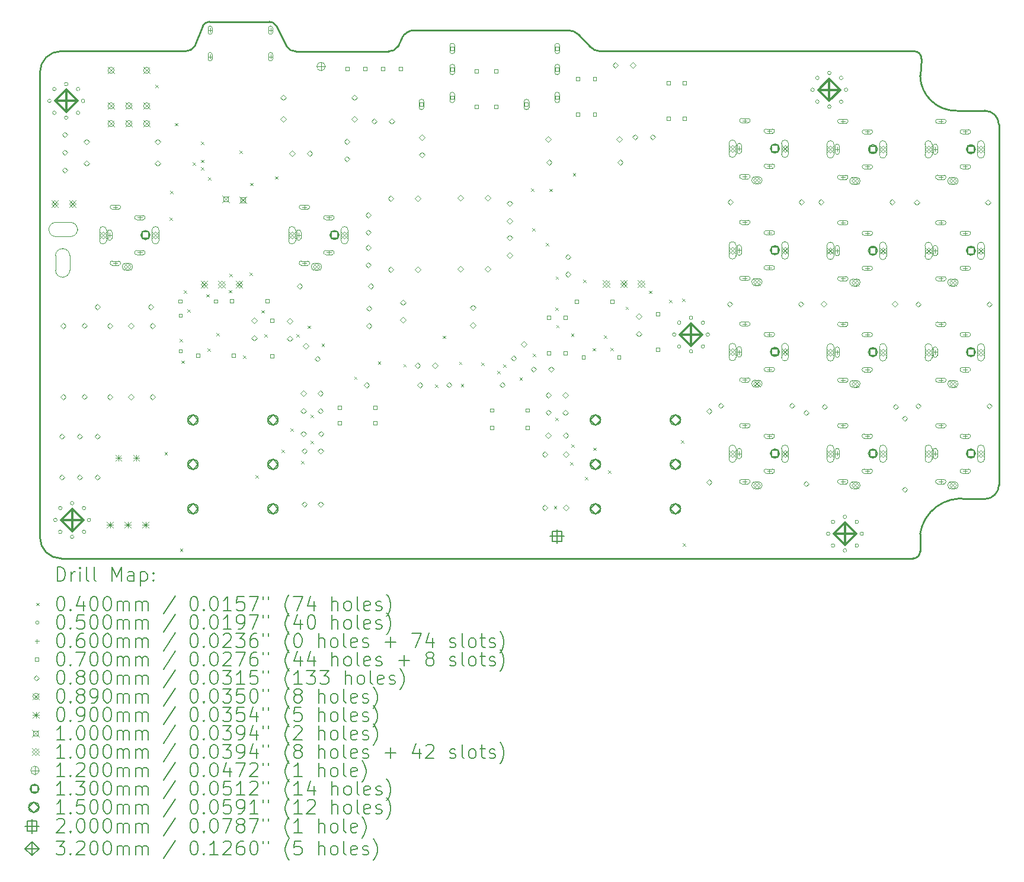
<source format=gbr>
%TF.GenerationSoftware,KiCad,Pcbnew,8.0.6*%
%TF.CreationDate,2025-01-21T23:06:27+01:00*%
%TF.ProjectId,spider2,73706964-6572-4322-9e6b-696361645f70,rev?*%
%TF.SameCoordinates,Original*%
%TF.FileFunction,Drillmap*%
%TF.FilePolarity,Positive*%
%FSLAX45Y45*%
G04 Gerber Fmt 4.5, Leading zero omitted, Abs format (unit mm)*
G04 Created by KiCad (PCBNEW 8.0.6) date 2025-01-21 23:06:27*
%MOMM*%
%LPD*%
G01*
G04 APERTURE LIST*
%ADD10C,0.254000*%
%ADD11C,0.100000*%
%ADD12C,0.200000*%
%ADD13C,0.120000*%
%ADD14C,0.130000*%
%ADD15C,0.150000*%
%ADD16C,0.320000*%
G04 APERTURE END LIST*
D10*
X18873422Y-2994112D02*
X18934801Y-2870849D01*
X26864460Y-3909160D02*
G75*
G02*
X26339460Y-3409160I-12500J512500D01*
G01*
X17135542Y-2691234D02*
X17293546Y-2994000D01*
X27264460Y-3909160D02*
G75*
G02*
X27464460Y-4109160I0J-200000D01*
G01*
X18873422Y-2994112D02*
G75*
G02*
X18747000Y-3061000I-119002J72002D01*
G01*
X17419967Y-3060888D02*
X18747000Y-3061000D01*
X26339460Y-10209160D02*
X26339460Y-9959160D01*
X26339460Y-10209160D02*
G75*
G02*
X26239460Y-10309160I-100000J0D01*
G01*
X16089480Y-2699368D02*
G75*
G02*
X16181924Y-2637504I92440J-38132D01*
G01*
X13764460Y-3359057D02*
G75*
G02*
X14064357Y-3059060I300000J-3D01*
G01*
D11*
X14300000Y-5605000D02*
X14300000Y-5609289D01*
X14300000Y-5609289D02*
G75*
G02*
X14200000Y-5709290I-100000J-1D01*
G01*
D10*
X27014460Y-9459160D02*
X27264460Y-9459160D01*
X15968954Y-2991559D02*
G75*
G02*
X15842532Y-3058447I-118994J71989D01*
G01*
D11*
X13891421Y-5605000D02*
X13891421Y-5609289D01*
D10*
X15968954Y-2991559D02*
X16089480Y-2699368D01*
D11*
X13991421Y-5709289D02*
G75*
G02*
X13891421Y-5609289I-1J99999D01*
G01*
D10*
X26257080Y-3059142D02*
G75*
G02*
X26356803Y-3166267I-20J-99998D01*
G01*
X14064460Y-10309160D02*
X26239460Y-10309160D01*
X27464460Y-9259160D02*
X27464460Y-4109160D01*
D11*
X13891421Y-5605000D02*
G75*
G02*
X13991421Y-5505001I99999J0D01*
G01*
D10*
X17046889Y-2637500D02*
G75*
G02*
X17135544Y-2691234I2J-100000D01*
G01*
X14064460Y-10309160D02*
G75*
G02*
X13764460Y-10009160I0J300000D01*
G01*
X21757980Y-3058410D02*
G75*
G02*
X21629304Y-2995972I2610J169190D01*
G01*
D11*
X13985711Y-5980000D02*
G75*
G02*
X14085711Y-5880001I99999J0D01*
G01*
D10*
X14064357Y-3059057D02*
X15842532Y-3058447D01*
D11*
X13985711Y-6188579D02*
X13985711Y-5980000D01*
X14085711Y-6288579D02*
G75*
G02*
X13985711Y-6188579I-1J99999D01*
G01*
D10*
X17419967Y-3060888D02*
G75*
G02*
X17293549Y-2993998I-7417J138888D01*
G01*
X26339460Y-9959160D02*
G75*
G02*
X27014460Y-9459160I587500J-87500D01*
G01*
D11*
X14090000Y-5880000D02*
X14085711Y-5880000D01*
D10*
X18934801Y-2870849D02*
G75*
G02*
X19113833Y-2760002I179029J-89151D01*
G01*
X21757980Y-3058410D02*
X26257080Y-3059142D01*
X16181924Y-2637500D02*
X17046889Y-2637500D01*
X13764460Y-3359057D02*
X13764460Y-10009160D01*
X21313610Y-2760000D02*
G75*
G02*
X21456288Y-2819846I0J-200000D01*
G01*
X19113833Y-2760000D02*
X21313610Y-2760000D01*
X26356809Y-3166267D02*
X26339460Y-3409160D01*
D11*
X14190000Y-6188579D02*
X14190000Y-5980000D01*
X14190000Y-6188579D02*
G75*
G02*
X14090000Y-6288580I-100000J-1D01*
G01*
X14200000Y-5709289D02*
X13991421Y-5709289D01*
X14090000Y-6288579D02*
X14085711Y-6288579D01*
X14200000Y-5505000D02*
X13991421Y-5505000D01*
X14200000Y-5505000D02*
G75*
G02*
X14300000Y-5605000I0J-100000D01*
G01*
D10*
X27464460Y-9259160D02*
G75*
G02*
X27264460Y-9459160I-200000J0D01*
G01*
X26864460Y-3909160D02*
X27264460Y-3909160D01*
D11*
X14090000Y-5880000D02*
G75*
G02*
X14190000Y-5980000I0J-100000D01*
G01*
D10*
X21456288Y-2819846D02*
X21629301Y-2995975D01*
D12*
D11*
X15412500Y-3540000D02*
X15452500Y-3580000D01*
X15452500Y-3540000D02*
X15412500Y-3580000D01*
X15544000Y-8788000D02*
X15584000Y-8828000D01*
X15584000Y-8788000D02*
X15544000Y-8828000D01*
X15617000Y-5435000D02*
X15657000Y-5475000D01*
X15657000Y-5435000D02*
X15617000Y-5475000D01*
X15622000Y-5057000D02*
X15662000Y-5097000D01*
X15662000Y-5057000D02*
X15622000Y-5097000D01*
X15689240Y-4085000D02*
X15729240Y-4125000D01*
X15729240Y-4085000D02*
X15689240Y-4125000D01*
X15762500Y-7170000D02*
X15802500Y-7210000D01*
X15802500Y-7170000D02*
X15762500Y-7210000D01*
X15764000Y-10166000D02*
X15804000Y-10206000D01*
X15804000Y-10166000D02*
X15764000Y-10206000D01*
X15782500Y-7480000D02*
X15822500Y-7520000D01*
X15822500Y-7480000D02*
X15782500Y-7520000D01*
X15820000Y-6477500D02*
X15860000Y-6517500D01*
X15860000Y-6477500D02*
X15820000Y-6517500D01*
X15867500Y-6747500D02*
X15907500Y-6787500D01*
X15907500Y-6747500D02*
X15867500Y-6787500D01*
X15944240Y-4650000D02*
X15984240Y-4690000D01*
X15984240Y-4650000D02*
X15944240Y-4690000D01*
X16064240Y-4350000D02*
X16104240Y-4390000D01*
X16104240Y-4350000D02*
X16064240Y-4390000D01*
X16064240Y-4610000D02*
X16104240Y-4650000D01*
X16104240Y-4610000D02*
X16064240Y-4650000D01*
X16064240Y-4715000D02*
X16104240Y-4755000D01*
X16104240Y-4715000D02*
X16064240Y-4755000D01*
X16140000Y-6532500D02*
X16180000Y-6572500D01*
X16180000Y-6532500D02*
X16140000Y-6572500D01*
X16155000Y-7307500D02*
X16195000Y-7347500D01*
X16195000Y-7307500D02*
X16155000Y-7347500D01*
X16169240Y-4860000D02*
X16209240Y-4900000D01*
X16209240Y-4860000D02*
X16169240Y-4900000D01*
X16287500Y-7087500D02*
X16327500Y-7127500D01*
X16327500Y-7087500D02*
X16287500Y-7127500D01*
X16460000Y-6472500D02*
X16500000Y-6512500D01*
X16500000Y-6472500D02*
X16460000Y-6512500D01*
X16470000Y-6240000D02*
X16510000Y-6280000D01*
X16510000Y-6240000D02*
X16470000Y-6280000D01*
X16618060Y-4478220D02*
X16658060Y-4518220D01*
X16658060Y-4478220D02*
X16618060Y-4518220D01*
X16668000Y-7406000D02*
X16708000Y-7446000D01*
X16708000Y-7406000D02*
X16668000Y-7446000D01*
X16760000Y-6222500D02*
X16800000Y-6262500D01*
X16800000Y-6222500D02*
X16760000Y-6262500D01*
X16767000Y-4939000D02*
X16807000Y-4979000D01*
X16807000Y-4939000D02*
X16767000Y-4979000D01*
X16842500Y-9117500D02*
X16882500Y-9157500D01*
X16882500Y-9117500D02*
X16842500Y-9157500D01*
X16927500Y-6760000D02*
X16967500Y-6800000D01*
X16967500Y-6760000D02*
X16927500Y-6800000D01*
X16970000Y-7105000D02*
X17010000Y-7145000D01*
X17010000Y-7105000D02*
X16970000Y-7145000D01*
X17124000Y-4847000D02*
X17164000Y-4887000D01*
X17164000Y-4847000D02*
X17124000Y-4887000D01*
X17215000Y-8755000D02*
X17255000Y-8795000D01*
X17255000Y-8755000D02*
X17215000Y-8795000D01*
X17342500Y-8447500D02*
X17382500Y-8487500D01*
X17382500Y-8447500D02*
X17342500Y-8487500D01*
X17425000Y-7105000D02*
X17465000Y-7145000D01*
X17465000Y-7105000D02*
X17425000Y-7145000D01*
X17496000Y-8915000D02*
X17536000Y-8955000D01*
X17536000Y-8915000D02*
X17496000Y-8955000D01*
X17591000Y-6981000D02*
X17631000Y-7021000D01*
X17631000Y-6981000D02*
X17591000Y-7021000D01*
X17629000Y-8626000D02*
X17669000Y-8666000D01*
X17669000Y-8626000D02*
X17629000Y-8666000D01*
X17632000Y-8255000D02*
X17672000Y-8295000D01*
X17672000Y-8255000D02*
X17632000Y-8295000D01*
X17787500Y-7240000D02*
X17827500Y-7280000D01*
X17827500Y-7240000D02*
X17787500Y-7280000D01*
X18252760Y-7709220D02*
X18292760Y-7749220D01*
X18292760Y-7709220D02*
X18252760Y-7749220D01*
X18591000Y-7495000D02*
X18631000Y-7535000D01*
X18631000Y-7495000D02*
X18591000Y-7535000D01*
X18955000Y-7530000D02*
X18995000Y-7570000D01*
X18995000Y-7530000D02*
X18955000Y-7570000D01*
X19408000Y-7822000D02*
X19448000Y-7862000D01*
X19448000Y-7822000D02*
X19408000Y-7862000D01*
X19522000Y-7124000D02*
X19562000Y-7164000D01*
X19562000Y-7124000D02*
X19522000Y-7164000D01*
X19751360Y-7495860D02*
X19791360Y-7535860D01*
X19791360Y-7495860D02*
X19751360Y-7535860D01*
X19776760Y-7815900D02*
X19816760Y-7855900D01*
X19816760Y-7815900D02*
X19776760Y-7855900D01*
X20067000Y-7507000D02*
X20107000Y-7547000D01*
X20107000Y-7507000D02*
X20067000Y-7547000D01*
X20297460Y-7625400D02*
X20337460Y-7665400D01*
X20337460Y-7625400D02*
X20297460Y-7665400D01*
X20381550Y-7537572D02*
X20421550Y-7577572D01*
X20421550Y-7537572D02*
X20381550Y-7577572D01*
X20615000Y-7722500D02*
X20655000Y-7762500D01*
X20655000Y-7722500D02*
X20615000Y-7762500D01*
X20782000Y-5018000D02*
X20822000Y-5058000D01*
X20822000Y-5018000D02*
X20782000Y-5058000D01*
X20797840Y-5588320D02*
X20837840Y-5628320D01*
X20837840Y-5588320D02*
X20797840Y-5628320D01*
X20805000Y-7385000D02*
X20845000Y-7425000D01*
X20845000Y-7385000D02*
X20805000Y-7425000D01*
X20993108Y-5796912D02*
X21033108Y-5836912D01*
X21033108Y-5796912D02*
X20993108Y-5836912D01*
X21044220Y-5024440D02*
X21084220Y-5064440D01*
X21084220Y-5024440D02*
X21044220Y-5064440D01*
X21106000Y-9559000D02*
X21146000Y-9599000D01*
X21146000Y-9559000D02*
X21106000Y-9599000D01*
X21125000Y-6725000D02*
X21165000Y-6765000D01*
X21165000Y-6725000D02*
X21125000Y-6765000D01*
X21127000Y-8295000D02*
X21167000Y-8335000D01*
X21167000Y-8295000D02*
X21127000Y-8335000D01*
X21132500Y-6277500D02*
X21172500Y-6317500D01*
X21172500Y-6277500D02*
X21132500Y-6317500D01*
X21140000Y-6972500D02*
X21180000Y-7012500D01*
X21180000Y-6972500D02*
X21140000Y-7012500D01*
X21337000Y-8931000D02*
X21377000Y-8971000D01*
X21377000Y-8931000D02*
X21337000Y-8971000D01*
X21353000Y-7093000D02*
X21393000Y-7133000D01*
X21393000Y-7093000D02*
X21353000Y-7133000D01*
X21354000Y-8677000D02*
X21394000Y-8717000D01*
X21394000Y-8677000D02*
X21354000Y-8717000D01*
X21376960Y-4802280D02*
X21416960Y-4842280D01*
X21416960Y-4802280D02*
X21376960Y-4842280D01*
X21527500Y-6325000D02*
X21567500Y-6365000D01*
X21567500Y-6325000D02*
X21527500Y-6365000D01*
X21553000Y-9146000D02*
X21593000Y-9186000D01*
X21593000Y-9146000D02*
X21553000Y-9186000D01*
X21660000Y-7302500D02*
X21700000Y-7342500D01*
X21700000Y-7302500D02*
X21660000Y-7342500D01*
X21672500Y-8725000D02*
X21712500Y-8765000D01*
X21712500Y-8725000D02*
X21672500Y-8765000D01*
X21822500Y-7122500D02*
X21862500Y-7162500D01*
X21862500Y-7122500D02*
X21822500Y-7162500D01*
X21883000Y-9053000D02*
X21923000Y-9093000D01*
X21923000Y-9053000D02*
X21883000Y-9093000D01*
X21915000Y-7300000D02*
X21955000Y-7340000D01*
X21955000Y-7300000D02*
X21915000Y-7340000D01*
X22130000Y-6710000D02*
X22170000Y-6750000D01*
X22170000Y-6710000D02*
X22130000Y-6750000D01*
X22462500Y-6480000D02*
X22502500Y-6520000D01*
X22502500Y-6480000D02*
X22462500Y-6520000D01*
X22756180Y-6609400D02*
X22796180Y-6649400D01*
X22796180Y-6609400D02*
X22756180Y-6649400D01*
X22920000Y-8620000D02*
X22960000Y-8660000D01*
X22960000Y-8620000D02*
X22920000Y-8660000D01*
X22937500Y-6592500D02*
X22977500Y-6632500D01*
X22977500Y-6592500D02*
X22937500Y-6632500D01*
X22950000Y-10090000D02*
X22990000Y-10130000D01*
X22990000Y-10090000D02*
X22950000Y-10130000D01*
X13924460Y-3769160D02*
G75*
G02*
X13874460Y-3769160I-25000J0D01*
G01*
X13874460Y-3769160D02*
G75*
G02*
X13924460Y-3769160I25000J0D01*
G01*
X13994754Y-3599454D02*
G75*
G02*
X13944754Y-3599454I-25000J0D01*
G01*
X13944754Y-3599454D02*
G75*
G02*
X13994754Y-3599454I25000J0D01*
G01*
X13994754Y-3938866D02*
G75*
G02*
X13944754Y-3938866I-25000J0D01*
G01*
X13944754Y-3938866D02*
G75*
G02*
X13994754Y-3938866I25000J0D01*
G01*
X14009000Y-9759000D02*
G75*
G02*
X13959000Y-9759000I-25000J0D01*
G01*
X13959000Y-9759000D02*
G75*
G02*
X14009000Y-9759000I25000J0D01*
G01*
X14079294Y-9589294D02*
G75*
G02*
X14029294Y-9589294I-25000J0D01*
G01*
X14029294Y-9589294D02*
G75*
G02*
X14079294Y-9589294I25000J0D01*
G01*
X14079294Y-9928706D02*
G75*
G02*
X14029294Y-9928706I-25000J0D01*
G01*
X14029294Y-9928706D02*
G75*
G02*
X14079294Y-9928706I25000J0D01*
G01*
X14164460Y-3529160D02*
G75*
G02*
X14114460Y-3529160I-25000J0D01*
G01*
X14114460Y-3529160D02*
G75*
G02*
X14164460Y-3529160I25000J0D01*
G01*
X14164460Y-4009160D02*
G75*
G02*
X14114460Y-4009160I-25000J0D01*
G01*
X14114460Y-4009160D02*
G75*
G02*
X14164460Y-4009160I25000J0D01*
G01*
X14249000Y-9519000D02*
G75*
G02*
X14199000Y-9519000I-25000J0D01*
G01*
X14199000Y-9519000D02*
G75*
G02*
X14249000Y-9519000I25000J0D01*
G01*
X14249000Y-9999000D02*
G75*
G02*
X14199000Y-9999000I-25000J0D01*
G01*
X14199000Y-9999000D02*
G75*
G02*
X14249000Y-9999000I25000J0D01*
G01*
X14334166Y-3599454D02*
G75*
G02*
X14284166Y-3599454I-25000J0D01*
G01*
X14284166Y-3599454D02*
G75*
G02*
X14334166Y-3599454I25000J0D01*
G01*
X14334166Y-3938866D02*
G75*
G02*
X14284166Y-3938866I-25000J0D01*
G01*
X14284166Y-3938866D02*
G75*
G02*
X14334166Y-3938866I25000J0D01*
G01*
X14404460Y-3769160D02*
G75*
G02*
X14354460Y-3769160I-25000J0D01*
G01*
X14354460Y-3769160D02*
G75*
G02*
X14404460Y-3769160I25000J0D01*
G01*
X14418706Y-9589294D02*
G75*
G02*
X14368706Y-9589294I-25000J0D01*
G01*
X14368706Y-9589294D02*
G75*
G02*
X14418706Y-9589294I25000J0D01*
G01*
X14418706Y-9928706D02*
G75*
G02*
X14368706Y-9928706I-25000J0D01*
G01*
X14368706Y-9928706D02*
G75*
G02*
X14418706Y-9928706I25000J0D01*
G01*
X14489000Y-9759000D02*
G75*
G02*
X14439000Y-9759000I-25000J0D01*
G01*
X14439000Y-9759000D02*
G75*
G02*
X14489000Y-9759000I25000J0D01*
G01*
X22851014Y-7108826D02*
G75*
G02*
X22801014Y-7108826I-25000J0D01*
G01*
X22801014Y-7108826D02*
G75*
G02*
X22851014Y-7108826I25000J0D01*
G01*
X22921309Y-6939120D02*
G75*
G02*
X22871309Y-6939120I-25000J0D01*
G01*
X22871309Y-6939120D02*
G75*
G02*
X22921309Y-6939120I25000J0D01*
G01*
X22921309Y-7278532D02*
G75*
G02*
X22871309Y-7278532I-25000J0D01*
G01*
X22871309Y-7278532D02*
G75*
G02*
X22921309Y-7278532I25000J0D01*
G01*
X23091014Y-6868826D02*
G75*
G02*
X23041014Y-6868826I-25000J0D01*
G01*
X23041014Y-6868826D02*
G75*
G02*
X23091014Y-6868826I25000J0D01*
G01*
X23091014Y-7348826D02*
G75*
G02*
X23041014Y-7348826I-25000J0D01*
G01*
X23041014Y-7348826D02*
G75*
G02*
X23091014Y-7348826I25000J0D01*
G01*
X23260720Y-6939120D02*
G75*
G02*
X23210720Y-6939120I-25000J0D01*
G01*
X23210720Y-6939120D02*
G75*
G02*
X23260720Y-6939120I25000J0D01*
G01*
X23260720Y-7278532D02*
G75*
G02*
X23210720Y-7278532I-25000J0D01*
G01*
X23210720Y-7278532D02*
G75*
G02*
X23260720Y-7278532I25000J0D01*
G01*
X23331014Y-7108826D02*
G75*
G02*
X23281014Y-7108826I-25000J0D01*
G01*
X23281014Y-7108826D02*
G75*
G02*
X23331014Y-7108826I25000J0D01*
G01*
X24826953Y-3610246D02*
G75*
G02*
X24776953Y-3610246I-25000J0D01*
G01*
X24776953Y-3610246D02*
G75*
G02*
X24826953Y-3610246I25000J0D01*
G01*
X24897248Y-3440540D02*
G75*
G02*
X24847248Y-3440540I-25000J0D01*
G01*
X24847248Y-3440540D02*
G75*
G02*
X24897248Y-3440540I25000J0D01*
G01*
X24897248Y-3779952D02*
G75*
G02*
X24847248Y-3779952I-25000J0D01*
G01*
X24847248Y-3779952D02*
G75*
G02*
X24897248Y-3779952I25000J0D01*
G01*
X25050000Y-9955000D02*
G75*
G02*
X25000000Y-9955000I-25000J0D01*
G01*
X25000000Y-9955000D02*
G75*
G02*
X25050000Y-9955000I25000J0D01*
G01*
X25066953Y-3370246D02*
G75*
G02*
X25016953Y-3370246I-25000J0D01*
G01*
X25016953Y-3370246D02*
G75*
G02*
X25066953Y-3370246I25000J0D01*
G01*
X25066953Y-3850246D02*
G75*
G02*
X25016953Y-3850246I-25000J0D01*
G01*
X25016953Y-3850246D02*
G75*
G02*
X25066953Y-3850246I25000J0D01*
G01*
X25120294Y-9785294D02*
G75*
G02*
X25070294Y-9785294I-25000J0D01*
G01*
X25070294Y-9785294D02*
G75*
G02*
X25120294Y-9785294I25000J0D01*
G01*
X25120294Y-10124706D02*
G75*
G02*
X25070294Y-10124706I-25000J0D01*
G01*
X25070294Y-10124706D02*
G75*
G02*
X25120294Y-10124706I25000J0D01*
G01*
X25236659Y-3440540D02*
G75*
G02*
X25186659Y-3440540I-25000J0D01*
G01*
X25186659Y-3440540D02*
G75*
G02*
X25236659Y-3440540I25000J0D01*
G01*
X25236659Y-3779952D02*
G75*
G02*
X25186659Y-3779952I-25000J0D01*
G01*
X25186659Y-3779952D02*
G75*
G02*
X25236659Y-3779952I25000J0D01*
G01*
X25290000Y-9715000D02*
G75*
G02*
X25240000Y-9715000I-25000J0D01*
G01*
X25240000Y-9715000D02*
G75*
G02*
X25290000Y-9715000I25000J0D01*
G01*
X25290000Y-10195000D02*
G75*
G02*
X25240000Y-10195000I-25000J0D01*
G01*
X25240000Y-10195000D02*
G75*
G02*
X25290000Y-10195000I25000J0D01*
G01*
X25306953Y-3610246D02*
G75*
G02*
X25256953Y-3610246I-25000J0D01*
G01*
X25256953Y-3610246D02*
G75*
G02*
X25306953Y-3610246I25000J0D01*
G01*
X25459706Y-9785294D02*
G75*
G02*
X25409706Y-9785294I-25000J0D01*
G01*
X25409706Y-9785294D02*
G75*
G02*
X25459706Y-9785294I25000J0D01*
G01*
X25459706Y-10124706D02*
G75*
G02*
X25409706Y-10124706I-25000J0D01*
G01*
X25409706Y-10124706D02*
G75*
G02*
X25459706Y-10124706I25000J0D01*
G01*
X25530000Y-9955000D02*
G75*
G02*
X25480000Y-9955000I-25000J0D01*
G01*
X25480000Y-9955000D02*
G75*
G02*
X25530000Y-9955000I25000J0D01*
G01*
X14761520Y-5656971D02*
X14761520Y-5716971D01*
X14731520Y-5686971D02*
X14791520Y-5686971D01*
X14791520Y-5731971D02*
X14791520Y-5641971D01*
X14731520Y-5641971D02*
G75*
G02*
X14791520Y-5641971I30000J0D01*
G01*
X14731520Y-5641971D02*
X14731520Y-5731971D01*
X14731520Y-5731971D02*
G75*
G03*
X14791520Y-5731971I30000J0D01*
G01*
X14841520Y-5256971D02*
X14841520Y-5316971D01*
X14811520Y-5286971D02*
X14871520Y-5286971D01*
X14796520Y-5316971D02*
X14886520Y-5316971D01*
X14886520Y-5256971D02*
G75*
G02*
X14886520Y-5316971I0J-30000D01*
G01*
X14886520Y-5256971D02*
X14796520Y-5256971D01*
X14796520Y-5256971D02*
G75*
G03*
X14796520Y-5316971I0J-30000D01*
G01*
X14841520Y-6056971D02*
X14841520Y-6116971D01*
X14811520Y-6086971D02*
X14871520Y-6086971D01*
X14796520Y-6116971D02*
X14886520Y-6116971D01*
X14886520Y-6056971D02*
G75*
G02*
X14886520Y-6116971I0J-30000D01*
G01*
X14886520Y-6056971D02*
X14796520Y-6056971D01*
X14796520Y-6056971D02*
G75*
G03*
X14796520Y-6116971I0J-30000D01*
G01*
X15191520Y-5406971D02*
X15191520Y-5466971D01*
X15161520Y-5436971D02*
X15221520Y-5436971D01*
X15146520Y-5466971D02*
X15236520Y-5466971D01*
X15236520Y-5406971D02*
G75*
G02*
X15236520Y-5466971I0J-30000D01*
G01*
X15236520Y-5406971D02*
X15146520Y-5406971D01*
X15146520Y-5406971D02*
G75*
G03*
X15146520Y-5466971I0J-30000D01*
G01*
X15191520Y-5906971D02*
X15191520Y-5966971D01*
X15161520Y-5936971D02*
X15221520Y-5936971D01*
X15146520Y-5966971D02*
X15236520Y-5966971D01*
X15236520Y-5906971D02*
G75*
G02*
X15236520Y-5966971I0J-30000D01*
G01*
X15236520Y-5906971D02*
X15146520Y-5906971D01*
X15146520Y-5906971D02*
G75*
G03*
X15146520Y-5966971I0J-30000D01*
G01*
X16195000Y-2727000D02*
X16195000Y-2787000D01*
X16165000Y-2757000D02*
X16225000Y-2757000D01*
X16225000Y-2787000D02*
X16225000Y-2727000D01*
X16165000Y-2727000D02*
G75*
G02*
X16225000Y-2727000I30000J0D01*
G01*
X16165000Y-2727000D02*
X16165000Y-2787000D01*
X16165000Y-2787000D02*
G75*
G03*
X16225000Y-2787000I30000J0D01*
G01*
X16195000Y-3107000D02*
X16195000Y-3167000D01*
X16165000Y-3137000D02*
X16225000Y-3137000D01*
X16225000Y-3167000D02*
X16225000Y-3107000D01*
X16165000Y-3107000D02*
G75*
G02*
X16225000Y-3107000I30000J0D01*
G01*
X16165000Y-3107000D02*
X16165000Y-3167000D01*
X16165000Y-3167000D02*
G75*
G03*
X16225000Y-3167000I30000J0D01*
G01*
X17059000Y-2727000D02*
X17059000Y-2787000D01*
X17029000Y-2757000D02*
X17089000Y-2757000D01*
X17089000Y-2787000D02*
X17089000Y-2727000D01*
X17029000Y-2727000D02*
G75*
G02*
X17089000Y-2727000I30000J0D01*
G01*
X17029000Y-2727000D02*
X17029000Y-2787000D01*
X17029000Y-2787000D02*
G75*
G03*
X17089000Y-2787000I30000J0D01*
G01*
X17059000Y-3107000D02*
X17059000Y-3167000D01*
X17029000Y-3137000D02*
X17089000Y-3137000D01*
X17089000Y-3167000D02*
X17089000Y-3107000D01*
X17029000Y-3107000D02*
G75*
G02*
X17089000Y-3107000I30000J0D01*
G01*
X17029000Y-3107000D02*
X17029000Y-3167000D01*
X17029000Y-3167000D02*
G75*
G03*
X17089000Y-3167000I30000J0D01*
G01*
X17462407Y-5656825D02*
X17462407Y-5716825D01*
X17432407Y-5686825D02*
X17492407Y-5686825D01*
X17492407Y-5731825D02*
X17492407Y-5641825D01*
X17432407Y-5641825D02*
G75*
G02*
X17492407Y-5641825I30000J0D01*
G01*
X17432407Y-5641825D02*
X17432407Y-5731825D01*
X17432407Y-5731825D02*
G75*
G03*
X17492407Y-5731825I30000J0D01*
G01*
X17542407Y-5256825D02*
X17542407Y-5316825D01*
X17512407Y-5286825D02*
X17572407Y-5286825D01*
X17497407Y-5316825D02*
X17587407Y-5316825D01*
X17587407Y-5256825D02*
G75*
G02*
X17587407Y-5316825I0J-30000D01*
G01*
X17587407Y-5256825D02*
X17497407Y-5256825D01*
X17497407Y-5256825D02*
G75*
G03*
X17497407Y-5316825I0J-30000D01*
G01*
X17542407Y-6056825D02*
X17542407Y-6116825D01*
X17512407Y-6086825D02*
X17572407Y-6086825D01*
X17497407Y-6116825D02*
X17587407Y-6116825D01*
X17587407Y-6056825D02*
G75*
G02*
X17587407Y-6116825I0J-30000D01*
G01*
X17587407Y-6056825D02*
X17497407Y-6056825D01*
X17497407Y-6056825D02*
G75*
G03*
X17497407Y-6116825I0J-30000D01*
G01*
X17892407Y-5406825D02*
X17892407Y-5466825D01*
X17862407Y-5436825D02*
X17922407Y-5436825D01*
X17847407Y-5466825D02*
X17937407Y-5466825D01*
X17937407Y-5406825D02*
G75*
G02*
X17937407Y-5466825I0J-30000D01*
G01*
X17937407Y-5406825D02*
X17847407Y-5406825D01*
X17847407Y-5406825D02*
G75*
G03*
X17847407Y-5466825I0J-30000D01*
G01*
X17892407Y-5906825D02*
X17892407Y-5966825D01*
X17862407Y-5936825D02*
X17922407Y-5936825D01*
X17847407Y-5966825D02*
X17937407Y-5966825D01*
X17937407Y-5906825D02*
G75*
G02*
X17937407Y-5966825I0J-30000D01*
G01*
X17937407Y-5906825D02*
X17847407Y-5906825D01*
X17847407Y-5906825D02*
G75*
G03*
X17847407Y-5966825I0J-30000D01*
G01*
X23754911Y-8780000D02*
X23754911Y-8840000D01*
X23724911Y-8810000D02*
X23784911Y-8810000D01*
X23784911Y-8855000D02*
X23784911Y-8765000D01*
X23724911Y-8765000D02*
G75*
G02*
X23784911Y-8765000I30000J0D01*
G01*
X23724911Y-8765000D02*
X23724911Y-8855000D01*
X23724911Y-8855000D02*
G75*
G03*
X23784911Y-8855000I30000J0D01*
G01*
X23755000Y-4420000D02*
X23755000Y-4480000D01*
X23725000Y-4450000D02*
X23785000Y-4450000D01*
X23785000Y-4495000D02*
X23785000Y-4405000D01*
X23725000Y-4405000D02*
G75*
G02*
X23785000Y-4405000I30000J0D01*
G01*
X23725000Y-4405000D02*
X23725000Y-4495000D01*
X23725000Y-4495000D02*
G75*
G03*
X23785000Y-4495000I30000J0D01*
G01*
X23755000Y-5873333D02*
X23755000Y-5933333D01*
X23725000Y-5903333D02*
X23785000Y-5903333D01*
X23785000Y-5948333D02*
X23785000Y-5858333D01*
X23725000Y-5858333D02*
G75*
G02*
X23785000Y-5858333I30000J0D01*
G01*
X23725000Y-5858333D02*
X23725000Y-5948333D01*
X23725000Y-5948333D02*
G75*
G03*
X23785000Y-5948333I30000J0D01*
G01*
X23755000Y-7326667D02*
X23755000Y-7386667D01*
X23725000Y-7356667D02*
X23785000Y-7356667D01*
X23785000Y-7401667D02*
X23785000Y-7311667D01*
X23725000Y-7311667D02*
G75*
G02*
X23785000Y-7311667I30000J0D01*
G01*
X23725000Y-7311667D02*
X23725000Y-7401667D01*
X23725000Y-7401667D02*
G75*
G03*
X23785000Y-7401667I30000J0D01*
G01*
X23834911Y-8380000D02*
X23834911Y-8440000D01*
X23804911Y-8410000D02*
X23864911Y-8410000D01*
X23789911Y-8440000D02*
X23879911Y-8440000D01*
X23879911Y-8380000D02*
G75*
G02*
X23879911Y-8440000I0J-30000D01*
G01*
X23879911Y-8380000D02*
X23789911Y-8380000D01*
X23789911Y-8380000D02*
G75*
G03*
X23789911Y-8440000I0J-30000D01*
G01*
X23834911Y-9180000D02*
X23834911Y-9240000D01*
X23804911Y-9210000D02*
X23864911Y-9210000D01*
X23789911Y-9240000D02*
X23879911Y-9240000D01*
X23879911Y-9180000D02*
G75*
G02*
X23879911Y-9240000I0J-30000D01*
G01*
X23879911Y-9180000D02*
X23789911Y-9180000D01*
X23789911Y-9180000D02*
G75*
G03*
X23789911Y-9240000I0J-30000D01*
G01*
X23835000Y-4020000D02*
X23835000Y-4080000D01*
X23805000Y-4050000D02*
X23865000Y-4050000D01*
X23790000Y-4080000D02*
X23880000Y-4080000D01*
X23880000Y-4020000D02*
G75*
G02*
X23880000Y-4080000I0J-30000D01*
G01*
X23880000Y-4020000D02*
X23790000Y-4020000D01*
X23790000Y-4020000D02*
G75*
G03*
X23790000Y-4080000I0J-30000D01*
G01*
X23835000Y-4820000D02*
X23835000Y-4880000D01*
X23805000Y-4850000D02*
X23865000Y-4850000D01*
X23790000Y-4880000D02*
X23880000Y-4880000D01*
X23880000Y-4820000D02*
G75*
G02*
X23880000Y-4880000I0J-30000D01*
G01*
X23880000Y-4820000D02*
X23790000Y-4820000D01*
X23790000Y-4820000D02*
G75*
G03*
X23790000Y-4880000I0J-30000D01*
G01*
X23835000Y-5473333D02*
X23835000Y-5533333D01*
X23805000Y-5503333D02*
X23865000Y-5503333D01*
X23790000Y-5533333D02*
X23880000Y-5533333D01*
X23880000Y-5473333D02*
G75*
G02*
X23880000Y-5533333I0J-30000D01*
G01*
X23880000Y-5473333D02*
X23790000Y-5473333D01*
X23790000Y-5473333D02*
G75*
G03*
X23790000Y-5533333I0J-30000D01*
G01*
X23835000Y-6273333D02*
X23835000Y-6333333D01*
X23805000Y-6303333D02*
X23865000Y-6303333D01*
X23790000Y-6333333D02*
X23880000Y-6333333D01*
X23880000Y-6273333D02*
G75*
G02*
X23880000Y-6333333I0J-30000D01*
G01*
X23880000Y-6273333D02*
X23790000Y-6273333D01*
X23790000Y-6273333D02*
G75*
G03*
X23790000Y-6333333I0J-30000D01*
G01*
X23835000Y-6926667D02*
X23835000Y-6986667D01*
X23805000Y-6956667D02*
X23865000Y-6956667D01*
X23790000Y-6986667D02*
X23880000Y-6986667D01*
X23880000Y-6926667D02*
G75*
G02*
X23880000Y-6986667I0J-30000D01*
G01*
X23880000Y-6926667D02*
X23790000Y-6926667D01*
X23790000Y-6926667D02*
G75*
G03*
X23790000Y-6986667I0J-30000D01*
G01*
X23835000Y-7726667D02*
X23835000Y-7786667D01*
X23805000Y-7756667D02*
X23865000Y-7756667D01*
X23790000Y-7786667D02*
X23880000Y-7786667D01*
X23880000Y-7726667D02*
G75*
G02*
X23880000Y-7786667I0J-30000D01*
G01*
X23880000Y-7726667D02*
X23790000Y-7726667D01*
X23790000Y-7726667D02*
G75*
G03*
X23790000Y-7786667I0J-30000D01*
G01*
X24184911Y-8530000D02*
X24184911Y-8590000D01*
X24154911Y-8560000D02*
X24214911Y-8560000D01*
X24139911Y-8590000D02*
X24229911Y-8590000D01*
X24229911Y-8530000D02*
G75*
G02*
X24229911Y-8590000I0J-30000D01*
G01*
X24229911Y-8530000D02*
X24139911Y-8530000D01*
X24139911Y-8530000D02*
G75*
G03*
X24139911Y-8590000I0J-30000D01*
G01*
X24184911Y-9030000D02*
X24184911Y-9090000D01*
X24154911Y-9060000D02*
X24214911Y-9060000D01*
X24139911Y-9090000D02*
X24229911Y-9090000D01*
X24229911Y-9030000D02*
G75*
G02*
X24229911Y-9090000I0J-30000D01*
G01*
X24229911Y-9030000D02*
X24139911Y-9030000D01*
X24139911Y-9030000D02*
G75*
G03*
X24139911Y-9090000I0J-30000D01*
G01*
X24185000Y-4170000D02*
X24185000Y-4230000D01*
X24155000Y-4200000D02*
X24215000Y-4200000D01*
X24140000Y-4230000D02*
X24230000Y-4230000D01*
X24230000Y-4170000D02*
G75*
G02*
X24230000Y-4230000I0J-30000D01*
G01*
X24230000Y-4170000D02*
X24140000Y-4170000D01*
X24140000Y-4170000D02*
G75*
G03*
X24140000Y-4230000I0J-30000D01*
G01*
X24185000Y-4670000D02*
X24185000Y-4730000D01*
X24155000Y-4700000D02*
X24215000Y-4700000D01*
X24140000Y-4730000D02*
X24230000Y-4730000D01*
X24230000Y-4670000D02*
G75*
G02*
X24230000Y-4730000I0J-30000D01*
G01*
X24230000Y-4670000D02*
X24140000Y-4670000D01*
X24140000Y-4670000D02*
G75*
G03*
X24140000Y-4730000I0J-30000D01*
G01*
X24185000Y-5623333D02*
X24185000Y-5683333D01*
X24155000Y-5653333D02*
X24215000Y-5653333D01*
X24140000Y-5683333D02*
X24230000Y-5683333D01*
X24230000Y-5623333D02*
G75*
G02*
X24230000Y-5683333I0J-30000D01*
G01*
X24230000Y-5623333D02*
X24140000Y-5623333D01*
X24140000Y-5623333D02*
G75*
G03*
X24140000Y-5683333I0J-30000D01*
G01*
X24185000Y-6123333D02*
X24185000Y-6183333D01*
X24155000Y-6153333D02*
X24215000Y-6153333D01*
X24140000Y-6183333D02*
X24230000Y-6183333D01*
X24230000Y-6123333D02*
G75*
G02*
X24230000Y-6183333I0J-30000D01*
G01*
X24230000Y-6123333D02*
X24140000Y-6123333D01*
X24140000Y-6123333D02*
G75*
G03*
X24140000Y-6183333I0J-30000D01*
G01*
X24185000Y-7076667D02*
X24185000Y-7136667D01*
X24155000Y-7106667D02*
X24215000Y-7106667D01*
X24140000Y-7136667D02*
X24230000Y-7136667D01*
X24230000Y-7076667D02*
G75*
G02*
X24230000Y-7136667I0J-30000D01*
G01*
X24230000Y-7076667D02*
X24140000Y-7076667D01*
X24140000Y-7076667D02*
G75*
G03*
X24140000Y-7136667I0J-30000D01*
G01*
X24185000Y-7576667D02*
X24185000Y-7636667D01*
X24155000Y-7606667D02*
X24215000Y-7606667D01*
X24140000Y-7636667D02*
X24230000Y-7636667D01*
X24230000Y-7576667D02*
G75*
G02*
X24230000Y-7636667I0J-30000D01*
G01*
X24230000Y-7576667D02*
X24140000Y-7576667D01*
X24140000Y-7576667D02*
G75*
G03*
X24140000Y-7636667I0J-30000D01*
G01*
X25154911Y-8780000D02*
X25154911Y-8840000D01*
X25124911Y-8810000D02*
X25184911Y-8810000D01*
X25184911Y-8855000D02*
X25184911Y-8765000D01*
X25124911Y-8765000D02*
G75*
G02*
X25184911Y-8765000I30000J0D01*
G01*
X25124911Y-8765000D02*
X25124911Y-8855000D01*
X25124911Y-8855000D02*
G75*
G03*
X25184911Y-8855000I30000J0D01*
G01*
X25155000Y-4430000D02*
X25155000Y-4490000D01*
X25125000Y-4460000D02*
X25185000Y-4460000D01*
X25185000Y-4505000D02*
X25185000Y-4415000D01*
X25125000Y-4415000D02*
G75*
G02*
X25185000Y-4415000I30000J0D01*
G01*
X25125000Y-4415000D02*
X25125000Y-4505000D01*
X25125000Y-4505000D02*
G75*
G03*
X25185000Y-4505000I30000J0D01*
G01*
X25155000Y-5880000D02*
X25155000Y-5940000D01*
X25125000Y-5910000D02*
X25185000Y-5910000D01*
X25185000Y-5955000D02*
X25185000Y-5865000D01*
X25125000Y-5865000D02*
G75*
G02*
X25185000Y-5865000I30000J0D01*
G01*
X25125000Y-5865000D02*
X25125000Y-5955000D01*
X25125000Y-5955000D02*
G75*
G03*
X25185000Y-5955000I30000J0D01*
G01*
X25155000Y-7330000D02*
X25155000Y-7390000D01*
X25125000Y-7360000D02*
X25185000Y-7360000D01*
X25185000Y-7405000D02*
X25185000Y-7315000D01*
X25125000Y-7315000D02*
G75*
G02*
X25185000Y-7315000I30000J0D01*
G01*
X25125000Y-7315000D02*
X25125000Y-7405000D01*
X25125000Y-7405000D02*
G75*
G03*
X25185000Y-7405000I30000J0D01*
G01*
X25234911Y-8380000D02*
X25234911Y-8440000D01*
X25204911Y-8410000D02*
X25264911Y-8410000D01*
X25189911Y-8440000D02*
X25279911Y-8440000D01*
X25279911Y-8380000D02*
G75*
G02*
X25279911Y-8440000I0J-30000D01*
G01*
X25279911Y-8380000D02*
X25189911Y-8380000D01*
X25189911Y-8380000D02*
G75*
G03*
X25189911Y-8440000I0J-30000D01*
G01*
X25234911Y-9180000D02*
X25234911Y-9240000D01*
X25204911Y-9210000D02*
X25264911Y-9210000D01*
X25189911Y-9240000D02*
X25279911Y-9240000D01*
X25279911Y-9180000D02*
G75*
G02*
X25279911Y-9240000I0J-30000D01*
G01*
X25279911Y-9180000D02*
X25189911Y-9180000D01*
X25189911Y-9180000D02*
G75*
G03*
X25189911Y-9240000I0J-30000D01*
G01*
X25235000Y-4030000D02*
X25235000Y-4090000D01*
X25205000Y-4060000D02*
X25265000Y-4060000D01*
X25190000Y-4090000D02*
X25280000Y-4090000D01*
X25280000Y-4030000D02*
G75*
G02*
X25280000Y-4090000I0J-30000D01*
G01*
X25280000Y-4030000D02*
X25190000Y-4030000D01*
X25190000Y-4030000D02*
G75*
G03*
X25190000Y-4090000I0J-30000D01*
G01*
X25235000Y-4830000D02*
X25235000Y-4890000D01*
X25205000Y-4860000D02*
X25265000Y-4860000D01*
X25190000Y-4890000D02*
X25280000Y-4890000D01*
X25280000Y-4830000D02*
G75*
G02*
X25280000Y-4890000I0J-30000D01*
G01*
X25280000Y-4830000D02*
X25190000Y-4830000D01*
X25190000Y-4830000D02*
G75*
G03*
X25190000Y-4890000I0J-30000D01*
G01*
X25235000Y-5480000D02*
X25235000Y-5540000D01*
X25205000Y-5510000D02*
X25265000Y-5510000D01*
X25190000Y-5540000D02*
X25280000Y-5540000D01*
X25280000Y-5480000D02*
G75*
G02*
X25280000Y-5540000I0J-30000D01*
G01*
X25280000Y-5480000D02*
X25190000Y-5480000D01*
X25190000Y-5480000D02*
G75*
G03*
X25190000Y-5540000I0J-30000D01*
G01*
X25235000Y-6280000D02*
X25235000Y-6340000D01*
X25205000Y-6310000D02*
X25265000Y-6310000D01*
X25190000Y-6340000D02*
X25280000Y-6340000D01*
X25280000Y-6280000D02*
G75*
G02*
X25280000Y-6340000I0J-30000D01*
G01*
X25280000Y-6280000D02*
X25190000Y-6280000D01*
X25190000Y-6280000D02*
G75*
G03*
X25190000Y-6340000I0J-30000D01*
G01*
X25235000Y-6930000D02*
X25235000Y-6990000D01*
X25205000Y-6960000D02*
X25265000Y-6960000D01*
X25190000Y-6990000D02*
X25280000Y-6990000D01*
X25280000Y-6930000D02*
G75*
G02*
X25280000Y-6990000I0J-30000D01*
G01*
X25280000Y-6930000D02*
X25190000Y-6930000D01*
X25190000Y-6930000D02*
G75*
G03*
X25190000Y-6990000I0J-30000D01*
G01*
X25235000Y-7730000D02*
X25235000Y-7790000D01*
X25205000Y-7760000D02*
X25265000Y-7760000D01*
X25190000Y-7790000D02*
X25280000Y-7790000D01*
X25280000Y-7730000D02*
G75*
G02*
X25280000Y-7790000I0J-30000D01*
G01*
X25280000Y-7730000D02*
X25190000Y-7730000D01*
X25190000Y-7730000D02*
G75*
G03*
X25190000Y-7790000I0J-30000D01*
G01*
X25584911Y-8530000D02*
X25584911Y-8590000D01*
X25554911Y-8560000D02*
X25614911Y-8560000D01*
X25539911Y-8590000D02*
X25629911Y-8590000D01*
X25629911Y-8530000D02*
G75*
G02*
X25629911Y-8590000I0J-30000D01*
G01*
X25629911Y-8530000D02*
X25539911Y-8530000D01*
X25539911Y-8530000D02*
G75*
G03*
X25539911Y-8590000I0J-30000D01*
G01*
X25584911Y-9030000D02*
X25584911Y-9090000D01*
X25554911Y-9060000D02*
X25614911Y-9060000D01*
X25539911Y-9090000D02*
X25629911Y-9090000D01*
X25629911Y-9030000D02*
G75*
G02*
X25629911Y-9090000I0J-30000D01*
G01*
X25629911Y-9030000D02*
X25539911Y-9030000D01*
X25539911Y-9030000D02*
G75*
G03*
X25539911Y-9090000I0J-30000D01*
G01*
X25585000Y-4180000D02*
X25585000Y-4240000D01*
X25555000Y-4210000D02*
X25615000Y-4210000D01*
X25540000Y-4240000D02*
X25630000Y-4240000D01*
X25630000Y-4180000D02*
G75*
G02*
X25630000Y-4240000I0J-30000D01*
G01*
X25630000Y-4180000D02*
X25540000Y-4180000D01*
X25540000Y-4180000D02*
G75*
G03*
X25540000Y-4240000I0J-30000D01*
G01*
X25585000Y-4680000D02*
X25585000Y-4740000D01*
X25555000Y-4710000D02*
X25615000Y-4710000D01*
X25540000Y-4740000D02*
X25630000Y-4740000D01*
X25630000Y-4680000D02*
G75*
G02*
X25630000Y-4740000I0J-30000D01*
G01*
X25630000Y-4680000D02*
X25540000Y-4680000D01*
X25540000Y-4680000D02*
G75*
G03*
X25540000Y-4740000I0J-30000D01*
G01*
X25585000Y-5630000D02*
X25585000Y-5690000D01*
X25555000Y-5660000D02*
X25615000Y-5660000D01*
X25540000Y-5690000D02*
X25630000Y-5690000D01*
X25630000Y-5630000D02*
G75*
G02*
X25630000Y-5690000I0J-30000D01*
G01*
X25630000Y-5630000D02*
X25540000Y-5630000D01*
X25540000Y-5630000D02*
G75*
G03*
X25540000Y-5690000I0J-30000D01*
G01*
X25585000Y-6130000D02*
X25585000Y-6190000D01*
X25555000Y-6160000D02*
X25615000Y-6160000D01*
X25540000Y-6190000D02*
X25630000Y-6190000D01*
X25630000Y-6130000D02*
G75*
G02*
X25630000Y-6190000I0J-30000D01*
G01*
X25630000Y-6130000D02*
X25540000Y-6130000D01*
X25540000Y-6130000D02*
G75*
G03*
X25540000Y-6190000I0J-30000D01*
G01*
X25585000Y-7080000D02*
X25585000Y-7140000D01*
X25555000Y-7110000D02*
X25615000Y-7110000D01*
X25540000Y-7140000D02*
X25630000Y-7140000D01*
X25630000Y-7080000D02*
G75*
G02*
X25630000Y-7140000I0J-30000D01*
G01*
X25630000Y-7080000D02*
X25540000Y-7080000D01*
X25540000Y-7080000D02*
G75*
G03*
X25540000Y-7140000I0J-30000D01*
G01*
X25585000Y-7580000D02*
X25585000Y-7640000D01*
X25555000Y-7610000D02*
X25615000Y-7610000D01*
X25540000Y-7640000D02*
X25630000Y-7640000D01*
X25630000Y-7580000D02*
G75*
G02*
X25630000Y-7640000I0J-30000D01*
G01*
X25630000Y-7580000D02*
X25540000Y-7580000D01*
X25540000Y-7580000D02*
G75*
G03*
X25540000Y-7640000I0J-30000D01*
G01*
X26555000Y-4430000D02*
X26555000Y-4490000D01*
X26525000Y-4460000D02*
X26585000Y-4460000D01*
X26585000Y-4505000D02*
X26585000Y-4415000D01*
X26525000Y-4415000D02*
G75*
G02*
X26585000Y-4415000I30000J0D01*
G01*
X26525000Y-4415000D02*
X26525000Y-4505000D01*
X26525000Y-4505000D02*
G75*
G03*
X26585000Y-4505000I30000J0D01*
G01*
X26555000Y-5880000D02*
X26555000Y-5940000D01*
X26525000Y-5910000D02*
X26585000Y-5910000D01*
X26585000Y-5955000D02*
X26585000Y-5865000D01*
X26525000Y-5865000D02*
G75*
G02*
X26585000Y-5865000I30000J0D01*
G01*
X26525000Y-5865000D02*
X26525000Y-5955000D01*
X26525000Y-5955000D02*
G75*
G03*
X26585000Y-5955000I30000J0D01*
G01*
X26555000Y-7330000D02*
X26555000Y-7390000D01*
X26525000Y-7360000D02*
X26585000Y-7360000D01*
X26585000Y-7405000D02*
X26585000Y-7315000D01*
X26525000Y-7315000D02*
G75*
G02*
X26585000Y-7315000I30000J0D01*
G01*
X26525000Y-7315000D02*
X26525000Y-7405000D01*
X26525000Y-7405000D02*
G75*
G03*
X26585000Y-7405000I30000J0D01*
G01*
X26555000Y-8780000D02*
X26555000Y-8840000D01*
X26525000Y-8810000D02*
X26585000Y-8810000D01*
X26585000Y-8855000D02*
X26585000Y-8765000D01*
X26525000Y-8765000D02*
G75*
G02*
X26585000Y-8765000I30000J0D01*
G01*
X26525000Y-8765000D02*
X26525000Y-8855000D01*
X26525000Y-8855000D02*
G75*
G03*
X26585000Y-8855000I30000J0D01*
G01*
X26635000Y-4030000D02*
X26635000Y-4090000D01*
X26605000Y-4060000D02*
X26665000Y-4060000D01*
X26590000Y-4090000D02*
X26680000Y-4090000D01*
X26680000Y-4030000D02*
G75*
G02*
X26680000Y-4090000I0J-30000D01*
G01*
X26680000Y-4030000D02*
X26590000Y-4030000D01*
X26590000Y-4030000D02*
G75*
G03*
X26590000Y-4090000I0J-30000D01*
G01*
X26635000Y-4830000D02*
X26635000Y-4890000D01*
X26605000Y-4860000D02*
X26665000Y-4860000D01*
X26590000Y-4890000D02*
X26680000Y-4890000D01*
X26680000Y-4830000D02*
G75*
G02*
X26680000Y-4890000I0J-30000D01*
G01*
X26680000Y-4830000D02*
X26590000Y-4830000D01*
X26590000Y-4830000D02*
G75*
G03*
X26590000Y-4890000I0J-30000D01*
G01*
X26635000Y-5480000D02*
X26635000Y-5540000D01*
X26605000Y-5510000D02*
X26665000Y-5510000D01*
X26590000Y-5540000D02*
X26680000Y-5540000D01*
X26680000Y-5480000D02*
G75*
G02*
X26680000Y-5540000I0J-30000D01*
G01*
X26680000Y-5480000D02*
X26590000Y-5480000D01*
X26590000Y-5480000D02*
G75*
G03*
X26590000Y-5540000I0J-30000D01*
G01*
X26635000Y-6280000D02*
X26635000Y-6340000D01*
X26605000Y-6310000D02*
X26665000Y-6310000D01*
X26590000Y-6340000D02*
X26680000Y-6340000D01*
X26680000Y-6280000D02*
G75*
G02*
X26680000Y-6340000I0J-30000D01*
G01*
X26680000Y-6280000D02*
X26590000Y-6280000D01*
X26590000Y-6280000D02*
G75*
G03*
X26590000Y-6340000I0J-30000D01*
G01*
X26635000Y-6930000D02*
X26635000Y-6990000D01*
X26605000Y-6960000D02*
X26665000Y-6960000D01*
X26590000Y-6990000D02*
X26680000Y-6990000D01*
X26680000Y-6930000D02*
G75*
G02*
X26680000Y-6990000I0J-30000D01*
G01*
X26680000Y-6930000D02*
X26590000Y-6930000D01*
X26590000Y-6930000D02*
G75*
G03*
X26590000Y-6990000I0J-30000D01*
G01*
X26635000Y-7730000D02*
X26635000Y-7790000D01*
X26605000Y-7760000D02*
X26665000Y-7760000D01*
X26590000Y-7790000D02*
X26680000Y-7790000D01*
X26680000Y-7730000D02*
G75*
G02*
X26680000Y-7790000I0J-30000D01*
G01*
X26680000Y-7730000D02*
X26590000Y-7730000D01*
X26590000Y-7730000D02*
G75*
G03*
X26590000Y-7790000I0J-30000D01*
G01*
X26635000Y-8380000D02*
X26635000Y-8440000D01*
X26605000Y-8410000D02*
X26665000Y-8410000D01*
X26590000Y-8440000D02*
X26680000Y-8440000D01*
X26680000Y-8380000D02*
G75*
G02*
X26680000Y-8440000I0J-30000D01*
G01*
X26680000Y-8380000D02*
X26590000Y-8380000D01*
X26590000Y-8380000D02*
G75*
G03*
X26590000Y-8440000I0J-30000D01*
G01*
X26635000Y-9180000D02*
X26635000Y-9240000D01*
X26605000Y-9210000D02*
X26665000Y-9210000D01*
X26590000Y-9240000D02*
X26680000Y-9240000D01*
X26680000Y-9180000D02*
G75*
G02*
X26680000Y-9240000I0J-30000D01*
G01*
X26680000Y-9180000D02*
X26590000Y-9180000D01*
X26590000Y-9180000D02*
G75*
G03*
X26590000Y-9240000I0J-30000D01*
G01*
X26985000Y-4180000D02*
X26985000Y-4240000D01*
X26955000Y-4210000D02*
X27015000Y-4210000D01*
X26940000Y-4240000D02*
X27030000Y-4240000D01*
X27030000Y-4180000D02*
G75*
G02*
X27030000Y-4240000I0J-30000D01*
G01*
X27030000Y-4180000D02*
X26940000Y-4180000D01*
X26940000Y-4180000D02*
G75*
G03*
X26940000Y-4240000I0J-30000D01*
G01*
X26985000Y-4680000D02*
X26985000Y-4740000D01*
X26955000Y-4710000D02*
X27015000Y-4710000D01*
X26940000Y-4740000D02*
X27030000Y-4740000D01*
X27030000Y-4680000D02*
G75*
G02*
X27030000Y-4740000I0J-30000D01*
G01*
X27030000Y-4680000D02*
X26940000Y-4680000D01*
X26940000Y-4680000D02*
G75*
G03*
X26940000Y-4740000I0J-30000D01*
G01*
X26985000Y-5630000D02*
X26985000Y-5690000D01*
X26955000Y-5660000D02*
X27015000Y-5660000D01*
X26940000Y-5690000D02*
X27030000Y-5690000D01*
X27030000Y-5630000D02*
G75*
G02*
X27030000Y-5690000I0J-30000D01*
G01*
X27030000Y-5630000D02*
X26940000Y-5630000D01*
X26940000Y-5630000D02*
G75*
G03*
X26940000Y-5690000I0J-30000D01*
G01*
X26985000Y-6130000D02*
X26985000Y-6190000D01*
X26955000Y-6160000D02*
X27015000Y-6160000D01*
X26940000Y-6190000D02*
X27030000Y-6190000D01*
X27030000Y-6130000D02*
G75*
G02*
X27030000Y-6190000I0J-30000D01*
G01*
X27030000Y-6130000D02*
X26940000Y-6130000D01*
X26940000Y-6130000D02*
G75*
G03*
X26940000Y-6190000I0J-30000D01*
G01*
X26985000Y-7080000D02*
X26985000Y-7140000D01*
X26955000Y-7110000D02*
X27015000Y-7110000D01*
X26940000Y-7140000D02*
X27030000Y-7140000D01*
X27030000Y-7080000D02*
G75*
G02*
X27030000Y-7140000I0J-30000D01*
G01*
X27030000Y-7080000D02*
X26940000Y-7080000D01*
X26940000Y-7080000D02*
G75*
G03*
X26940000Y-7140000I0J-30000D01*
G01*
X26985000Y-7580000D02*
X26985000Y-7640000D01*
X26955000Y-7610000D02*
X27015000Y-7610000D01*
X26940000Y-7640000D02*
X27030000Y-7640000D01*
X27030000Y-7580000D02*
G75*
G02*
X27030000Y-7640000I0J-30000D01*
G01*
X27030000Y-7580000D02*
X26940000Y-7580000D01*
X26940000Y-7580000D02*
G75*
G03*
X26940000Y-7640000I0J-30000D01*
G01*
X26985000Y-8530000D02*
X26985000Y-8590000D01*
X26955000Y-8560000D02*
X27015000Y-8560000D01*
X26940000Y-8590000D02*
X27030000Y-8590000D01*
X27030000Y-8530000D02*
G75*
G02*
X27030000Y-8590000I0J-30000D01*
G01*
X27030000Y-8530000D02*
X26940000Y-8530000D01*
X26940000Y-8530000D02*
G75*
G03*
X26940000Y-8590000I0J-30000D01*
G01*
X26985000Y-9030000D02*
X26985000Y-9090000D01*
X26955000Y-9060000D02*
X27015000Y-9060000D01*
X26940000Y-9090000D02*
X27030000Y-9090000D01*
X27030000Y-9030000D02*
G75*
G02*
X27030000Y-9090000I0J-30000D01*
G01*
X27030000Y-9030000D02*
X26940000Y-9030000D01*
X26940000Y-9030000D02*
G75*
G03*
X26940000Y-9090000I0J-30000D01*
G01*
X15792249Y-6657249D02*
X15792249Y-6607751D01*
X15742751Y-6607751D01*
X15742751Y-6657249D01*
X15792249Y-6657249D01*
X15796749Y-6859749D02*
X15796749Y-6810251D01*
X15747251Y-6810251D01*
X15747251Y-6859749D01*
X15796749Y-6859749D01*
X15796749Y-7367749D02*
X15796749Y-7318251D01*
X15747251Y-7318251D01*
X15747251Y-7367749D01*
X15796749Y-7367749D01*
X16043749Y-7434749D02*
X16043749Y-7385251D01*
X15994251Y-7385251D01*
X15994251Y-7434749D01*
X16043749Y-7434749D01*
X16300249Y-6657249D02*
X16300249Y-6607751D01*
X16250751Y-6607751D01*
X16250751Y-6657249D01*
X16300249Y-6657249D01*
X16529249Y-6654749D02*
X16529249Y-6605251D01*
X16479751Y-6605251D01*
X16479751Y-6654749D01*
X16529249Y-6654749D01*
X16551749Y-7434749D02*
X16551749Y-7385251D01*
X16502251Y-7385251D01*
X16502251Y-7434749D01*
X16551749Y-7434749D01*
X17037249Y-6654749D02*
X17037249Y-6605251D01*
X16987751Y-6605251D01*
X16987751Y-6654749D01*
X17037249Y-6654749D01*
X17107249Y-6929249D02*
X17107249Y-6879751D01*
X17057751Y-6879751D01*
X17057751Y-6929249D01*
X17107249Y-6929249D01*
X17107249Y-7437249D02*
X17107249Y-7387751D01*
X17057751Y-7387751D01*
X17057751Y-7437249D01*
X17107249Y-7437249D01*
X18068749Y-8394749D02*
X18068749Y-8345251D01*
X18019251Y-8345251D01*
X18019251Y-8394749D01*
X18068749Y-8394749D01*
X18070749Y-8174749D02*
X18070749Y-8125251D01*
X18021251Y-8125251D01*
X18021251Y-8174749D01*
X18070749Y-8174749D01*
X18181849Y-3332249D02*
X18181849Y-3282751D01*
X18132351Y-3282751D01*
X18132351Y-3332249D01*
X18181849Y-3332249D01*
X18435849Y-3332249D02*
X18435849Y-3282751D01*
X18386351Y-3282751D01*
X18386351Y-3332249D01*
X18435849Y-3332249D01*
X18576749Y-8394749D02*
X18576749Y-8345251D01*
X18527251Y-8345251D01*
X18527251Y-8394749D01*
X18576749Y-8394749D01*
X18578749Y-8174749D02*
X18578749Y-8125251D01*
X18529251Y-8125251D01*
X18529251Y-8174749D01*
X18578749Y-8174749D01*
X18689849Y-3332249D02*
X18689849Y-3282751D01*
X18640351Y-3282751D01*
X18640351Y-3332249D01*
X18689849Y-3332249D01*
X18942349Y-3332249D02*
X18942349Y-3282751D01*
X18892851Y-3282751D01*
X18892851Y-3332249D01*
X18942349Y-3332249D01*
X19239749Y-3844749D02*
X19239749Y-3795251D01*
X19190251Y-3795251D01*
X19190251Y-3844749D01*
X19239749Y-3844749D01*
X19180000Y-3780000D02*
X19180000Y-3860000D01*
X19250000Y-3860000D02*
G75*
G02*
X19180000Y-3860000I-35000J0D01*
G01*
X19250000Y-3860000D02*
X19250000Y-3780000D01*
X19250000Y-3780000D02*
G75*
G03*
X19180000Y-3780000I-35000J0D01*
G01*
X19679749Y-3044749D02*
X19679749Y-2995251D01*
X19630251Y-2995251D01*
X19630251Y-3044749D01*
X19679749Y-3044749D01*
X19620000Y-2980000D02*
X19620000Y-3060000D01*
X19690000Y-3060000D02*
G75*
G02*
X19620000Y-3060000I-35000J0D01*
G01*
X19690000Y-3060000D02*
X19690000Y-2980000D01*
X19690000Y-2980000D02*
G75*
G03*
X19620000Y-2980000I-35000J0D01*
G01*
X19679749Y-3344749D02*
X19679749Y-3295251D01*
X19630251Y-3295251D01*
X19630251Y-3344749D01*
X19679749Y-3344749D01*
X19620000Y-3280000D02*
X19620000Y-3360000D01*
X19690000Y-3360000D02*
G75*
G02*
X19620000Y-3360000I-35000J0D01*
G01*
X19690000Y-3360000D02*
X19690000Y-3280000D01*
X19690000Y-3280000D02*
G75*
G03*
X19620000Y-3280000I-35000J0D01*
G01*
X19679749Y-3744749D02*
X19679749Y-3695251D01*
X19630251Y-3695251D01*
X19630251Y-3744749D01*
X19679749Y-3744749D01*
X19620000Y-3680000D02*
X19620000Y-3760000D01*
X19690000Y-3760000D02*
G75*
G02*
X19620000Y-3760000I-35000J0D01*
G01*
X19690000Y-3760000D02*
X19690000Y-3680000D01*
X19690000Y-3680000D02*
G75*
G03*
X19620000Y-3680000I-35000J0D01*
G01*
X20024749Y-3364749D02*
X20024749Y-3315251D01*
X19975251Y-3315251D01*
X19975251Y-3364749D01*
X20024749Y-3364749D01*
X20024749Y-3872749D02*
X20024749Y-3823251D01*
X19975251Y-3823251D01*
X19975251Y-3872749D01*
X20024749Y-3872749D01*
X20244749Y-8214749D02*
X20244749Y-8165251D01*
X20195251Y-8165251D01*
X20195251Y-8214749D01*
X20244749Y-8214749D01*
X20244749Y-8467249D02*
X20244749Y-8417751D01*
X20195251Y-8417751D01*
X20195251Y-8467249D01*
X20244749Y-8467249D01*
X20304749Y-3364749D02*
X20304749Y-3315251D01*
X20255251Y-3315251D01*
X20255251Y-3364749D01*
X20304749Y-3364749D01*
X20304749Y-3872749D02*
X20304749Y-3823251D01*
X20255251Y-3823251D01*
X20255251Y-3872749D01*
X20304749Y-3872749D01*
X20739749Y-3844749D02*
X20739749Y-3795251D01*
X20690251Y-3795251D01*
X20690251Y-3844749D01*
X20739749Y-3844749D01*
X20680000Y-3780000D02*
X20680000Y-3860000D01*
X20750000Y-3860000D02*
G75*
G02*
X20680000Y-3860000I-35000J0D01*
G01*
X20750000Y-3860000D02*
X20750000Y-3780000D01*
X20750000Y-3780000D02*
G75*
G03*
X20680000Y-3780000I-35000J0D01*
G01*
X20752749Y-8214749D02*
X20752749Y-8165251D01*
X20703251Y-8165251D01*
X20703251Y-8214749D01*
X20752749Y-8214749D01*
X20752749Y-8467249D02*
X20752749Y-8417751D01*
X20703251Y-8417751D01*
X20703251Y-8467249D01*
X20752749Y-8467249D01*
X21059749Y-6888249D02*
X21059749Y-6838751D01*
X21010251Y-6838751D01*
X21010251Y-6888249D01*
X21059749Y-6888249D01*
X21059749Y-7396249D02*
X21059749Y-7346751D01*
X21010251Y-7346751D01*
X21010251Y-7396249D01*
X21059749Y-7396249D01*
X21179749Y-3044749D02*
X21179749Y-2995251D01*
X21130251Y-2995251D01*
X21130251Y-3044749D01*
X21179749Y-3044749D01*
X21120000Y-2980000D02*
X21120000Y-3060000D01*
X21190000Y-3060000D02*
G75*
G02*
X21120000Y-3060000I-35000J0D01*
G01*
X21190000Y-3060000D02*
X21190000Y-2980000D01*
X21190000Y-2980000D02*
G75*
G03*
X21120000Y-2980000I-35000J0D01*
G01*
X21179749Y-3344749D02*
X21179749Y-3295251D01*
X21130251Y-3295251D01*
X21130251Y-3344749D01*
X21179749Y-3344749D01*
X21120000Y-3280000D02*
X21120000Y-3360000D01*
X21190000Y-3360000D02*
G75*
G02*
X21120000Y-3360000I-35000J0D01*
G01*
X21190000Y-3360000D02*
X21190000Y-3280000D01*
X21190000Y-3280000D02*
G75*
G03*
X21120000Y-3280000I-35000J0D01*
G01*
X21179749Y-3744749D02*
X21179749Y-3695251D01*
X21130251Y-3695251D01*
X21130251Y-3744749D01*
X21179749Y-3744749D01*
X21120000Y-3680000D02*
X21120000Y-3760000D01*
X21190000Y-3760000D02*
G75*
G02*
X21120000Y-3760000I-35000J0D01*
G01*
X21190000Y-3760000D02*
X21190000Y-3680000D01*
X21190000Y-3680000D02*
G75*
G03*
X21120000Y-3680000I-35000J0D01*
G01*
X21292249Y-6891749D02*
X21292249Y-6842251D01*
X21242751Y-6842251D01*
X21242751Y-6891749D01*
X21292249Y-6891749D01*
X21292249Y-7399749D02*
X21292249Y-7350251D01*
X21242751Y-7350251D01*
X21242751Y-7399749D01*
X21292249Y-7399749D01*
X21457749Y-6661749D02*
X21457749Y-6612251D01*
X21408251Y-6612251D01*
X21408251Y-6661749D01*
X21457749Y-6661749D01*
X21472509Y-3479149D02*
X21472509Y-3429651D01*
X21423011Y-3429651D01*
X21423011Y-3479149D01*
X21472509Y-3479149D01*
X21472509Y-3987149D02*
X21472509Y-3937651D01*
X21423011Y-3937651D01*
X21423011Y-3987149D01*
X21472509Y-3987149D01*
X21553749Y-7458749D02*
X21553749Y-7409251D01*
X21504251Y-7409251D01*
X21504251Y-7458749D01*
X21553749Y-7458749D01*
X21713809Y-3476609D02*
X21713809Y-3427111D01*
X21664311Y-3427111D01*
X21664311Y-3476609D01*
X21713809Y-3476609D01*
X21713809Y-3984609D02*
X21713809Y-3935111D01*
X21664311Y-3935111D01*
X21664311Y-3984609D01*
X21713809Y-3984609D01*
X21965749Y-6661749D02*
X21965749Y-6612251D01*
X21916251Y-6612251D01*
X21916251Y-6661749D01*
X21965749Y-6661749D01*
X22061749Y-7458749D02*
X22061749Y-7409251D01*
X22012251Y-7409251D01*
X22012251Y-7458749D01*
X22061749Y-7458749D01*
X22618749Y-6840749D02*
X22618749Y-6791251D01*
X22569251Y-6791251D01*
X22569251Y-6840749D01*
X22618749Y-6840749D01*
X22618749Y-7348749D02*
X22618749Y-7299251D01*
X22569251Y-7299251D01*
X22569251Y-7348749D01*
X22618749Y-7348749D01*
X22767909Y-3540109D02*
X22767909Y-3490611D01*
X22718411Y-3490611D01*
X22718411Y-3540109D01*
X22767909Y-3540109D01*
X22767909Y-4048109D02*
X22767909Y-3998611D01*
X22718411Y-3998611D01*
X22718411Y-4048109D01*
X22767909Y-4048109D01*
X22999049Y-3540109D02*
X22999049Y-3490611D01*
X22949551Y-3490611D01*
X22949551Y-3540109D01*
X22999049Y-3540109D01*
X22999049Y-4048109D02*
X22999049Y-3998611D01*
X22949551Y-3998611D01*
X22949551Y-4048109D01*
X22999049Y-4048109D01*
X14078000Y-8603000D02*
X14118000Y-8563000D01*
X14078000Y-8523000D01*
X14038000Y-8563000D01*
X14078000Y-8603000D01*
X14078000Y-9187000D02*
X14118000Y-9147000D01*
X14078000Y-9107000D01*
X14038000Y-9147000D01*
X14078000Y-9187000D01*
X14097000Y-7022000D02*
X14137000Y-6982000D01*
X14097000Y-6942000D01*
X14057000Y-6982000D01*
X14097000Y-7022000D01*
X14097000Y-8038000D02*
X14137000Y-7998000D01*
X14097000Y-7958000D01*
X14057000Y-7998000D01*
X14097000Y-8038000D01*
X14120000Y-4292000D02*
X14160000Y-4252000D01*
X14120000Y-4212000D01*
X14080000Y-4252000D01*
X14120000Y-4292000D01*
X14120000Y-4546000D02*
X14160000Y-4506000D01*
X14120000Y-4466000D01*
X14080000Y-4506000D01*
X14120000Y-4546000D01*
X14120000Y-4800000D02*
X14160000Y-4760000D01*
X14120000Y-4720000D01*
X14080000Y-4760000D01*
X14120000Y-4800000D01*
X14332000Y-8603000D02*
X14372000Y-8563000D01*
X14332000Y-8523000D01*
X14292000Y-8563000D01*
X14332000Y-8603000D01*
X14332000Y-9187000D02*
X14372000Y-9147000D01*
X14332000Y-9107000D01*
X14292000Y-9147000D01*
X14332000Y-9187000D01*
X14398000Y-7021000D02*
X14438000Y-6981000D01*
X14398000Y-6941000D01*
X14358000Y-6981000D01*
X14398000Y-7021000D01*
X14398000Y-8037000D02*
X14438000Y-7997000D01*
X14398000Y-7957000D01*
X14358000Y-7997000D01*
X14398000Y-8037000D01*
X14430000Y-4394000D02*
X14470000Y-4354000D01*
X14430000Y-4314000D01*
X14390000Y-4354000D01*
X14430000Y-4394000D01*
X14430000Y-4700000D02*
X14470000Y-4660000D01*
X14430000Y-4620000D01*
X14390000Y-4660000D01*
X14430000Y-4700000D01*
X14585500Y-6752500D02*
X14625500Y-6712500D01*
X14585500Y-6672500D01*
X14545500Y-6712500D01*
X14585500Y-6752500D01*
X14586000Y-8603000D02*
X14626000Y-8563000D01*
X14586000Y-8523000D01*
X14546000Y-8563000D01*
X14586000Y-8603000D01*
X14586000Y-9187000D02*
X14626000Y-9147000D01*
X14586000Y-9107000D01*
X14546000Y-9147000D01*
X14586000Y-9187000D01*
X14762000Y-7022000D02*
X14802000Y-6982000D01*
X14762000Y-6942000D01*
X14722000Y-6982000D01*
X14762000Y-7022000D01*
X14762000Y-8038000D02*
X14802000Y-7998000D01*
X14762000Y-7958000D01*
X14722000Y-7998000D01*
X14762000Y-8038000D01*
X15066000Y-7022000D02*
X15106000Y-6982000D01*
X15066000Y-6942000D01*
X15026000Y-6982000D01*
X15066000Y-7022000D01*
X15066000Y-8038000D02*
X15106000Y-7998000D01*
X15066000Y-7958000D01*
X15026000Y-7998000D01*
X15066000Y-8038000D01*
X15347500Y-6752500D02*
X15387500Y-6712500D01*
X15347500Y-6672500D01*
X15307500Y-6712500D01*
X15347500Y-6752500D01*
X15373000Y-7022000D02*
X15413000Y-6982000D01*
X15373000Y-6942000D01*
X15333000Y-6982000D01*
X15373000Y-7022000D01*
X15373000Y-8038000D02*
X15413000Y-7998000D01*
X15373000Y-7958000D01*
X15333000Y-7998000D01*
X15373000Y-8038000D01*
X15446000Y-4394000D02*
X15486000Y-4354000D01*
X15446000Y-4314000D01*
X15406000Y-4354000D01*
X15446000Y-4394000D01*
X15446000Y-4700000D02*
X15486000Y-4660000D01*
X15446000Y-4620000D01*
X15406000Y-4660000D01*
X15446000Y-4700000D01*
X16824960Y-6948800D02*
X16864960Y-6908800D01*
X16824960Y-6868800D01*
X16784960Y-6908800D01*
X16824960Y-6948800D01*
X16824960Y-7198800D02*
X16864960Y-7158800D01*
X16824960Y-7118800D01*
X16784960Y-7158800D01*
X16824960Y-7198800D01*
X17239000Y-3762000D02*
X17279000Y-3722000D01*
X17239000Y-3682000D01*
X17199000Y-3722000D01*
X17239000Y-3762000D01*
X17239000Y-4067000D02*
X17279000Y-4027000D01*
X17239000Y-3987000D01*
X17199000Y-4027000D01*
X17239000Y-4067000D01*
X17332500Y-6957500D02*
X17372500Y-6917500D01*
X17332500Y-6877500D01*
X17292500Y-6917500D01*
X17332500Y-6957500D01*
X17332500Y-7207500D02*
X17372500Y-7167500D01*
X17332500Y-7127500D01*
X17292500Y-7167500D01*
X17332500Y-7207500D01*
X17369238Y-4560000D02*
X17409238Y-4520000D01*
X17369238Y-4480000D01*
X17329238Y-4520000D01*
X17369238Y-4560000D01*
X17474000Y-6455000D02*
X17514000Y-6415000D01*
X17474000Y-6375000D01*
X17434000Y-6415000D01*
X17474000Y-6455000D01*
X17528540Y-7989120D02*
X17568540Y-7949120D01*
X17528540Y-7909120D01*
X17488540Y-7949120D01*
X17528540Y-7989120D01*
X17528540Y-8239120D02*
X17568540Y-8199120D01*
X17528540Y-8159120D01*
X17488540Y-8199120D01*
X17528540Y-8239120D01*
X17528540Y-8566780D02*
X17568540Y-8526780D01*
X17528540Y-8486780D01*
X17488540Y-8526780D01*
X17528540Y-8566780D01*
X17542000Y-8813160D02*
X17582000Y-8773160D01*
X17542000Y-8733160D01*
X17502000Y-8773160D01*
X17542000Y-8813160D01*
X17542000Y-9575160D02*
X17582000Y-9535160D01*
X17542000Y-9495160D01*
X17502000Y-9535160D01*
X17542000Y-9575160D01*
X17562000Y-7310000D02*
X17602000Y-7270000D01*
X17562000Y-7230000D01*
X17522000Y-7270000D01*
X17562000Y-7310000D01*
X17619238Y-4560000D02*
X17659238Y-4520000D01*
X17619238Y-4480000D01*
X17579238Y-4520000D01*
X17619238Y-4560000D01*
X17729283Y-7495786D02*
X17769283Y-7455786D01*
X17729283Y-7415786D01*
X17689283Y-7455786D01*
X17729283Y-7495786D01*
X17769840Y-7989120D02*
X17809840Y-7949120D01*
X17769840Y-7909120D01*
X17729840Y-7949120D01*
X17769840Y-7989120D01*
X17769840Y-8239120D02*
X17809840Y-8199120D01*
X17769840Y-8159120D01*
X17729840Y-8199120D01*
X17769840Y-8239120D01*
X17774920Y-8813160D02*
X17814920Y-8773160D01*
X17774920Y-8733160D01*
X17734920Y-8773160D01*
X17774920Y-8813160D01*
X17774920Y-9575160D02*
X17814920Y-9535160D01*
X17774920Y-9495160D01*
X17734920Y-9535160D01*
X17774920Y-9575160D01*
X17778540Y-8566780D02*
X17818540Y-8526780D01*
X17778540Y-8486780D01*
X17738540Y-8526780D01*
X17778540Y-8566780D01*
X18150000Y-4390000D02*
X18190000Y-4350000D01*
X18150000Y-4310000D01*
X18110000Y-4350000D01*
X18150000Y-4390000D01*
X18150000Y-4640000D02*
X18190000Y-4600000D01*
X18150000Y-4560000D01*
X18110000Y-4600000D01*
X18150000Y-4640000D01*
X18255000Y-3762000D02*
X18295000Y-3722000D01*
X18255000Y-3682000D01*
X18215000Y-3722000D01*
X18255000Y-3762000D01*
X18255000Y-4067000D02*
X18295000Y-4027000D01*
X18255000Y-3987000D01*
X18215000Y-4027000D01*
X18255000Y-4067000D01*
X18430000Y-7870000D02*
X18470000Y-7830000D01*
X18430000Y-7790000D01*
X18390000Y-7830000D01*
X18430000Y-7870000D01*
X18455000Y-5440000D02*
X18495000Y-5400000D01*
X18455000Y-5360000D01*
X18415000Y-5400000D01*
X18455000Y-5440000D01*
X18455000Y-5690000D02*
X18495000Y-5650000D01*
X18455000Y-5610000D01*
X18415000Y-5650000D01*
X18455000Y-5690000D01*
X18455000Y-5905000D02*
X18495000Y-5865000D01*
X18455000Y-5825000D01*
X18415000Y-5865000D01*
X18455000Y-5905000D01*
X18455000Y-6155000D02*
X18495000Y-6115000D01*
X18455000Y-6075000D01*
X18415000Y-6115000D01*
X18455000Y-6155000D01*
X18465000Y-6775000D02*
X18505000Y-6735000D01*
X18465000Y-6695000D01*
X18425000Y-6735000D01*
X18465000Y-6775000D01*
X18465000Y-7025000D02*
X18505000Y-6985000D01*
X18465000Y-6945000D01*
X18425000Y-6985000D01*
X18465000Y-7025000D01*
X18490000Y-6455000D02*
X18530000Y-6415000D01*
X18490000Y-6375000D01*
X18450000Y-6415000D01*
X18490000Y-6455000D01*
X18540000Y-4100000D02*
X18580000Y-4060000D01*
X18540000Y-4020000D01*
X18500000Y-4060000D01*
X18540000Y-4100000D01*
X18775000Y-5204000D02*
X18815000Y-5164000D01*
X18775000Y-5124000D01*
X18735000Y-5164000D01*
X18775000Y-5204000D01*
X18775000Y-6220000D02*
X18815000Y-6180000D01*
X18775000Y-6140000D01*
X18735000Y-6180000D01*
X18775000Y-6220000D01*
X18790000Y-4100000D02*
X18830000Y-4060000D01*
X18790000Y-4020000D01*
X18750000Y-4060000D01*
X18790000Y-4100000D01*
X18950000Y-6690000D02*
X18990000Y-6650000D01*
X18950000Y-6610000D01*
X18910000Y-6650000D01*
X18950000Y-6690000D01*
X18950000Y-6940000D02*
X18990000Y-6900000D01*
X18950000Y-6860000D01*
X18910000Y-6900000D01*
X18950000Y-6940000D01*
X19158140Y-7591420D02*
X19198140Y-7551420D01*
X19158140Y-7511420D01*
X19118140Y-7551420D01*
X19158140Y-7591420D01*
X19162000Y-5205000D02*
X19202000Y-5165000D01*
X19162000Y-5125000D01*
X19122000Y-5165000D01*
X19162000Y-5205000D01*
X19162000Y-6221000D02*
X19202000Y-6181000D01*
X19162000Y-6141000D01*
X19122000Y-6181000D01*
X19162000Y-6221000D01*
X19192000Y-7870000D02*
X19232000Y-7830000D01*
X19192000Y-7790000D01*
X19152000Y-7830000D01*
X19192000Y-7870000D01*
X19223000Y-4330000D02*
X19263000Y-4290000D01*
X19223000Y-4250000D01*
X19183000Y-4290000D01*
X19223000Y-4330000D01*
X19223000Y-4580000D02*
X19263000Y-4540000D01*
X19223000Y-4500000D01*
X19183000Y-4540000D01*
X19223000Y-4580000D01*
X19408140Y-7591420D02*
X19448140Y-7551420D01*
X19408140Y-7511420D01*
X19368140Y-7551420D01*
X19408140Y-7591420D01*
X19608800Y-7868280D02*
X19648800Y-7828280D01*
X19608800Y-7788280D01*
X19568800Y-7828280D01*
X19608800Y-7868280D01*
X19773520Y-5194000D02*
X19813520Y-5154000D01*
X19773520Y-5114000D01*
X19733520Y-5154000D01*
X19773520Y-5194000D01*
X19773520Y-6210000D02*
X19813520Y-6170000D01*
X19773520Y-6130000D01*
X19733520Y-6170000D01*
X19773520Y-6210000D01*
X19950000Y-6765000D02*
X19990000Y-6725000D01*
X19950000Y-6685000D01*
X19910000Y-6725000D01*
X19950000Y-6765000D01*
X19950000Y-7015000D02*
X19990000Y-6975000D01*
X19950000Y-6935000D01*
X19910000Y-6975000D01*
X19950000Y-7015000D01*
X20160000Y-5194000D02*
X20200000Y-5154000D01*
X20160000Y-5114000D01*
X20120000Y-5154000D01*
X20160000Y-5194000D01*
X20160000Y-6210000D02*
X20200000Y-6170000D01*
X20160000Y-6130000D01*
X20120000Y-6170000D01*
X20160000Y-6210000D01*
X20370800Y-7868280D02*
X20410800Y-7828280D01*
X20370800Y-7788280D01*
X20330800Y-7828280D01*
X20370800Y-7868280D01*
X20475000Y-5275000D02*
X20515000Y-5235000D01*
X20475000Y-5195000D01*
X20435000Y-5235000D01*
X20475000Y-5275000D01*
X20475000Y-5525000D02*
X20515000Y-5485000D01*
X20475000Y-5445000D01*
X20435000Y-5485000D01*
X20475000Y-5525000D01*
X20475000Y-5765000D02*
X20515000Y-5725000D01*
X20475000Y-5685000D01*
X20435000Y-5725000D01*
X20475000Y-5765000D01*
X20475000Y-6015000D02*
X20515000Y-5975000D01*
X20475000Y-5935000D01*
X20435000Y-5975000D01*
X20475000Y-6015000D01*
X20531007Y-7486807D02*
X20571007Y-7446807D01*
X20531007Y-7406807D01*
X20491007Y-7446807D01*
X20531007Y-7486807D01*
X20677953Y-7284553D02*
X20717953Y-7244553D01*
X20677953Y-7204553D01*
X20637953Y-7244553D01*
X20677953Y-7284553D01*
X20817500Y-7645000D02*
X20857500Y-7605000D01*
X20817500Y-7565000D01*
X20777500Y-7605000D01*
X20817500Y-7645000D01*
X20977000Y-8860000D02*
X21017000Y-8820000D01*
X20977000Y-8780000D01*
X20937000Y-8820000D01*
X20977000Y-8860000D01*
X20977000Y-9622000D02*
X21017000Y-9582000D01*
X20977000Y-9542000D01*
X20937000Y-9582000D01*
X20977000Y-9622000D01*
X21023580Y-4358000D02*
X21063580Y-4318000D01*
X21023580Y-4278000D01*
X20983580Y-4318000D01*
X21023580Y-4358000D01*
X21025000Y-8590000D02*
X21065000Y-8550000D01*
X21025000Y-8510000D01*
X20985000Y-8550000D01*
X21025000Y-8590000D01*
X21029000Y-8012660D02*
X21069000Y-7972660D01*
X21029000Y-7932660D01*
X20989000Y-7972660D01*
X21029000Y-8012660D01*
X21029000Y-8262660D02*
X21069000Y-8222660D01*
X21029000Y-8182660D01*
X20989000Y-8222660D01*
X21029000Y-8262660D01*
X21038820Y-4685660D02*
X21078820Y-4645660D01*
X21038820Y-4605660D01*
X20998820Y-4645660D01*
X21038820Y-4685660D01*
X21067500Y-7645000D02*
X21107500Y-7605000D01*
X21067500Y-7565000D01*
X21027500Y-7605000D01*
X21067500Y-7645000D01*
X21270000Y-8015000D02*
X21310000Y-7975000D01*
X21270000Y-7935000D01*
X21230000Y-7975000D01*
X21270000Y-8015000D01*
X21270000Y-8265000D02*
X21310000Y-8225000D01*
X21270000Y-8185000D01*
X21230000Y-8225000D01*
X21270000Y-8265000D01*
X21275000Y-8590000D02*
X21315000Y-8550000D01*
X21275000Y-8510000D01*
X21235000Y-8550000D01*
X21275000Y-8590000D01*
X21277500Y-8860000D02*
X21317500Y-8820000D01*
X21277500Y-8780000D01*
X21237500Y-8820000D01*
X21277500Y-8860000D01*
X21277500Y-9622000D02*
X21317500Y-9582000D01*
X21277500Y-9542000D01*
X21237500Y-9582000D01*
X21277500Y-9622000D01*
X21308060Y-6038400D02*
X21348060Y-5998400D01*
X21308060Y-5958400D01*
X21268060Y-5998400D01*
X21308060Y-6038400D01*
X21308060Y-6288400D02*
X21348060Y-6248400D01*
X21308060Y-6208400D01*
X21268060Y-6248400D01*
X21308060Y-6288400D01*
X21985160Y-3298820D02*
X22025160Y-3258820D01*
X21985160Y-3218820D01*
X21945160Y-3258820D01*
X21985160Y-3298820D01*
X22039580Y-4358000D02*
X22079580Y-4318000D01*
X22039580Y-4278000D01*
X21999580Y-4318000D01*
X22039580Y-4358000D01*
X22054820Y-4685660D02*
X22094820Y-4645660D01*
X22054820Y-4605660D01*
X22014820Y-4645660D01*
X22054820Y-4685660D01*
X22235160Y-3298820D02*
X22275160Y-3258820D01*
X22235160Y-3218820D01*
X22195160Y-3258820D01*
X22235160Y-3298820D01*
X22267640Y-4324980D02*
X22307640Y-4284980D01*
X22267640Y-4244980D01*
X22227640Y-4284980D01*
X22267640Y-4324980D01*
X22320000Y-6890000D02*
X22360000Y-6850000D01*
X22320000Y-6810000D01*
X22280000Y-6850000D01*
X22320000Y-6890000D01*
X22320000Y-7140000D02*
X22360000Y-7100000D01*
X22320000Y-7060000D01*
X22280000Y-7100000D01*
X22320000Y-7140000D01*
X22517640Y-4324980D02*
X22557640Y-4284980D01*
X22517640Y-4244980D01*
X22477640Y-4284980D01*
X22517640Y-4324980D01*
X23326000Y-8242000D02*
X23366000Y-8202000D01*
X23326000Y-8162000D01*
X23286000Y-8202000D01*
X23326000Y-8242000D01*
X23326000Y-9258000D02*
X23366000Y-9218000D01*
X23326000Y-9178000D01*
X23286000Y-9218000D01*
X23326000Y-9258000D01*
X23492000Y-8162500D02*
X23532000Y-8122500D01*
X23492000Y-8082500D01*
X23452000Y-8122500D01*
X23492000Y-8162500D01*
X23619500Y-6712500D02*
X23659500Y-6672500D01*
X23619500Y-6632500D01*
X23579500Y-6672500D01*
X23619500Y-6712500D01*
X23627000Y-5255000D02*
X23667000Y-5215000D01*
X23627000Y-5175000D01*
X23587000Y-5215000D01*
X23627000Y-5255000D01*
X24508000Y-8162500D02*
X24548000Y-8122500D01*
X24508000Y-8082500D01*
X24468000Y-8122500D01*
X24508000Y-8162500D01*
X24635500Y-6712500D02*
X24675500Y-6672500D01*
X24635500Y-6632500D01*
X24595500Y-6672500D01*
X24635500Y-6712500D01*
X24643000Y-5255000D02*
X24683000Y-5215000D01*
X24643000Y-5175000D01*
X24603000Y-5215000D01*
X24643000Y-5255000D01*
X24710000Y-8265000D02*
X24750000Y-8225000D01*
X24710000Y-8185000D01*
X24670000Y-8225000D01*
X24710000Y-8265000D01*
X24710000Y-9281000D02*
X24750000Y-9241000D01*
X24710000Y-9201000D01*
X24670000Y-9241000D01*
X24710000Y-9281000D01*
X24922000Y-5255000D02*
X24962000Y-5215000D01*
X24922000Y-5175000D01*
X24882000Y-5215000D01*
X24922000Y-5255000D01*
X24961000Y-6712000D02*
X25001000Y-6672000D01*
X24961000Y-6632000D01*
X24921000Y-6672000D01*
X24961000Y-6712000D01*
X24974500Y-8180000D02*
X25014500Y-8140000D01*
X24974500Y-8100000D01*
X24934500Y-8140000D01*
X24974500Y-8180000D01*
X25938000Y-5255000D02*
X25978000Y-5215000D01*
X25938000Y-5175000D01*
X25898000Y-5215000D01*
X25938000Y-5255000D01*
X25977000Y-6712000D02*
X26017000Y-6672000D01*
X25977000Y-6632000D01*
X25937000Y-6672000D01*
X25977000Y-6712000D01*
X25990500Y-8180000D02*
X26030500Y-8140000D01*
X25990500Y-8100000D01*
X25950500Y-8140000D01*
X25990500Y-8180000D01*
X26120000Y-8347000D02*
X26160000Y-8307000D01*
X26120000Y-8267000D01*
X26080000Y-8307000D01*
X26120000Y-8347000D01*
X26120000Y-9363000D02*
X26160000Y-9323000D01*
X26120000Y-9283000D01*
X26080000Y-9323000D01*
X26120000Y-9363000D01*
X26292000Y-5260000D02*
X26332000Y-5220000D01*
X26292000Y-5180000D01*
X26252000Y-5220000D01*
X26292000Y-5260000D01*
X26312000Y-6715000D02*
X26352000Y-6675000D01*
X26312000Y-6635000D01*
X26272000Y-6675000D01*
X26312000Y-6715000D01*
X26312000Y-8170000D02*
X26352000Y-8130000D01*
X26312000Y-8090000D01*
X26272000Y-8130000D01*
X26312000Y-8170000D01*
X27308000Y-5260000D02*
X27348000Y-5220000D01*
X27308000Y-5180000D01*
X27268000Y-5220000D01*
X27308000Y-5260000D01*
X27328000Y-6715000D02*
X27368000Y-6675000D01*
X27328000Y-6635000D01*
X27288000Y-6675000D01*
X27328000Y-6715000D01*
X27328000Y-8170000D02*
X27368000Y-8130000D01*
X27328000Y-8090000D01*
X27288000Y-8130000D01*
X27328000Y-8170000D01*
X14735440Y-3287840D02*
X14824440Y-3376840D01*
X14824440Y-3287840D02*
X14735440Y-3376840D01*
X14824440Y-3332340D02*
G75*
G02*
X14735440Y-3332340I-44500J0D01*
G01*
X14735440Y-3332340D02*
G75*
G02*
X14824440Y-3332340I44500J0D01*
G01*
X14735440Y-3795840D02*
X14824440Y-3884840D01*
X14824440Y-3795840D02*
X14735440Y-3884840D01*
X14824440Y-3840340D02*
G75*
G02*
X14735440Y-3840340I-44500J0D01*
G01*
X14735440Y-3840340D02*
G75*
G02*
X14824440Y-3840340I44500J0D01*
G01*
X14735440Y-4049840D02*
X14824440Y-4138840D01*
X14824440Y-4049840D02*
X14735440Y-4138840D01*
X14824440Y-4094340D02*
G75*
G02*
X14735440Y-4094340I-44500J0D01*
G01*
X14735440Y-4094340D02*
G75*
G02*
X14824440Y-4094340I44500J0D01*
G01*
X14989440Y-3795840D02*
X15078440Y-3884840D01*
X15078440Y-3795840D02*
X14989440Y-3884840D01*
X15078440Y-3840340D02*
G75*
G02*
X14989440Y-3840340I-44500J0D01*
G01*
X14989440Y-3840340D02*
G75*
G02*
X15078440Y-3840340I44500J0D01*
G01*
X14989440Y-4049840D02*
X15078440Y-4138840D01*
X15078440Y-4049840D02*
X14989440Y-4138840D01*
X15078440Y-4094340D02*
G75*
G02*
X14989440Y-4094340I-44500J0D01*
G01*
X14989440Y-4094340D02*
G75*
G02*
X15078440Y-4094340I44500J0D01*
G01*
X15243440Y-3287840D02*
X15332440Y-3376840D01*
X15332440Y-3287840D02*
X15243440Y-3376840D01*
X15332440Y-3332340D02*
G75*
G02*
X15243440Y-3332340I-44500J0D01*
G01*
X15243440Y-3332340D02*
G75*
G02*
X15332440Y-3332340I44500J0D01*
G01*
X15243440Y-3795840D02*
X15332440Y-3884840D01*
X15332440Y-3795840D02*
X15243440Y-3884840D01*
X15332440Y-3840340D02*
G75*
G02*
X15243440Y-3840340I-44500J0D01*
G01*
X15243440Y-3840340D02*
G75*
G02*
X15332440Y-3840340I44500J0D01*
G01*
X15243440Y-4049840D02*
X15332440Y-4138840D01*
X15332440Y-4049840D02*
X15243440Y-4138840D01*
X15332440Y-4094340D02*
G75*
G02*
X15243440Y-4094340I-44500J0D01*
G01*
X15243440Y-4094340D02*
G75*
G02*
X15332440Y-4094340I44500J0D01*
G01*
X14721293Y-9784406D02*
X14811293Y-9874406D01*
X14811293Y-9784406D02*
X14721293Y-9874406D01*
X14766293Y-9784406D02*
X14766293Y-9874406D01*
X14721293Y-9829406D02*
X14811293Y-9829406D01*
X14842500Y-8827500D02*
X14932500Y-8917500D01*
X14932500Y-8827500D02*
X14842500Y-8917500D01*
X14887500Y-8827500D02*
X14887500Y-8917500D01*
X14842500Y-8872500D02*
X14932500Y-8872500D01*
X14975293Y-9784406D02*
X15065293Y-9874406D01*
X15065293Y-9784406D02*
X14975293Y-9874406D01*
X15020293Y-9784406D02*
X15020293Y-9874406D01*
X14975293Y-9829406D02*
X15065293Y-9829406D01*
X15096500Y-8827500D02*
X15186500Y-8917500D01*
X15186500Y-8827500D02*
X15096500Y-8917500D01*
X15141500Y-8827500D02*
X15141500Y-8917500D01*
X15096500Y-8872500D02*
X15186500Y-8872500D01*
X15229293Y-9784406D02*
X15319293Y-9874406D01*
X15319293Y-9784406D02*
X15229293Y-9874406D01*
X15274293Y-9784406D02*
X15274293Y-9874406D01*
X15229293Y-9829406D02*
X15319293Y-9829406D01*
X16370000Y-5121971D02*
X16470000Y-5221971D01*
X16470000Y-5121971D02*
X16370000Y-5221971D01*
X16455356Y-5207327D02*
X16455356Y-5136616D01*
X16384644Y-5136616D01*
X16384644Y-5207327D01*
X16455356Y-5207327D01*
X16615030Y-5134970D02*
X16715030Y-5234970D01*
X16715030Y-5134970D02*
X16615030Y-5234970D01*
X16700386Y-5220325D02*
X16700386Y-5149614D01*
X16629675Y-5149614D01*
X16629675Y-5220325D01*
X16700386Y-5220325D01*
X13926000Y-5190000D02*
X14026000Y-5290000D01*
X14026000Y-5190000D02*
X13926000Y-5290000D01*
X13976000Y-5290000D02*
X14026000Y-5240000D01*
X13976000Y-5190000D01*
X13926000Y-5240000D01*
X13976000Y-5290000D01*
X14180000Y-5190000D02*
X14280000Y-5290000D01*
X14280000Y-5190000D02*
X14180000Y-5290000D01*
X14230000Y-5290000D02*
X14280000Y-5240000D01*
X14230000Y-5190000D01*
X14180000Y-5240000D01*
X14230000Y-5290000D01*
X14614448Y-5639596D02*
X14714448Y-5739596D01*
X14714448Y-5639596D02*
X14614448Y-5739596D01*
X14664448Y-5739596D02*
X14714448Y-5689596D01*
X14664448Y-5639596D01*
X14614448Y-5689596D01*
X14664448Y-5739596D01*
X14714448Y-5764596D02*
X14714448Y-5614596D01*
X14614448Y-5614596D02*
G75*
G02*
X14714448Y-5614596I50000J0D01*
G01*
X14614448Y-5614596D02*
X14614448Y-5764596D01*
X14614448Y-5764596D02*
G75*
G03*
X14714448Y-5764596I50000J0D01*
G01*
X14964448Y-6089596D02*
X15064448Y-6189596D01*
X15064448Y-6089596D02*
X14964448Y-6189596D01*
X15014448Y-6189596D02*
X15064448Y-6139596D01*
X15014448Y-6089596D01*
X14964448Y-6139596D01*
X15014448Y-6189596D01*
X14989448Y-6189596D02*
X15039448Y-6189596D01*
X15039448Y-6089596D02*
G75*
G02*
X15039448Y-6189596I0J-50000D01*
G01*
X15039448Y-6089596D02*
X14989448Y-6089596D01*
X14989448Y-6089596D02*
G75*
G03*
X14989448Y-6189596I0J-50000D01*
G01*
X15364448Y-5639596D02*
X15464448Y-5739596D01*
X15464448Y-5639596D02*
X15364448Y-5739596D01*
X15414448Y-5739596D02*
X15464448Y-5689596D01*
X15414448Y-5639596D01*
X15364448Y-5689596D01*
X15414448Y-5739596D01*
X15364448Y-5614596D02*
X15364448Y-5764596D01*
X15464448Y-5764596D02*
G75*
G02*
X15364448Y-5764596I-50000J0D01*
G01*
X15464448Y-5764596D02*
X15464448Y-5614596D01*
X15464448Y-5614596D02*
G75*
G03*
X15364448Y-5614596I-50000J0D01*
G01*
X16060000Y-6340000D02*
X16160000Y-6440000D01*
X16160000Y-6340000D02*
X16060000Y-6440000D01*
X16110000Y-6440000D02*
X16160000Y-6390000D01*
X16110000Y-6340000D01*
X16060000Y-6390000D01*
X16110000Y-6440000D01*
X16310000Y-6340000D02*
X16410000Y-6440000D01*
X16410000Y-6340000D02*
X16310000Y-6440000D01*
X16360000Y-6440000D02*
X16410000Y-6390000D01*
X16360000Y-6340000D01*
X16310000Y-6390000D01*
X16360000Y-6440000D01*
X16560000Y-6340000D02*
X16660000Y-6440000D01*
X16660000Y-6340000D02*
X16560000Y-6440000D01*
X16610000Y-6440000D02*
X16660000Y-6390000D01*
X16610000Y-6340000D01*
X16560000Y-6390000D01*
X16610000Y-6440000D01*
X17315334Y-5639450D02*
X17415334Y-5739450D01*
X17415334Y-5639450D02*
X17315334Y-5739450D01*
X17365334Y-5739450D02*
X17415334Y-5689450D01*
X17365334Y-5639450D01*
X17315334Y-5689450D01*
X17365334Y-5739450D01*
X17415334Y-5764450D02*
X17415334Y-5614450D01*
X17315334Y-5614450D02*
G75*
G02*
X17415334Y-5614450I50000J0D01*
G01*
X17315334Y-5614450D02*
X17315334Y-5764450D01*
X17315334Y-5764450D02*
G75*
G03*
X17415334Y-5764450I50000J0D01*
G01*
X17665334Y-6089450D02*
X17765334Y-6189450D01*
X17765334Y-6089450D02*
X17665334Y-6189450D01*
X17715334Y-6189450D02*
X17765334Y-6139450D01*
X17715334Y-6089450D01*
X17665334Y-6139450D01*
X17715334Y-6189450D01*
X17690334Y-6189450D02*
X17740334Y-6189450D01*
X17740334Y-6089450D02*
G75*
G02*
X17740334Y-6189450I0J-50000D01*
G01*
X17740334Y-6089450D02*
X17690334Y-6089450D01*
X17690334Y-6089450D02*
G75*
G03*
X17690334Y-6189450I0J-50000D01*
G01*
X18065334Y-5639450D02*
X18165334Y-5739450D01*
X18165334Y-5639450D02*
X18065334Y-5739450D01*
X18115334Y-5739450D02*
X18165334Y-5689450D01*
X18115334Y-5639450D01*
X18065334Y-5689450D01*
X18115334Y-5739450D01*
X18065334Y-5614450D02*
X18065334Y-5764450D01*
X18165334Y-5764450D02*
G75*
G02*
X18065334Y-5764450I-50000J0D01*
G01*
X18165334Y-5764450D02*
X18165334Y-5614450D01*
X18165334Y-5614450D02*
G75*
G03*
X18065334Y-5614450I-50000J0D01*
G01*
X21805000Y-6330000D02*
X21905000Y-6430000D01*
X21905000Y-6330000D02*
X21805000Y-6430000D01*
X21855000Y-6430000D02*
X21905000Y-6380000D01*
X21855000Y-6330000D01*
X21805000Y-6380000D01*
X21855000Y-6430000D01*
X22055000Y-6330000D02*
X22155000Y-6430000D01*
X22155000Y-6330000D02*
X22055000Y-6430000D01*
X22105000Y-6430000D02*
X22155000Y-6380000D01*
X22105000Y-6330000D01*
X22055000Y-6380000D01*
X22105000Y-6430000D01*
X22305000Y-6330000D02*
X22405000Y-6430000D01*
X22405000Y-6330000D02*
X22305000Y-6430000D01*
X22355000Y-6430000D02*
X22405000Y-6380000D01*
X22355000Y-6330000D01*
X22305000Y-6380000D01*
X22355000Y-6430000D01*
X23607839Y-8762625D02*
X23707839Y-8862625D01*
X23707839Y-8762625D02*
X23607839Y-8862625D01*
X23657839Y-8862625D02*
X23707839Y-8812625D01*
X23657839Y-8762625D01*
X23607839Y-8812625D01*
X23657839Y-8862625D01*
X23707839Y-8887625D02*
X23707839Y-8737625D01*
X23607839Y-8737625D02*
G75*
G02*
X23707839Y-8737625I50000J0D01*
G01*
X23607839Y-8737625D02*
X23607839Y-8887625D01*
X23607839Y-8887625D02*
G75*
G03*
X23707839Y-8887625I50000J0D01*
G01*
X23607928Y-4402625D02*
X23707928Y-4502625D01*
X23707928Y-4402625D02*
X23607928Y-4502625D01*
X23657928Y-4502625D02*
X23707928Y-4452625D01*
X23657928Y-4402625D01*
X23607928Y-4452625D01*
X23657928Y-4502625D01*
X23707928Y-4527625D02*
X23707928Y-4377625D01*
X23607928Y-4377625D02*
G75*
G02*
X23707928Y-4377625I50000J0D01*
G01*
X23607928Y-4377625D02*
X23607928Y-4527625D01*
X23607928Y-4527625D02*
G75*
G03*
X23707928Y-4527625I50000J0D01*
G01*
X23607928Y-5855959D02*
X23707928Y-5955959D01*
X23707928Y-5855959D02*
X23607928Y-5955959D01*
X23657928Y-5955959D02*
X23707928Y-5905959D01*
X23657928Y-5855959D01*
X23607928Y-5905959D01*
X23657928Y-5955959D01*
X23707928Y-5980959D02*
X23707928Y-5830959D01*
X23607928Y-5830959D02*
G75*
G02*
X23707928Y-5830959I50000J0D01*
G01*
X23607928Y-5830959D02*
X23607928Y-5980959D01*
X23607928Y-5980959D02*
G75*
G03*
X23707928Y-5980959I50000J0D01*
G01*
X23607928Y-7309292D02*
X23707928Y-7409292D01*
X23707928Y-7309292D02*
X23607928Y-7409292D01*
X23657928Y-7409292D02*
X23707928Y-7359292D01*
X23657928Y-7309292D01*
X23607928Y-7359292D01*
X23657928Y-7409292D01*
X23707928Y-7434292D02*
X23707928Y-7284292D01*
X23607928Y-7284292D02*
G75*
G02*
X23707928Y-7284292I50000J0D01*
G01*
X23607928Y-7284292D02*
X23607928Y-7434292D01*
X23607928Y-7434292D02*
G75*
G03*
X23707928Y-7434292I50000J0D01*
G01*
X23957839Y-9212625D02*
X24057839Y-9312625D01*
X24057839Y-9212625D02*
X23957839Y-9312625D01*
X24007839Y-9312625D02*
X24057839Y-9262625D01*
X24007839Y-9212625D01*
X23957839Y-9262625D01*
X24007839Y-9312625D01*
X23982839Y-9312625D02*
X24032839Y-9312625D01*
X24032839Y-9212625D02*
G75*
G02*
X24032839Y-9312625I0J-50000D01*
G01*
X24032839Y-9212625D02*
X23982839Y-9212625D01*
X23982839Y-9212625D02*
G75*
G03*
X23982839Y-9312625I0J-50000D01*
G01*
X23957928Y-4852625D02*
X24057928Y-4952625D01*
X24057928Y-4852625D02*
X23957928Y-4952625D01*
X24007928Y-4952625D02*
X24057928Y-4902625D01*
X24007928Y-4852625D01*
X23957928Y-4902625D01*
X24007928Y-4952625D01*
X23982928Y-4952625D02*
X24032928Y-4952625D01*
X24032928Y-4852625D02*
G75*
G02*
X24032928Y-4952625I0J-50000D01*
G01*
X24032928Y-4852625D02*
X23982928Y-4852625D01*
X23982928Y-4852625D02*
G75*
G03*
X23982928Y-4952625I0J-50000D01*
G01*
X23957928Y-6305959D02*
X24057928Y-6405959D01*
X24057928Y-6305959D02*
X23957928Y-6405959D01*
X24007928Y-6405959D02*
X24057928Y-6355959D01*
X24007928Y-6305959D01*
X23957928Y-6355959D01*
X24007928Y-6405959D01*
X23982928Y-6405959D02*
X24032928Y-6405959D01*
X24032928Y-6305959D02*
G75*
G02*
X24032928Y-6405959I0J-50000D01*
G01*
X24032928Y-6305959D02*
X23982928Y-6305959D01*
X23982928Y-6305959D02*
G75*
G03*
X23982928Y-6405959I0J-50000D01*
G01*
X23957928Y-7759292D02*
X24057928Y-7859292D01*
X24057928Y-7759292D02*
X23957928Y-7859292D01*
X24007928Y-7859292D02*
X24057928Y-7809292D01*
X24007928Y-7759292D01*
X23957928Y-7809292D01*
X24007928Y-7859292D01*
X23982928Y-7859292D02*
X24032928Y-7859292D01*
X24032928Y-7759292D02*
G75*
G02*
X24032928Y-7859292I0J-50000D01*
G01*
X24032928Y-7759292D02*
X23982928Y-7759292D01*
X23982928Y-7759292D02*
G75*
G03*
X23982928Y-7859292I0J-50000D01*
G01*
X24357839Y-8762625D02*
X24457839Y-8862625D01*
X24457839Y-8762625D02*
X24357839Y-8862625D01*
X24407839Y-8862625D02*
X24457839Y-8812625D01*
X24407839Y-8762625D01*
X24357839Y-8812625D01*
X24407839Y-8862625D01*
X24357839Y-8737625D02*
X24357839Y-8887625D01*
X24457839Y-8887625D02*
G75*
G02*
X24357839Y-8887625I-50000J0D01*
G01*
X24457839Y-8887625D02*
X24457839Y-8737625D01*
X24457839Y-8737625D02*
G75*
G03*
X24357839Y-8737625I-50000J0D01*
G01*
X24357928Y-4402625D02*
X24457928Y-4502625D01*
X24457928Y-4402625D02*
X24357928Y-4502625D01*
X24407928Y-4502625D02*
X24457928Y-4452625D01*
X24407928Y-4402625D01*
X24357928Y-4452625D01*
X24407928Y-4502625D01*
X24357928Y-4377625D02*
X24357928Y-4527625D01*
X24457928Y-4527625D02*
G75*
G02*
X24357928Y-4527625I-50000J0D01*
G01*
X24457928Y-4527625D02*
X24457928Y-4377625D01*
X24457928Y-4377625D02*
G75*
G03*
X24357928Y-4377625I-50000J0D01*
G01*
X24357928Y-5855959D02*
X24457928Y-5955959D01*
X24457928Y-5855959D02*
X24357928Y-5955959D01*
X24407928Y-5955959D02*
X24457928Y-5905959D01*
X24407928Y-5855959D01*
X24357928Y-5905959D01*
X24407928Y-5955959D01*
X24357928Y-5830959D02*
X24357928Y-5980959D01*
X24457928Y-5980959D02*
G75*
G02*
X24357928Y-5980959I-50000J0D01*
G01*
X24457928Y-5980959D02*
X24457928Y-5830959D01*
X24457928Y-5830959D02*
G75*
G03*
X24357928Y-5830959I-50000J0D01*
G01*
X24357928Y-7309292D02*
X24457928Y-7409292D01*
X24457928Y-7309292D02*
X24357928Y-7409292D01*
X24407928Y-7409292D02*
X24457928Y-7359292D01*
X24407928Y-7309292D01*
X24357928Y-7359292D01*
X24407928Y-7409292D01*
X24357928Y-7284292D02*
X24357928Y-7434292D01*
X24457928Y-7434292D02*
G75*
G02*
X24357928Y-7434292I-50000J0D01*
G01*
X24457928Y-7434292D02*
X24457928Y-7284292D01*
X24457928Y-7284292D02*
G75*
G03*
X24357928Y-7284292I-50000J0D01*
G01*
X25007839Y-8762625D02*
X25107839Y-8862625D01*
X25107839Y-8762625D02*
X25007839Y-8862625D01*
X25057839Y-8862625D02*
X25107839Y-8812625D01*
X25057839Y-8762625D01*
X25007839Y-8812625D01*
X25057839Y-8862625D01*
X25107839Y-8887625D02*
X25107839Y-8737625D01*
X25007839Y-8737625D02*
G75*
G02*
X25107839Y-8737625I50000J0D01*
G01*
X25007839Y-8737625D02*
X25007839Y-8887625D01*
X25007839Y-8887625D02*
G75*
G03*
X25107839Y-8887625I50000J0D01*
G01*
X25007928Y-4412625D02*
X25107928Y-4512625D01*
X25107928Y-4412625D02*
X25007928Y-4512625D01*
X25057928Y-4512625D02*
X25107928Y-4462625D01*
X25057928Y-4412625D01*
X25007928Y-4462625D01*
X25057928Y-4512625D01*
X25107928Y-4537625D02*
X25107928Y-4387625D01*
X25007928Y-4387625D02*
G75*
G02*
X25107928Y-4387625I50000J0D01*
G01*
X25007928Y-4387625D02*
X25007928Y-4537625D01*
X25007928Y-4537625D02*
G75*
G03*
X25107928Y-4537625I50000J0D01*
G01*
X25007928Y-5862625D02*
X25107928Y-5962625D01*
X25107928Y-5862625D02*
X25007928Y-5962625D01*
X25057928Y-5962625D02*
X25107928Y-5912625D01*
X25057928Y-5862625D01*
X25007928Y-5912625D01*
X25057928Y-5962625D01*
X25107928Y-5987625D02*
X25107928Y-5837625D01*
X25007928Y-5837625D02*
G75*
G02*
X25107928Y-5837625I50000J0D01*
G01*
X25007928Y-5837625D02*
X25007928Y-5987625D01*
X25007928Y-5987625D02*
G75*
G03*
X25107928Y-5987625I50000J0D01*
G01*
X25007928Y-7312625D02*
X25107928Y-7412625D01*
X25107928Y-7312625D02*
X25007928Y-7412625D01*
X25057928Y-7412625D02*
X25107928Y-7362625D01*
X25057928Y-7312625D01*
X25007928Y-7362625D01*
X25057928Y-7412625D01*
X25107928Y-7437625D02*
X25107928Y-7287625D01*
X25007928Y-7287625D02*
G75*
G02*
X25107928Y-7287625I50000J0D01*
G01*
X25007928Y-7287625D02*
X25007928Y-7437625D01*
X25007928Y-7437625D02*
G75*
G03*
X25107928Y-7437625I50000J0D01*
G01*
X25357839Y-9212625D02*
X25457839Y-9312625D01*
X25457839Y-9212625D02*
X25357839Y-9312625D01*
X25407839Y-9312625D02*
X25457839Y-9262625D01*
X25407839Y-9212625D01*
X25357839Y-9262625D01*
X25407839Y-9312625D01*
X25382839Y-9312625D02*
X25432839Y-9312625D01*
X25432839Y-9212625D02*
G75*
G02*
X25432839Y-9312625I0J-50000D01*
G01*
X25432839Y-9212625D02*
X25382839Y-9212625D01*
X25382839Y-9212625D02*
G75*
G03*
X25382839Y-9312625I0J-50000D01*
G01*
X25357928Y-4862625D02*
X25457928Y-4962625D01*
X25457928Y-4862625D02*
X25357928Y-4962625D01*
X25407928Y-4962625D02*
X25457928Y-4912625D01*
X25407928Y-4862625D01*
X25357928Y-4912625D01*
X25407928Y-4962625D01*
X25382928Y-4962625D02*
X25432928Y-4962625D01*
X25432928Y-4862625D02*
G75*
G02*
X25432928Y-4962625I0J-50000D01*
G01*
X25432928Y-4862625D02*
X25382928Y-4862625D01*
X25382928Y-4862625D02*
G75*
G03*
X25382928Y-4962625I0J-50000D01*
G01*
X25357928Y-6312625D02*
X25457928Y-6412625D01*
X25457928Y-6312625D02*
X25357928Y-6412625D01*
X25407928Y-6412625D02*
X25457928Y-6362625D01*
X25407928Y-6312625D01*
X25357928Y-6362625D01*
X25407928Y-6412625D01*
X25382928Y-6412625D02*
X25432928Y-6412625D01*
X25432928Y-6312625D02*
G75*
G02*
X25432928Y-6412625I0J-50000D01*
G01*
X25432928Y-6312625D02*
X25382928Y-6312625D01*
X25382928Y-6312625D02*
G75*
G03*
X25382928Y-6412625I0J-50000D01*
G01*
X25357928Y-7762625D02*
X25457928Y-7862625D01*
X25457928Y-7762625D02*
X25357928Y-7862625D01*
X25407928Y-7862625D02*
X25457928Y-7812625D01*
X25407928Y-7762625D01*
X25357928Y-7812625D01*
X25407928Y-7862625D01*
X25382928Y-7862625D02*
X25432928Y-7862625D01*
X25432928Y-7762625D02*
G75*
G02*
X25432928Y-7862625I0J-50000D01*
G01*
X25432928Y-7762625D02*
X25382928Y-7762625D01*
X25382928Y-7762625D02*
G75*
G03*
X25382928Y-7862625I0J-50000D01*
G01*
X25757839Y-8762625D02*
X25857839Y-8862625D01*
X25857839Y-8762625D02*
X25757839Y-8862625D01*
X25807839Y-8862625D02*
X25857839Y-8812625D01*
X25807839Y-8762625D01*
X25757839Y-8812625D01*
X25807839Y-8862625D01*
X25757839Y-8737625D02*
X25757839Y-8887625D01*
X25857839Y-8887625D02*
G75*
G02*
X25757839Y-8887625I-50000J0D01*
G01*
X25857839Y-8887625D02*
X25857839Y-8737625D01*
X25857839Y-8737625D02*
G75*
G03*
X25757839Y-8737625I-50000J0D01*
G01*
X25757928Y-4412625D02*
X25857928Y-4512625D01*
X25857928Y-4412625D02*
X25757928Y-4512625D01*
X25807928Y-4512625D02*
X25857928Y-4462625D01*
X25807928Y-4412625D01*
X25757928Y-4462625D01*
X25807928Y-4512625D01*
X25757928Y-4387625D02*
X25757928Y-4537625D01*
X25857928Y-4537625D02*
G75*
G02*
X25757928Y-4537625I-50000J0D01*
G01*
X25857928Y-4537625D02*
X25857928Y-4387625D01*
X25857928Y-4387625D02*
G75*
G03*
X25757928Y-4387625I-50000J0D01*
G01*
X25757928Y-5862625D02*
X25857928Y-5962625D01*
X25857928Y-5862625D02*
X25757928Y-5962625D01*
X25807928Y-5962625D02*
X25857928Y-5912625D01*
X25807928Y-5862625D01*
X25757928Y-5912625D01*
X25807928Y-5962625D01*
X25757928Y-5837625D02*
X25757928Y-5987625D01*
X25857928Y-5987625D02*
G75*
G02*
X25757928Y-5987625I-50000J0D01*
G01*
X25857928Y-5987625D02*
X25857928Y-5837625D01*
X25857928Y-5837625D02*
G75*
G03*
X25757928Y-5837625I-50000J0D01*
G01*
X25757928Y-7312625D02*
X25857928Y-7412625D01*
X25857928Y-7312625D02*
X25757928Y-7412625D01*
X25807928Y-7412625D02*
X25857928Y-7362625D01*
X25807928Y-7312625D01*
X25757928Y-7362625D01*
X25807928Y-7412625D01*
X25757928Y-7287625D02*
X25757928Y-7437625D01*
X25857928Y-7437625D02*
G75*
G02*
X25757928Y-7437625I-50000J0D01*
G01*
X25857928Y-7437625D02*
X25857928Y-7287625D01*
X25857928Y-7287625D02*
G75*
G03*
X25757928Y-7287625I-50000J0D01*
G01*
X26407928Y-4412625D02*
X26507928Y-4512625D01*
X26507928Y-4412625D02*
X26407928Y-4512625D01*
X26457928Y-4512625D02*
X26507928Y-4462625D01*
X26457928Y-4412625D01*
X26407928Y-4462625D01*
X26457928Y-4512625D01*
X26507928Y-4537625D02*
X26507928Y-4387625D01*
X26407928Y-4387625D02*
G75*
G02*
X26507928Y-4387625I50000J0D01*
G01*
X26407928Y-4387625D02*
X26407928Y-4537625D01*
X26407928Y-4537625D02*
G75*
G03*
X26507928Y-4537625I50000J0D01*
G01*
X26407928Y-5862625D02*
X26507928Y-5962625D01*
X26507928Y-5862625D02*
X26407928Y-5962625D01*
X26457928Y-5962625D02*
X26507928Y-5912625D01*
X26457928Y-5862625D01*
X26407928Y-5912625D01*
X26457928Y-5962625D01*
X26507928Y-5987625D02*
X26507928Y-5837625D01*
X26407928Y-5837625D02*
G75*
G02*
X26507928Y-5837625I50000J0D01*
G01*
X26407928Y-5837625D02*
X26407928Y-5987625D01*
X26407928Y-5987625D02*
G75*
G03*
X26507928Y-5987625I50000J0D01*
G01*
X26407928Y-7312625D02*
X26507928Y-7412625D01*
X26507928Y-7312625D02*
X26407928Y-7412625D01*
X26457928Y-7412625D02*
X26507928Y-7362625D01*
X26457928Y-7312625D01*
X26407928Y-7362625D01*
X26457928Y-7412625D01*
X26507928Y-7437625D02*
X26507928Y-7287625D01*
X26407928Y-7287625D02*
G75*
G02*
X26507928Y-7287625I50000J0D01*
G01*
X26407928Y-7287625D02*
X26407928Y-7437625D01*
X26407928Y-7437625D02*
G75*
G03*
X26507928Y-7437625I50000J0D01*
G01*
X26407928Y-8762625D02*
X26507928Y-8862625D01*
X26507928Y-8762625D02*
X26407928Y-8862625D01*
X26457928Y-8862625D02*
X26507928Y-8812625D01*
X26457928Y-8762625D01*
X26407928Y-8812625D01*
X26457928Y-8862625D01*
X26507928Y-8887625D02*
X26507928Y-8737625D01*
X26407928Y-8737625D02*
G75*
G02*
X26507928Y-8737625I50000J0D01*
G01*
X26407928Y-8737625D02*
X26407928Y-8887625D01*
X26407928Y-8887625D02*
G75*
G03*
X26507928Y-8887625I50000J0D01*
G01*
X26757928Y-4862625D02*
X26857928Y-4962625D01*
X26857928Y-4862625D02*
X26757928Y-4962625D01*
X26807928Y-4962625D02*
X26857928Y-4912625D01*
X26807928Y-4862625D01*
X26757928Y-4912625D01*
X26807928Y-4962625D01*
X26782928Y-4962625D02*
X26832928Y-4962625D01*
X26832928Y-4862625D02*
G75*
G02*
X26832928Y-4962625I0J-50000D01*
G01*
X26832928Y-4862625D02*
X26782928Y-4862625D01*
X26782928Y-4862625D02*
G75*
G03*
X26782928Y-4962625I0J-50000D01*
G01*
X26757928Y-6312625D02*
X26857928Y-6412625D01*
X26857928Y-6312625D02*
X26757928Y-6412625D01*
X26807928Y-6412625D02*
X26857928Y-6362625D01*
X26807928Y-6312625D01*
X26757928Y-6362625D01*
X26807928Y-6412625D01*
X26782928Y-6412625D02*
X26832928Y-6412625D01*
X26832928Y-6312625D02*
G75*
G02*
X26832928Y-6412625I0J-50000D01*
G01*
X26832928Y-6312625D02*
X26782928Y-6312625D01*
X26782928Y-6312625D02*
G75*
G03*
X26782928Y-6412625I0J-50000D01*
G01*
X26757928Y-7762625D02*
X26857928Y-7862625D01*
X26857928Y-7762625D02*
X26757928Y-7862625D01*
X26807928Y-7862625D02*
X26857928Y-7812625D01*
X26807928Y-7762625D01*
X26757928Y-7812625D01*
X26807928Y-7862625D01*
X26782928Y-7862625D02*
X26832928Y-7862625D01*
X26832928Y-7762625D02*
G75*
G02*
X26832928Y-7862625I0J-50000D01*
G01*
X26832928Y-7762625D02*
X26782928Y-7762625D01*
X26782928Y-7762625D02*
G75*
G03*
X26782928Y-7862625I0J-50000D01*
G01*
X26757928Y-9212625D02*
X26857928Y-9312625D01*
X26857928Y-9212625D02*
X26757928Y-9312625D01*
X26807928Y-9312625D02*
X26857928Y-9262625D01*
X26807928Y-9212625D01*
X26757928Y-9262625D01*
X26807928Y-9312625D01*
X26782928Y-9312625D02*
X26832928Y-9312625D01*
X26832928Y-9212625D02*
G75*
G02*
X26832928Y-9312625I0J-50000D01*
G01*
X26832928Y-9212625D02*
X26782928Y-9212625D01*
X26782928Y-9212625D02*
G75*
G03*
X26782928Y-9312625I0J-50000D01*
G01*
X27157928Y-4412625D02*
X27257928Y-4512625D01*
X27257928Y-4412625D02*
X27157928Y-4512625D01*
X27207928Y-4512625D02*
X27257928Y-4462625D01*
X27207928Y-4412625D01*
X27157928Y-4462625D01*
X27207928Y-4512625D01*
X27157928Y-4387625D02*
X27157928Y-4537625D01*
X27257928Y-4537625D02*
G75*
G02*
X27157928Y-4537625I-50000J0D01*
G01*
X27257928Y-4537625D02*
X27257928Y-4387625D01*
X27257928Y-4387625D02*
G75*
G03*
X27157928Y-4387625I-50000J0D01*
G01*
X27157928Y-5862625D02*
X27257928Y-5962625D01*
X27257928Y-5862625D02*
X27157928Y-5962625D01*
X27207928Y-5962625D02*
X27257928Y-5912625D01*
X27207928Y-5862625D01*
X27157928Y-5912625D01*
X27207928Y-5962625D01*
X27157928Y-5837625D02*
X27157928Y-5987625D01*
X27257928Y-5987625D02*
G75*
G02*
X27157928Y-5987625I-50000J0D01*
G01*
X27257928Y-5987625D02*
X27257928Y-5837625D01*
X27257928Y-5837625D02*
G75*
G03*
X27157928Y-5837625I-50000J0D01*
G01*
X27157928Y-7312625D02*
X27257928Y-7412625D01*
X27257928Y-7312625D02*
X27157928Y-7412625D01*
X27207928Y-7412625D02*
X27257928Y-7362625D01*
X27207928Y-7312625D01*
X27157928Y-7362625D01*
X27207928Y-7412625D01*
X27157928Y-7287625D02*
X27157928Y-7437625D01*
X27257928Y-7437625D02*
G75*
G02*
X27157928Y-7437625I-50000J0D01*
G01*
X27257928Y-7437625D02*
X27257928Y-7287625D01*
X27257928Y-7287625D02*
G75*
G03*
X27157928Y-7287625I-50000J0D01*
G01*
X27157928Y-8762625D02*
X27257928Y-8862625D01*
X27257928Y-8762625D02*
X27157928Y-8862625D01*
X27207928Y-8862625D02*
X27257928Y-8812625D01*
X27207928Y-8762625D01*
X27157928Y-8812625D01*
X27207928Y-8862625D01*
X27157928Y-8737625D02*
X27157928Y-8887625D01*
X27257928Y-8887625D02*
G75*
G02*
X27157928Y-8887625I-50000J0D01*
G01*
X27257928Y-8887625D02*
X27257928Y-8737625D01*
X27257928Y-8737625D02*
G75*
G03*
X27157928Y-8737625I-50000J0D01*
G01*
D13*
X17780000Y-3217500D02*
X17780000Y-3337500D01*
X17720000Y-3277500D02*
X17840000Y-3277500D01*
X17840000Y-3277500D02*
G75*
G02*
X17720000Y-3277500I-60000J0D01*
G01*
X17720000Y-3277500D02*
G75*
G02*
X17840000Y-3277500I60000J0D01*
G01*
D14*
X15317482Y-5732934D02*
X15317482Y-5641009D01*
X15225557Y-5641009D01*
X15225557Y-5732934D01*
X15317482Y-5732934D01*
X15336520Y-5686971D02*
G75*
G02*
X15206520Y-5686971I-65000J0D01*
G01*
X15206520Y-5686971D02*
G75*
G02*
X15336520Y-5686971I65000J0D01*
G01*
X18018369Y-5732787D02*
X18018369Y-5640862D01*
X17926444Y-5640862D01*
X17926444Y-5732787D01*
X18018369Y-5732787D01*
X18037407Y-5686825D02*
G75*
G02*
X17907407Y-5686825I-65000J0D01*
G01*
X17907407Y-5686825D02*
G75*
G02*
X18037407Y-5686825I65000J0D01*
G01*
X24310874Y-8855962D02*
X24310874Y-8764038D01*
X24218949Y-8764038D01*
X24218949Y-8855962D01*
X24310874Y-8855962D01*
X24329911Y-8810000D02*
G75*
G02*
X24199911Y-8810000I-65000J0D01*
G01*
X24199911Y-8810000D02*
G75*
G02*
X24329911Y-8810000I65000J0D01*
G01*
X24310962Y-4495962D02*
X24310962Y-4404038D01*
X24219038Y-4404038D01*
X24219038Y-4495962D01*
X24310962Y-4495962D01*
X24330000Y-4450000D02*
G75*
G02*
X24200000Y-4450000I-65000J0D01*
G01*
X24200000Y-4450000D02*
G75*
G02*
X24330000Y-4450000I65000J0D01*
G01*
X24310962Y-5949296D02*
X24310962Y-5857371D01*
X24219038Y-5857371D01*
X24219038Y-5949296D01*
X24310962Y-5949296D01*
X24330000Y-5903333D02*
G75*
G02*
X24200000Y-5903333I-65000J0D01*
G01*
X24200000Y-5903333D02*
G75*
G02*
X24330000Y-5903333I65000J0D01*
G01*
X24310962Y-7402629D02*
X24310962Y-7310704D01*
X24219038Y-7310704D01*
X24219038Y-7402629D01*
X24310962Y-7402629D01*
X24330000Y-7356667D02*
G75*
G02*
X24200000Y-7356667I-65000J0D01*
G01*
X24200000Y-7356667D02*
G75*
G02*
X24330000Y-7356667I65000J0D01*
G01*
X25710874Y-8855962D02*
X25710874Y-8764038D01*
X25618949Y-8764038D01*
X25618949Y-8855962D01*
X25710874Y-8855962D01*
X25729911Y-8810000D02*
G75*
G02*
X25599911Y-8810000I-65000J0D01*
G01*
X25599911Y-8810000D02*
G75*
G02*
X25729911Y-8810000I65000J0D01*
G01*
X25710962Y-4505962D02*
X25710962Y-4414038D01*
X25619038Y-4414038D01*
X25619038Y-4505962D01*
X25710962Y-4505962D01*
X25730000Y-4460000D02*
G75*
G02*
X25600000Y-4460000I-65000J0D01*
G01*
X25600000Y-4460000D02*
G75*
G02*
X25730000Y-4460000I65000J0D01*
G01*
X25710962Y-5955962D02*
X25710962Y-5864038D01*
X25619038Y-5864038D01*
X25619038Y-5955962D01*
X25710962Y-5955962D01*
X25730000Y-5910000D02*
G75*
G02*
X25600000Y-5910000I-65000J0D01*
G01*
X25600000Y-5910000D02*
G75*
G02*
X25730000Y-5910000I65000J0D01*
G01*
X25710962Y-7405962D02*
X25710962Y-7314038D01*
X25619038Y-7314038D01*
X25619038Y-7405962D01*
X25710962Y-7405962D01*
X25730000Y-7360000D02*
G75*
G02*
X25600000Y-7360000I-65000J0D01*
G01*
X25600000Y-7360000D02*
G75*
G02*
X25730000Y-7360000I65000J0D01*
G01*
X27110962Y-4505962D02*
X27110962Y-4414038D01*
X27019038Y-4414038D01*
X27019038Y-4505962D01*
X27110962Y-4505962D01*
X27130000Y-4460000D02*
G75*
G02*
X27000000Y-4460000I-65000J0D01*
G01*
X27000000Y-4460000D02*
G75*
G02*
X27130000Y-4460000I65000J0D01*
G01*
X27110962Y-5955962D02*
X27110962Y-5864038D01*
X27019038Y-5864038D01*
X27019038Y-5955962D01*
X27110962Y-5955962D01*
X27130000Y-5910000D02*
G75*
G02*
X27000000Y-5910000I-65000J0D01*
G01*
X27000000Y-5910000D02*
G75*
G02*
X27130000Y-5910000I65000J0D01*
G01*
X27110962Y-7405962D02*
X27110962Y-7314038D01*
X27019038Y-7314038D01*
X27019038Y-7405962D01*
X27110962Y-7405962D01*
X27130000Y-7360000D02*
G75*
G02*
X27000000Y-7360000I-65000J0D01*
G01*
X27000000Y-7360000D02*
G75*
G02*
X27130000Y-7360000I65000J0D01*
G01*
X27110962Y-8855962D02*
X27110962Y-8764038D01*
X27019038Y-8764038D01*
X27019038Y-8855962D01*
X27110962Y-8855962D01*
X27130000Y-8810000D02*
G75*
G02*
X27000000Y-8810000I-65000J0D01*
G01*
X27000000Y-8810000D02*
G75*
G02*
X27130000Y-8810000I65000J0D01*
G01*
D15*
X15950000Y-8405000D02*
X16025000Y-8330000D01*
X15950000Y-8255000D01*
X15875000Y-8330000D01*
X15950000Y-8405000D01*
X16025000Y-8330000D02*
G75*
G02*
X15875000Y-8330000I-75000J0D01*
G01*
X15875000Y-8330000D02*
G75*
G02*
X16025000Y-8330000I75000J0D01*
G01*
X15950000Y-9040000D02*
X16025000Y-8965000D01*
X15950000Y-8890000D01*
X15875000Y-8965000D01*
X15950000Y-9040000D01*
X16025000Y-8965000D02*
G75*
G02*
X15875000Y-8965000I-75000J0D01*
G01*
X15875000Y-8965000D02*
G75*
G02*
X16025000Y-8965000I75000J0D01*
G01*
X15950000Y-9675000D02*
X16025000Y-9600000D01*
X15950000Y-9525000D01*
X15875000Y-9600000D01*
X15950000Y-9675000D01*
X16025000Y-9600000D02*
G75*
G02*
X15875000Y-9600000I-75000J0D01*
G01*
X15875000Y-9600000D02*
G75*
G02*
X16025000Y-9600000I75000J0D01*
G01*
X17093000Y-8405000D02*
X17168000Y-8330000D01*
X17093000Y-8255000D01*
X17018000Y-8330000D01*
X17093000Y-8405000D01*
X17168000Y-8330000D02*
G75*
G02*
X17018000Y-8330000I-75000J0D01*
G01*
X17018000Y-8330000D02*
G75*
G02*
X17168000Y-8330000I75000J0D01*
G01*
X17093000Y-9040000D02*
X17168000Y-8965000D01*
X17093000Y-8890000D01*
X17018000Y-8965000D01*
X17093000Y-9040000D01*
X17168000Y-8965000D02*
G75*
G02*
X17018000Y-8965000I-75000J0D01*
G01*
X17018000Y-8965000D02*
G75*
G02*
X17168000Y-8965000I75000J0D01*
G01*
X17093000Y-9675000D02*
X17168000Y-9600000D01*
X17093000Y-9525000D01*
X17018000Y-9600000D01*
X17093000Y-9675000D01*
X17168000Y-9600000D02*
G75*
G02*
X17018000Y-9600000I-75000J0D01*
G01*
X17018000Y-9600000D02*
G75*
G02*
X17168000Y-9600000I75000J0D01*
G01*
X21700000Y-8405000D02*
X21775000Y-8330000D01*
X21700000Y-8255000D01*
X21625000Y-8330000D01*
X21700000Y-8405000D01*
X21775000Y-8330000D02*
G75*
G02*
X21625000Y-8330000I-75000J0D01*
G01*
X21625000Y-8330000D02*
G75*
G02*
X21775000Y-8330000I75000J0D01*
G01*
X21700000Y-9040000D02*
X21775000Y-8965000D01*
X21700000Y-8890000D01*
X21625000Y-8965000D01*
X21700000Y-9040000D01*
X21775000Y-8965000D02*
G75*
G02*
X21625000Y-8965000I-75000J0D01*
G01*
X21625000Y-8965000D02*
G75*
G02*
X21775000Y-8965000I75000J0D01*
G01*
X21700000Y-9675000D02*
X21775000Y-9600000D01*
X21700000Y-9525000D01*
X21625000Y-9600000D01*
X21700000Y-9675000D01*
X21775000Y-9600000D02*
G75*
G02*
X21625000Y-9600000I-75000J0D01*
G01*
X21625000Y-9600000D02*
G75*
G02*
X21775000Y-9600000I75000J0D01*
G01*
X22843000Y-8405000D02*
X22918000Y-8330000D01*
X22843000Y-8255000D01*
X22768000Y-8330000D01*
X22843000Y-8405000D01*
X22918000Y-8330000D02*
G75*
G02*
X22768000Y-8330000I-75000J0D01*
G01*
X22768000Y-8330000D02*
G75*
G02*
X22918000Y-8330000I75000J0D01*
G01*
X22843000Y-9040000D02*
X22918000Y-8965000D01*
X22843000Y-8890000D01*
X22768000Y-8965000D01*
X22843000Y-9040000D01*
X22918000Y-8965000D02*
G75*
G02*
X22768000Y-8965000I-75000J0D01*
G01*
X22768000Y-8965000D02*
G75*
G02*
X22918000Y-8965000I75000J0D01*
G01*
X22843000Y-9675000D02*
X22918000Y-9600000D01*
X22843000Y-9525000D01*
X22768000Y-9600000D01*
X22843000Y-9675000D01*
X22918000Y-9600000D02*
G75*
G02*
X22768000Y-9600000I-75000J0D01*
G01*
X22768000Y-9600000D02*
G75*
G02*
X22918000Y-9600000I75000J0D01*
G01*
D12*
X21153120Y-9892360D02*
X21153120Y-10092360D01*
X21053120Y-9992360D02*
X21253120Y-9992360D01*
X21223831Y-10063071D02*
X21223831Y-9921649D01*
X21082409Y-9921649D01*
X21082409Y-10063071D01*
X21223831Y-10063071D01*
D16*
X14139460Y-3609160D02*
X14139460Y-3929160D01*
X13979460Y-3769160D02*
X14299460Y-3769160D01*
X14139460Y-3929160D02*
X14299460Y-3769160D01*
X14139460Y-3609160D01*
X13979460Y-3769160D01*
X14139460Y-3929160D01*
X14224000Y-9599000D02*
X14224000Y-9919000D01*
X14064000Y-9759000D02*
X14384000Y-9759000D01*
X14224000Y-9919000D02*
X14384000Y-9759000D01*
X14224000Y-9599000D01*
X14064000Y-9759000D01*
X14224000Y-9919000D01*
X23066014Y-6948826D02*
X23066014Y-7268826D01*
X22906014Y-7108826D02*
X23226014Y-7108826D01*
X23066014Y-7268826D02*
X23226014Y-7108826D01*
X23066014Y-6948826D01*
X22906014Y-7108826D01*
X23066014Y-7268826D01*
X25041953Y-3450246D02*
X25041953Y-3770246D01*
X24881953Y-3610246D02*
X25201953Y-3610246D01*
X25041953Y-3770246D02*
X25201953Y-3610246D01*
X25041953Y-3450246D01*
X24881953Y-3610246D01*
X25041953Y-3770246D01*
X25265000Y-9795000D02*
X25265000Y-10115000D01*
X25105000Y-9955000D02*
X25425000Y-9955000D01*
X25265000Y-10115000D02*
X25425000Y-9955000D01*
X25265000Y-9795000D01*
X25105000Y-9955000D01*
X25265000Y-10115000D01*
D12*
X14012537Y-10633344D02*
X14012537Y-10433344D01*
X14012537Y-10433344D02*
X14060156Y-10433344D01*
X14060156Y-10433344D02*
X14088727Y-10442868D01*
X14088727Y-10442868D02*
X14107775Y-10461915D01*
X14107775Y-10461915D02*
X14117299Y-10480963D01*
X14117299Y-10480963D02*
X14126822Y-10519058D01*
X14126822Y-10519058D02*
X14126822Y-10547630D01*
X14126822Y-10547630D02*
X14117299Y-10585725D01*
X14117299Y-10585725D02*
X14107775Y-10604772D01*
X14107775Y-10604772D02*
X14088727Y-10623820D01*
X14088727Y-10623820D02*
X14060156Y-10633344D01*
X14060156Y-10633344D02*
X14012537Y-10633344D01*
X14212537Y-10633344D02*
X14212537Y-10500010D01*
X14212537Y-10538106D02*
X14222061Y-10519058D01*
X14222061Y-10519058D02*
X14231584Y-10509534D01*
X14231584Y-10509534D02*
X14250632Y-10500010D01*
X14250632Y-10500010D02*
X14269680Y-10500010D01*
X14336346Y-10633344D02*
X14336346Y-10500010D01*
X14336346Y-10433344D02*
X14326822Y-10442868D01*
X14326822Y-10442868D02*
X14336346Y-10452391D01*
X14336346Y-10452391D02*
X14345870Y-10442868D01*
X14345870Y-10442868D02*
X14336346Y-10433344D01*
X14336346Y-10433344D02*
X14336346Y-10452391D01*
X14460156Y-10633344D02*
X14441108Y-10623820D01*
X14441108Y-10623820D02*
X14431584Y-10604772D01*
X14431584Y-10604772D02*
X14431584Y-10433344D01*
X14564918Y-10633344D02*
X14545870Y-10623820D01*
X14545870Y-10623820D02*
X14536346Y-10604772D01*
X14536346Y-10604772D02*
X14536346Y-10433344D01*
X14793489Y-10633344D02*
X14793489Y-10433344D01*
X14793489Y-10433344D02*
X14860156Y-10576201D01*
X14860156Y-10576201D02*
X14926822Y-10433344D01*
X14926822Y-10433344D02*
X14926822Y-10633344D01*
X15107775Y-10633344D02*
X15107775Y-10528582D01*
X15107775Y-10528582D02*
X15098251Y-10509534D01*
X15098251Y-10509534D02*
X15079203Y-10500010D01*
X15079203Y-10500010D02*
X15041108Y-10500010D01*
X15041108Y-10500010D02*
X15022061Y-10509534D01*
X15107775Y-10623820D02*
X15088727Y-10633344D01*
X15088727Y-10633344D02*
X15041108Y-10633344D01*
X15041108Y-10633344D02*
X15022061Y-10623820D01*
X15022061Y-10623820D02*
X15012537Y-10604772D01*
X15012537Y-10604772D02*
X15012537Y-10585725D01*
X15012537Y-10585725D02*
X15022061Y-10566677D01*
X15022061Y-10566677D02*
X15041108Y-10557153D01*
X15041108Y-10557153D02*
X15088727Y-10557153D01*
X15088727Y-10557153D02*
X15107775Y-10547630D01*
X15203013Y-10500010D02*
X15203013Y-10700010D01*
X15203013Y-10509534D02*
X15222061Y-10500010D01*
X15222061Y-10500010D02*
X15260156Y-10500010D01*
X15260156Y-10500010D02*
X15279203Y-10509534D01*
X15279203Y-10509534D02*
X15288727Y-10519058D01*
X15288727Y-10519058D02*
X15298251Y-10538106D01*
X15298251Y-10538106D02*
X15298251Y-10595249D01*
X15298251Y-10595249D02*
X15288727Y-10614296D01*
X15288727Y-10614296D02*
X15279203Y-10623820D01*
X15279203Y-10623820D02*
X15260156Y-10633344D01*
X15260156Y-10633344D02*
X15222061Y-10633344D01*
X15222061Y-10633344D02*
X15203013Y-10623820D01*
X15383965Y-10614296D02*
X15393489Y-10623820D01*
X15393489Y-10623820D02*
X15383965Y-10633344D01*
X15383965Y-10633344D02*
X15374442Y-10623820D01*
X15374442Y-10623820D02*
X15383965Y-10614296D01*
X15383965Y-10614296D02*
X15383965Y-10633344D01*
X15383965Y-10509534D02*
X15393489Y-10519058D01*
X15393489Y-10519058D02*
X15383965Y-10528582D01*
X15383965Y-10528582D02*
X15374442Y-10519058D01*
X15374442Y-10519058D02*
X15383965Y-10509534D01*
X15383965Y-10509534D02*
X15383965Y-10528582D01*
D11*
X13711760Y-10941860D02*
X13751760Y-10981860D01*
X13751760Y-10941860D02*
X13711760Y-10981860D01*
D12*
X14050632Y-10853344D02*
X14069680Y-10853344D01*
X14069680Y-10853344D02*
X14088727Y-10862868D01*
X14088727Y-10862868D02*
X14098251Y-10872391D01*
X14098251Y-10872391D02*
X14107775Y-10891439D01*
X14107775Y-10891439D02*
X14117299Y-10929534D01*
X14117299Y-10929534D02*
X14117299Y-10977153D01*
X14117299Y-10977153D02*
X14107775Y-11015249D01*
X14107775Y-11015249D02*
X14098251Y-11034296D01*
X14098251Y-11034296D02*
X14088727Y-11043820D01*
X14088727Y-11043820D02*
X14069680Y-11053344D01*
X14069680Y-11053344D02*
X14050632Y-11053344D01*
X14050632Y-11053344D02*
X14031584Y-11043820D01*
X14031584Y-11043820D02*
X14022061Y-11034296D01*
X14022061Y-11034296D02*
X14012537Y-11015249D01*
X14012537Y-11015249D02*
X14003013Y-10977153D01*
X14003013Y-10977153D02*
X14003013Y-10929534D01*
X14003013Y-10929534D02*
X14012537Y-10891439D01*
X14012537Y-10891439D02*
X14022061Y-10872391D01*
X14022061Y-10872391D02*
X14031584Y-10862868D01*
X14031584Y-10862868D02*
X14050632Y-10853344D01*
X14203013Y-11034296D02*
X14212537Y-11043820D01*
X14212537Y-11043820D02*
X14203013Y-11053344D01*
X14203013Y-11053344D02*
X14193489Y-11043820D01*
X14193489Y-11043820D02*
X14203013Y-11034296D01*
X14203013Y-11034296D02*
X14203013Y-11053344D01*
X14383965Y-10920010D02*
X14383965Y-11053344D01*
X14336346Y-10843820D02*
X14288727Y-10986677D01*
X14288727Y-10986677D02*
X14412537Y-10986677D01*
X14526822Y-10853344D02*
X14545870Y-10853344D01*
X14545870Y-10853344D02*
X14564918Y-10862868D01*
X14564918Y-10862868D02*
X14574442Y-10872391D01*
X14574442Y-10872391D02*
X14583965Y-10891439D01*
X14583965Y-10891439D02*
X14593489Y-10929534D01*
X14593489Y-10929534D02*
X14593489Y-10977153D01*
X14593489Y-10977153D02*
X14583965Y-11015249D01*
X14583965Y-11015249D02*
X14574442Y-11034296D01*
X14574442Y-11034296D02*
X14564918Y-11043820D01*
X14564918Y-11043820D02*
X14545870Y-11053344D01*
X14545870Y-11053344D02*
X14526822Y-11053344D01*
X14526822Y-11053344D02*
X14507775Y-11043820D01*
X14507775Y-11043820D02*
X14498251Y-11034296D01*
X14498251Y-11034296D02*
X14488727Y-11015249D01*
X14488727Y-11015249D02*
X14479203Y-10977153D01*
X14479203Y-10977153D02*
X14479203Y-10929534D01*
X14479203Y-10929534D02*
X14488727Y-10891439D01*
X14488727Y-10891439D02*
X14498251Y-10872391D01*
X14498251Y-10872391D02*
X14507775Y-10862868D01*
X14507775Y-10862868D02*
X14526822Y-10853344D01*
X14717299Y-10853344D02*
X14736346Y-10853344D01*
X14736346Y-10853344D02*
X14755394Y-10862868D01*
X14755394Y-10862868D02*
X14764918Y-10872391D01*
X14764918Y-10872391D02*
X14774442Y-10891439D01*
X14774442Y-10891439D02*
X14783965Y-10929534D01*
X14783965Y-10929534D02*
X14783965Y-10977153D01*
X14783965Y-10977153D02*
X14774442Y-11015249D01*
X14774442Y-11015249D02*
X14764918Y-11034296D01*
X14764918Y-11034296D02*
X14755394Y-11043820D01*
X14755394Y-11043820D02*
X14736346Y-11053344D01*
X14736346Y-11053344D02*
X14717299Y-11053344D01*
X14717299Y-11053344D02*
X14698251Y-11043820D01*
X14698251Y-11043820D02*
X14688727Y-11034296D01*
X14688727Y-11034296D02*
X14679203Y-11015249D01*
X14679203Y-11015249D02*
X14669680Y-10977153D01*
X14669680Y-10977153D02*
X14669680Y-10929534D01*
X14669680Y-10929534D02*
X14679203Y-10891439D01*
X14679203Y-10891439D02*
X14688727Y-10872391D01*
X14688727Y-10872391D02*
X14698251Y-10862868D01*
X14698251Y-10862868D02*
X14717299Y-10853344D01*
X14869680Y-11053344D02*
X14869680Y-10920010D01*
X14869680Y-10939058D02*
X14879203Y-10929534D01*
X14879203Y-10929534D02*
X14898251Y-10920010D01*
X14898251Y-10920010D02*
X14926823Y-10920010D01*
X14926823Y-10920010D02*
X14945870Y-10929534D01*
X14945870Y-10929534D02*
X14955394Y-10948582D01*
X14955394Y-10948582D02*
X14955394Y-11053344D01*
X14955394Y-10948582D02*
X14964918Y-10929534D01*
X14964918Y-10929534D02*
X14983965Y-10920010D01*
X14983965Y-10920010D02*
X15012537Y-10920010D01*
X15012537Y-10920010D02*
X15031584Y-10929534D01*
X15031584Y-10929534D02*
X15041108Y-10948582D01*
X15041108Y-10948582D02*
X15041108Y-11053344D01*
X15136346Y-11053344D02*
X15136346Y-10920010D01*
X15136346Y-10939058D02*
X15145870Y-10929534D01*
X15145870Y-10929534D02*
X15164918Y-10920010D01*
X15164918Y-10920010D02*
X15193489Y-10920010D01*
X15193489Y-10920010D02*
X15212537Y-10929534D01*
X15212537Y-10929534D02*
X15222061Y-10948582D01*
X15222061Y-10948582D02*
X15222061Y-11053344D01*
X15222061Y-10948582D02*
X15231584Y-10929534D01*
X15231584Y-10929534D02*
X15250632Y-10920010D01*
X15250632Y-10920010D02*
X15279203Y-10920010D01*
X15279203Y-10920010D02*
X15298251Y-10929534D01*
X15298251Y-10929534D02*
X15307775Y-10948582D01*
X15307775Y-10948582D02*
X15307775Y-11053344D01*
X15698251Y-10843820D02*
X15526823Y-11100963D01*
X15955394Y-10853344D02*
X15974442Y-10853344D01*
X15974442Y-10853344D02*
X15993489Y-10862868D01*
X15993489Y-10862868D02*
X16003013Y-10872391D01*
X16003013Y-10872391D02*
X16012537Y-10891439D01*
X16012537Y-10891439D02*
X16022061Y-10929534D01*
X16022061Y-10929534D02*
X16022061Y-10977153D01*
X16022061Y-10977153D02*
X16012537Y-11015249D01*
X16012537Y-11015249D02*
X16003013Y-11034296D01*
X16003013Y-11034296D02*
X15993489Y-11043820D01*
X15993489Y-11043820D02*
X15974442Y-11053344D01*
X15974442Y-11053344D02*
X15955394Y-11053344D01*
X15955394Y-11053344D02*
X15936346Y-11043820D01*
X15936346Y-11043820D02*
X15926823Y-11034296D01*
X15926823Y-11034296D02*
X15917299Y-11015249D01*
X15917299Y-11015249D02*
X15907775Y-10977153D01*
X15907775Y-10977153D02*
X15907775Y-10929534D01*
X15907775Y-10929534D02*
X15917299Y-10891439D01*
X15917299Y-10891439D02*
X15926823Y-10872391D01*
X15926823Y-10872391D02*
X15936346Y-10862868D01*
X15936346Y-10862868D02*
X15955394Y-10853344D01*
X16107775Y-11034296D02*
X16117299Y-11043820D01*
X16117299Y-11043820D02*
X16107775Y-11053344D01*
X16107775Y-11053344D02*
X16098251Y-11043820D01*
X16098251Y-11043820D02*
X16107775Y-11034296D01*
X16107775Y-11034296D02*
X16107775Y-11053344D01*
X16241108Y-10853344D02*
X16260156Y-10853344D01*
X16260156Y-10853344D02*
X16279204Y-10862868D01*
X16279204Y-10862868D02*
X16288727Y-10872391D01*
X16288727Y-10872391D02*
X16298251Y-10891439D01*
X16298251Y-10891439D02*
X16307775Y-10929534D01*
X16307775Y-10929534D02*
X16307775Y-10977153D01*
X16307775Y-10977153D02*
X16298251Y-11015249D01*
X16298251Y-11015249D02*
X16288727Y-11034296D01*
X16288727Y-11034296D02*
X16279204Y-11043820D01*
X16279204Y-11043820D02*
X16260156Y-11053344D01*
X16260156Y-11053344D02*
X16241108Y-11053344D01*
X16241108Y-11053344D02*
X16222061Y-11043820D01*
X16222061Y-11043820D02*
X16212537Y-11034296D01*
X16212537Y-11034296D02*
X16203013Y-11015249D01*
X16203013Y-11015249D02*
X16193489Y-10977153D01*
X16193489Y-10977153D02*
X16193489Y-10929534D01*
X16193489Y-10929534D02*
X16203013Y-10891439D01*
X16203013Y-10891439D02*
X16212537Y-10872391D01*
X16212537Y-10872391D02*
X16222061Y-10862868D01*
X16222061Y-10862868D02*
X16241108Y-10853344D01*
X16498251Y-11053344D02*
X16383966Y-11053344D01*
X16441108Y-11053344D02*
X16441108Y-10853344D01*
X16441108Y-10853344D02*
X16422061Y-10881915D01*
X16422061Y-10881915D02*
X16403013Y-10900963D01*
X16403013Y-10900963D02*
X16383966Y-10910487D01*
X16679204Y-10853344D02*
X16583966Y-10853344D01*
X16583966Y-10853344D02*
X16574442Y-10948582D01*
X16574442Y-10948582D02*
X16583966Y-10939058D01*
X16583966Y-10939058D02*
X16603013Y-10929534D01*
X16603013Y-10929534D02*
X16650632Y-10929534D01*
X16650632Y-10929534D02*
X16669680Y-10939058D01*
X16669680Y-10939058D02*
X16679204Y-10948582D01*
X16679204Y-10948582D02*
X16688727Y-10967630D01*
X16688727Y-10967630D02*
X16688727Y-11015249D01*
X16688727Y-11015249D02*
X16679204Y-11034296D01*
X16679204Y-11034296D02*
X16669680Y-11043820D01*
X16669680Y-11043820D02*
X16650632Y-11053344D01*
X16650632Y-11053344D02*
X16603013Y-11053344D01*
X16603013Y-11053344D02*
X16583966Y-11043820D01*
X16583966Y-11043820D02*
X16574442Y-11034296D01*
X16755394Y-10853344D02*
X16888728Y-10853344D01*
X16888728Y-10853344D02*
X16803013Y-11053344D01*
X16955394Y-10853344D02*
X16955394Y-10891439D01*
X17031585Y-10853344D02*
X17031585Y-10891439D01*
X17326823Y-11129534D02*
X17317299Y-11120010D01*
X17317299Y-11120010D02*
X17298251Y-11091439D01*
X17298251Y-11091439D02*
X17288728Y-11072391D01*
X17288728Y-11072391D02*
X17279204Y-11043820D01*
X17279204Y-11043820D02*
X17269680Y-10996201D01*
X17269680Y-10996201D02*
X17269680Y-10958106D01*
X17269680Y-10958106D02*
X17279204Y-10910487D01*
X17279204Y-10910487D02*
X17288728Y-10881915D01*
X17288728Y-10881915D02*
X17298251Y-10862868D01*
X17298251Y-10862868D02*
X17317299Y-10834296D01*
X17317299Y-10834296D02*
X17326823Y-10824772D01*
X17383966Y-10853344D02*
X17517299Y-10853344D01*
X17517299Y-10853344D02*
X17431585Y-11053344D01*
X17679204Y-10920010D02*
X17679204Y-11053344D01*
X17631585Y-10843820D02*
X17583966Y-10986677D01*
X17583966Y-10986677D02*
X17707775Y-10986677D01*
X17936347Y-11053344D02*
X17936347Y-10853344D01*
X18022061Y-11053344D02*
X18022061Y-10948582D01*
X18022061Y-10948582D02*
X18012537Y-10929534D01*
X18012537Y-10929534D02*
X17993490Y-10920010D01*
X17993490Y-10920010D02*
X17964918Y-10920010D01*
X17964918Y-10920010D02*
X17945871Y-10929534D01*
X17945871Y-10929534D02*
X17936347Y-10939058D01*
X18145871Y-11053344D02*
X18126823Y-11043820D01*
X18126823Y-11043820D02*
X18117299Y-11034296D01*
X18117299Y-11034296D02*
X18107775Y-11015249D01*
X18107775Y-11015249D02*
X18107775Y-10958106D01*
X18107775Y-10958106D02*
X18117299Y-10939058D01*
X18117299Y-10939058D02*
X18126823Y-10929534D01*
X18126823Y-10929534D02*
X18145871Y-10920010D01*
X18145871Y-10920010D02*
X18174442Y-10920010D01*
X18174442Y-10920010D02*
X18193490Y-10929534D01*
X18193490Y-10929534D02*
X18203013Y-10939058D01*
X18203013Y-10939058D02*
X18212537Y-10958106D01*
X18212537Y-10958106D02*
X18212537Y-11015249D01*
X18212537Y-11015249D02*
X18203013Y-11034296D01*
X18203013Y-11034296D02*
X18193490Y-11043820D01*
X18193490Y-11043820D02*
X18174442Y-11053344D01*
X18174442Y-11053344D02*
X18145871Y-11053344D01*
X18326823Y-11053344D02*
X18307775Y-11043820D01*
X18307775Y-11043820D02*
X18298252Y-11024772D01*
X18298252Y-11024772D02*
X18298252Y-10853344D01*
X18479204Y-11043820D02*
X18460156Y-11053344D01*
X18460156Y-11053344D02*
X18422061Y-11053344D01*
X18422061Y-11053344D02*
X18403013Y-11043820D01*
X18403013Y-11043820D02*
X18393490Y-11024772D01*
X18393490Y-11024772D02*
X18393490Y-10948582D01*
X18393490Y-10948582D02*
X18403013Y-10929534D01*
X18403013Y-10929534D02*
X18422061Y-10920010D01*
X18422061Y-10920010D02*
X18460156Y-10920010D01*
X18460156Y-10920010D02*
X18479204Y-10929534D01*
X18479204Y-10929534D02*
X18488728Y-10948582D01*
X18488728Y-10948582D02*
X18488728Y-10967630D01*
X18488728Y-10967630D02*
X18393490Y-10986677D01*
X18564918Y-11043820D02*
X18583966Y-11053344D01*
X18583966Y-11053344D02*
X18622061Y-11053344D01*
X18622061Y-11053344D02*
X18641109Y-11043820D01*
X18641109Y-11043820D02*
X18650633Y-11024772D01*
X18650633Y-11024772D02*
X18650633Y-11015249D01*
X18650633Y-11015249D02*
X18641109Y-10996201D01*
X18641109Y-10996201D02*
X18622061Y-10986677D01*
X18622061Y-10986677D02*
X18593490Y-10986677D01*
X18593490Y-10986677D02*
X18574442Y-10977153D01*
X18574442Y-10977153D02*
X18564918Y-10958106D01*
X18564918Y-10958106D02*
X18564918Y-10948582D01*
X18564918Y-10948582D02*
X18574442Y-10929534D01*
X18574442Y-10929534D02*
X18593490Y-10920010D01*
X18593490Y-10920010D02*
X18622061Y-10920010D01*
X18622061Y-10920010D02*
X18641109Y-10929534D01*
X18717299Y-11129534D02*
X18726823Y-11120010D01*
X18726823Y-11120010D02*
X18745871Y-11091439D01*
X18745871Y-11091439D02*
X18755394Y-11072391D01*
X18755394Y-11072391D02*
X18764918Y-11043820D01*
X18764918Y-11043820D02*
X18774442Y-10996201D01*
X18774442Y-10996201D02*
X18774442Y-10958106D01*
X18774442Y-10958106D02*
X18764918Y-10910487D01*
X18764918Y-10910487D02*
X18755394Y-10881915D01*
X18755394Y-10881915D02*
X18745871Y-10862868D01*
X18745871Y-10862868D02*
X18726823Y-10834296D01*
X18726823Y-10834296D02*
X18717299Y-10824772D01*
D11*
X13751760Y-11225860D02*
G75*
G02*
X13701760Y-11225860I-25000J0D01*
G01*
X13701760Y-11225860D02*
G75*
G02*
X13751760Y-11225860I25000J0D01*
G01*
D12*
X14050632Y-11117344D02*
X14069680Y-11117344D01*
X14069680Y-11117344D02*
X14088727Y-11126868D01*
X14088727Y-11126868D02*
X14098251Y-11136391D01*
X14098251Y-11136391D02*
X14107775Y-11155439D01*
X14107775Y-11155439D02*
X14117299Y-11193534D01*
X14117299Y-11193534D02*
X14117299Y-11241153D01*
X14117299Y-11241153D02*
X14107775Y-11279248D01*
X14107775Y-11279248D02*
X14098251Y-11298296D01*
X14098251Y-11298296D02*
X14088727Y-11307820D01*
X14088727Y-11307820D02*
X14069680Y-11317344D01*
X14069680Y-11317344D02*
X14050632Y-11317344D01*
X14050632Y-11317344D02*
X14031584Y-11307820D01*
X14031584Y-11307820D02*
X14022061Y-11298296D01*
X14022061Y-11298296D02*
X14012537Y-11279248D01*
X14012537Y-11279248D02*
X14003013Y-11241153D01*
X14003013Y-11241153D02*
X14003013Y-11193534D01*
X14003013Y-11193534D02*
X14012537Y-11155439D01*
X14012537Y-11155439D02*
X14022061Y-11136391D01*
X14022061Y-11136391D02*
X14031584Y-11126868D01*
X14031584Y-11126868D02*
X14050632Y-11117344D01*
X14203013Y-11298296D02*
X14212537Y-11307820D01*
X14212537Y-11307820D02*
X14203013Y-11317344D01*
X14203013Y-11317344D02*
X14193489Y-11307820D01*
X14193489Y-11307820D02*
X14203013Y-11298296D01*
X14203013Y-11298296D02*
X14203013Y-11317344D01*
X14393489Y-11117344D02*
X14298251Y-11117344D01*
X14298251Y-11117344D02*
X14288727Y-11212582D01*
X14288727Y-11212582D02*
X14298251Y-11203058D01*
X14298251Y-11203058D02*
X14317299Y-11193534D01*
X14317299Y-11193534D02*
X14364918Y-11193534D01*
X14364918Y-11193534D02*
X14383965Y-11203058D01*
X14383965Y-11203058D02*
X14393489Y-11212582D01*
X14393489Y-11212582D02*
X14403013Y-11231629D01*
X14403013Y-11231629D02*
X14403013Y-11279248D01*
X14403013Y-11279248D02*
X14393489Y-11298296D01*
X14393489Y-11298296D02*
X14383965Y-11307820D01*
X14383965Y-11307820D02*
X14364918Y-11317344D01*
X14364918Y-11317344D02*
X14317299Y-11317344D01*
X14317299Y-11317344D02*
X14298251Y-11307820D01*
X14298251Y-11307820D02*
X14288727Y-11298296D01*
X14526822Y-11117344D02*
X14545870Y-11117344D01*
X14545870Y-11117344D02*
X14564918Y-11126868D01*
X14564918Y-11126868D02*
X14574442Y-11136391D01*
X14574442Y-11136391D02*
X14583965Y-11155439D01*
X14583965Y-11155439D02*
X14593489Y-11193534D01*
X14593489Y-11193534D02*
X14593489Y-11241153D01*
X14593489Y-11241153D02*
X14583965Y-11279248D01*
X14583965Y-11279248D02*
X14574442Y-11298296D01*
X14574442Y-11298296D02*
X14564918Y-11307820D01*
X14564918Y-11307820D02*
X14545870Y-11317344D01*
X14545870Y-11317344D02*
X14526822Y-11317344D01*
X14526822Y-11317344D02*
X14507775Y-11307820D01*
X14507775Y-11307820D02*
X14498251Y-11298296D01*
X14498251Y-11298296D02*
X14488727Y-11279248D01*
X14488727Y-11279248D02*
X14479203Y-11241153D01*
X14479203Y-11241153D02*
X14479203Y-11193534D01*
X14479203Y-11193534D02*
X14488727Y-11155439D01*
X14488727Y-11155439D02*
X14498251Y-11136391D01*
X14498251Y-11136391D02*
X14507775Y-11126868D01*
X14507775Y-11126868D02*
X14526822Y-11117344D01*
X14717299Y-11117344D02*
X14736346Y-11117344D01*
X14736346Y-11117344D02*
X14755394Y-11126868D01*
X14755394Y-11126868D02*
X14764918Y-11136391D01*
X14764918Y-11136391D02*
X14774442Y-11155439D01*
X14774442Y-11155439D02*
X14783965Y-11193534D01*
X14783965Y-11193534D02*
X14783965Y-11241153D01*
X14783965Y-11241153D02*
X14774442Y-11279248D01*
X14774442Y-11279248D02*
X14764918Y-11298296D01*
X14764918Y-11298296D02*
X14755394Y-11307820D01*
X14755394Y-11307820D02*
X14736346Y-11317344D01*
X14736346Y-11317344D02*
X14717299Y-11317344D01*
X14717299Y-11317344D02*
X14698251Y-11307820D01*
X14698251Y-11307820D02*
X14688727Y-11298296D01*
X14688727Y-11298296D02*
X14679203Y-11279248D01*
X14679203Y-11279248D02*
X14669680Y-11241153D01*
X14669680Y-11241153D02*
X14669680Y-11193534D01*
X14669680Y-11193534D02*
X14679203Y-11155439D01*
X14679203Y-11155439D02*
X14688727Y-11136391D01*
X14688727Y-11136391D02*
X14698251Y-11126868D01*
X14698251Y-11126868D02*
X14717299Y-11117344D01*
X14869680Y-11317344D02*
X14869680Y-11184010D01*
X14869680Y-11203058D02*
X14879203Y-11193534D01*
X14879203Y-11193534D02*
X14898251Y-11184010D01*
X14898251Y-11184010D02*
X14926823Y-11184010D01*
X14926823Y-11184010D02*
X14945870Y-11193534D01*
X14945870Y-11193534D02*
X14955394Y-11212582D01*
X14955394Y-11212582D02*
X14955394Y-11317344D01*
X14955394Y-11212582D02*
X14964918Y-11193534D01*
X14964918Y-11193534D02*
X14983965Y-11184010D01*
X14983965Y-11184010D02*
X15012537Y-11184010D01*
X15012537Y-11184010D02*
X15031584Y-11193534D01*
X15031584Y-11193534D02*
X15041108Y-11212582D01*
X15041108Y-11212582D02*
X15041108Y-11317344D01*
X15136346Y-11317344D02*
X15136346Y-11184010D01*
X15136346Y-11203058D02*
X15145870Y-11193534D01*
X15145870Y-11193534D02*
X15164918Y-11184010D01*
X15164918Y-11184010D02*
X15193489Y-11184010D01*
X15193489Y-11184010D02*
X15212537Y-11193534D01*
X15212537Y-11193534D02*
X15222061Y-11212582D01*
X15222061Y-11212582D02*
X15222061Y-11317344D01*
X15222061Y-11212582D02*
X15231584Y-11193534D01*
X15231584Y-11193534D02*
X15250632Y-11184010D01*
X15250632Y-11184010D02*
X15279203Y-11184010D01*
X15279203Y-11184010D02*
X15298251Y-11193534D01*
X15298251Y-11193534D02*
X15307775Y-11212582D01*
X15307775Y-11212582D02*
X15307775Y-11317344D01*
X15698251Y-11107820D02*
X15526823Y-11364963D01*
X15955394Y-11117344D02*
X15974442Y-11117344D01*
X15974442Y-11117344D02*
X15993489Y-11126868D01*
X15993489Y-11126868D02*
X16003013Y-11136391D01*
X16003013Y-11136391D02*
X16012537Y-11155439D01*
X16012537Y-11155439D02*
X16022061Y-11193534D01*
X16022061Y-11193534D02*
X16022061Y-11241153D01*
X16022061Y-11241153D02*
X16012537Y-11279248D01*
X16012537Y-11279248D02*
X16003013Y-11298296D01*
X16003013Y-11298296D02*
X15993489Y-11307820D01*
X15993489Y-11307820D02*
X15974442Y-11317344D01*
X15974442Y-11317344D02*
X15955394Y-11317344D01*
X15955394Y-11317344D02*
X15936346Y-11307820D01*
X15936346Y-11307820D02*
X15926823Y-11298296D01*
X15926823Y-11298296D02*
X15917299Y-11279248D01*
X15917299Y-11279248D02*
X15907775Y-11241153D01*
X15907775Y-11241153D02*
X15907775Y-11193534D01*
X15907775Y-11193534D02*
X15917299Y-11155439D01*
X15917299Y-11155439D02*
X15926823Y-11136391D01*
X15926823Y-11136391D02*
X15936346Y-11126868D01*
X15936346Y-11126868D02*
X15955394Y-11117344D01*
X16107775Y-11298296D02*
X16117299Y-11307820D01*
X16117299Y-11307820D02*
X16107775Y-11317344D01*
X16107775Y-11317344D02*
X16098251Y-11307820D01*
X16098251Y-11307820D02*
X16107775Y-11298296D01*
X16107775Y-11298296D02*
X16107775Y-11317344D01*
X16241108Y-11117344D02*
X16260156Y-11117344D01*
X16260156Y-11117344D02*
X16279204Y-11126868D01*
X16279204Y-11126868D02*
X16288727Y-11136391D01*
X16288727Y-11136391D02*
X16298251Y-11155439D01*
X16298251Y-11155439D02*
X16307775Y-11193534D01*
X16307775Y-11193534D02*
X16307775Y-11241153D01*
X16307775Y-11241153D02*
X16298251Y-11279248D01*
X16298251Y-11279248D02*
X16288727Y-11298296D01*
X16288727Y-11298296D02*
X16279204Y-11307820D01*
X16279204Y-11307820D02*
X16260156Y-11317344D01*
X16260156Y-11317344D02*
X16241108Y-11317344D01*
X16241108Y-11317344D02*
X16222061Y-11307820D01*
X16222061Y-11307820D02*
X16212537Y-11298296D01*
X16212537Y-11298296D02*
X16203013Y-11279248D01*
X16203013Y-11279248D02*
X16193489Y-11241153D01*
X16193489Y-11241153D02*
X16193489Y-11193534D01*
X16193489Y-11193534D02*
X16203013Y-11155439D01*
X16203013Y-11155439D02*
X16212537Y-11136391D01*
X16212537Y-11136391D02*
X16222061Y-11126868D01*
X16222061Y-11126868D02*
X16241108Y-11117344D01*
X16498251Y-11317344D02*
X16383966Y-11317344D01*
X16441108Y-11317344D02*
X16441108Y-11117344D01*
X16441108Y-11117344D02*
X16422061Y-11145915D01*
X16422061Y-11145915D02*
X16403013Y-11164963D01*
X16403013Y-11164963D02*
X16383966Y-11174487D01*
X16593489Y-11317344D02*
X16631585Y-11317344D01*
X16631585Y-11317344D02*
X16650632Y-11307820D01*
X16650632Y-11307820D02*
X16660156Y-11298296D01*
X16660156Y-11298296D02*
X16679204Y-11269725D01*
X16679204Y-11269725D02*
X16688727Y-11231629D01*
X16688727Y-11231629D02*
X16688727Y-11155439D01*
X16688727Y-11155439D02*
X16679204Y-11136391D01*
X16679204Y-11136391D02*
X16669680Y-11126868D01*
X16669680Y-11126868D02*
X16650632Y-11117344D01*
X16650632Y-11117344D02*
X16612537Y-11117344D01*
X16612537Y-11117344D02*
X16593489Y-11126868D01*
X16593489Y-11126868D02*
X16583966Y-11136391D01*
X16583966Y-11136391D02*
X16574442Y-11155439D01*
X16574442Y-11155439D02*
X16574442Y-11203058D01*
X16574442Y-11203058D02*
X16583966Y-11222106D01*
X16583966Y-11222106D02*
X16593489Y-11231629D01*
X16593489Y-11231629D02*
X16612537Y-11241153D01*
X16612537Y-11241153D02*
X16650632Y-11241153D01*
X16650632Y-11241153D02*
X16669680Y-11231629D01*
X16669680Y-11231629D02*
X16679204Y-11222106D01*
X16679204Y-11222106D02*
X16688727Y-11203058D01*
X16755394Y-11117344D02*
X16888728Y-11117344D01*
X16888728Y-11117344D02*
X16803013Y-11317344D01*
X16955394Y-11117344D02*
X16955394Y-11155439D01*
X17031585Y-11117344D02*
X17031585Y-11155439D01*
X17326823Y-11393534D02*
X17317299Y-11384010D01*
X17317299Y-11384010D02*
X17298251Y-11355439D01*
X17298251Y-11355439D02*
X17288728Y-11336391D01*
X17288728Y-11336391D02*
X17279204Y-11307820D01*
X17279204Y-11307820D02*
X17269680Y-11260201D01*
X17269680Y-11260201D02*
X17269680Y-11222106D01*
X17269680Y-11222106D02*
X17279204Y-11174487D01*
X17279204Y-11174487D02*
X17288728Y-11145915D01*
X17288728Y-11145915D02*
X17298251Y-11126868D01*
X17298251Y-11126868D02*
X17317299Y-11098296D01*
X17317299Y-11098296D02*
X17326823Y-11088772D01*
X17488728Y-11184010D02*
X17488728Y-11317344D01*
X17441109Y-11107820D02*
X17393490Y-11250677D01*
X17393490Y-11250677D02*
X17517299Y-11250677D01*
X17631585Y-11117344D02*
X17650632Y-11117344D01*
X17650632Y-11117344D02*
X17669680Y-11126868D01*
X17669680Y-11126868D02*
X17679204Y-11136391D01*
X17679204Y-11136391D02*
X17688728Y-11155439D01*
X17688728Y-11155439D02*
X17698251Y-11193534D01*
X17698251Y-11193534D02*
X17698251Y-11241153D01*
X17698251Y-11241153D02*
X17688728Y-11279248D01*
X17688728Y-11279248D02*
X17679204Y-11298296D01*
X17679204Y-11298296D02*
X17669680Y-11307820D01*
X17669680Y-11307820D02*
X17650632Y-11317344D01*
X17650632Y-11317344D02*
X17631585Y-11317344D01*
X17631585Y-11317344D02*
X17612537Y-11307820D01*
X17612537Y-11307820D02*
X17603013Y-11298296D01*
X17603013Y-11298296D02*
X17593490Y-11279248D01*
X17593490Y-11279248D02*
X17583966Y-11241153D01*
X17583966Y-11241153D02*
X17583966Y-11193534D01*
X17583966Y-11193534D02*
X17593490Y-11155439D01*
X17593490Y-11155439D02*
X17603013Y-11136391D01*
X17603013Y-11136391D02*
X17612537Y-11126868D01*
X17612537Y-11126868D02*
X17631585Y-11117344D01*
X17936347Y-11317344D02*
X17936347Y-11117344D01*
X18022061Y-11317344D02*
X18022061Y-11212582D01*
X18022061Y-11212582D02*
X18012537Y-11193534D01*
X18012537Y-11193534D02*
X17993490Y-11184010D01*
X17993490Y-11184010D02*
X17964918Y-11184010D01*
X17964918Y-11184010D02*
X17945871Y-11193534D01*
X17945871Y-11193534D02*
X17936347Y-11203058D01*
X18145871Y-11317344D02*
X18126823Y-11307820D01*
X18126823Y-11307820D02*
X18117299Y-11298296D01*
X18117299Y-11298296D02*
X18107775Y-11279248D01*
X18107775Y-11279248D02*
X18107775Y-11222106D01*
X18107775Y-11222106D02*
X18117299Y-11203058D01*
X18117299Y-11203058D02*
X18126823Y-11193534D01*
X18126823Y-11193534D02*
X18145871Y-11184010D01*
X18145871Y-11184010D02*
X18174442Y-11184010D01*
X18174442Y-11184010D02*
X18193490Y-11193534D01*
X18193490Y-11193534D02*
X18203013Y-11203058D01*
X18203013Y-11203058D02*
X18212537Y-11222106D01*
X18212537Y-11222106D02*
X18212537Y-11279248D01*
X18212537Y-11279248D02*
X18203013Y-11298296D01*
X18203013Y-11298296D02*
X18193490Y-11307820D01*
X18193490Y-11307820D02*
X18174442Y-11317344D01*
X18174442Y-11317344D02*
X18145871Y-11317344D01*
X18326823Y-11317344D02*
X18307775Y-11307820D01*
X18307775Y-11307820D02*
X18298252Y-11288772D01*
X18298252Y-11288772D02*
X18298252Y-11117344D01*
X18479204Y-11307820D02*
X18460156Y-11317344D01*
X18460156Y-11317344D02*
X18422061Y-11317344D01*
X18422061Y-11317344D02*
X18403013Y-11307820D01*
X18403013Y-11307820D02*
X18393490Y-11288772D01*
X18393490Y-11288772D02*
X18393490Y-11212582D01*
X18393490Y-11212582D02*
X18403013Y-11193534D01*
X18403013Y-11193534D02*
X18422061Y-11184010D01*
X18422061Y-11184010D02*
X18460156Y-11184010D01*
X18460156Y-11184010D02*
X18479204Y-11193534D01*
X18479204Y-11193534D02*
X18488728Y-11212582D01*
X18488728Y-11212582D02*
X18488728Y-11231629D01*
X18488728Y-11231629D02*
X18393490Y-11250677D01*
X18564918Y-11307820D02*
X18583966Y-11317344D01*
X18583966Y-11317344D02*
X18622061Y-11317344D01*
X18622061Y-11317344D02*
X18641109Y-11307820D01*
X18641109Y-11307820D02*
X18650633Y-11288772D01*
X18650633Y-11288772D02*
X18650633Y-11279248D01*
X18650633Y-11279248D02*
X18641109Y-11260201D01*
X18641109Y-11260201D02*
X18622061Y-11250677D01*
X18622061Y-11250677D02*
X18593490Y-11250677D01*
X18593490Y-11250677D02*
X18574442Y-11241153D01*
X18574442Y-11241153D02*
X18564918Y-11222106D01*
X18564918Y-11222106D02*
X18564918Y-11212582D01*
X18564918Y-11212582D02*
X18574442Y-11193534D01*
X18574442Y-11193534D02*
X18593490Y-11184010D01*
X18593490Y-11184010D02*
X18622061Y-11184010D01*
X18622061Y-11184010D02*
X18641109Y-11193534D01*
X18717299Y-11393534D02*
X18726823Y-11384010D01*
X18726823Y-11384010D02*
X18745871Y-11355439D01*
X18745871Y-11355439D02*
X18755394Y-11336391D01*
X18755394Y-11336391D02*
X18764918Y-11307820D01*
X18764918Y-11307820D02*
X18774442Y-11260201D01*
X18774442Y-11260201D02*
X18774442Y-11222106D01*
X18774442Y-11222106D02*
X18764918Y-11174487D01*
X18764918Y-11174487D02*
X18755394Y-11145915D01*
X18755394Y-11145915D02*
X18745871Y-11126868D01*
X18745871Y-11126868D02*
X18726823Y-11098296D01*
X18726823Y-11098296D02*
X18717299Y-11088772D01*
D11*
X13721760Y-11459860D02*
X13721760Y-11519860D01*
X13691760Y-11489860D02*
X13751760Y-11489860D01*
D12*
X14050632Y-11381344D02*
X14069680Y-11381344D01*
X14069680Y-11381344D02*
X14088727Y-11390868D01*
X14088727Y-11390868D02*
X14098251Y-11400391D01*
X14098251Y-11400391D02*
X14107775Y-11419439D01*
X14107775Y-11419439D02*
X14117299Y-11457534D01*
X14117299Y-11457534D02*
X14117299Y-11505153D01*
X14117299Y-11505153D02*
X14107775Y-11543248D01*
X14107775Y-11543248D02*
X14098251Y-11562296D01*
X14098251Y-11562296D02*
X14088727Y-11571820D01*
X14088727Y-11571820D02*
X14069680Y-11581344D01*
X14069680Y-11581344D02*
X14050632Y-11581344D01*
X14050632Y-11581344D02*
X14031584Y-11571820D01*
X14031584Y-11571820D02*
X14022061Y-11562296D01*
X14022061Y-11562296D02*
X14012537Y-11543248D01*
X14012537Y-11543248D02*
X14003013Y-11505153D01*
X14003013Y-11505153D02*
X14003013Y-11457534D01*
X14003013Y-11457534D02*
X14012537Y-11419439D01*
X14012537Y-11419439D02*
X14022061Y-11400391D01*
X14022061Y-11400391D02*
X14031584Y-11390868D01*
X14031584Y-11390868D02*
X14050632Y-11381344D01*
X14203013Y-11562296D02*
X14212537Y-11571820D01*
X14212537Y-11571820D02*
X14203013Y-11581344D01*
X14203013Y-11581344D02*
X14193489Y-11571820D01*
X14193489Y-11571820D02*
X14203013Y-11562296D01*
X14203013Y-11562296D02*
X14203013Y-11581344D01*
X14383965Y-11381344D02*
X14345870Y-11381344D01*
X14345870Y-11381344D02*
X14326822Y-11390868D01*
X14326822Y-11390868D02*
X14317299Y-11400391D01*
X14317299Y-11400391D02*
X14298251Y-11428963D01*
X14298251Y-11428963D02*
X14288727Y-11467058D01*
X14288727Y-11467058D02*
X14288727Y-11543248D01*
X14288727Y-11543248D02*
X14298251Y-11562296D01*
X14298251Y-11562296D02*
X14307775Y-11571820D01*
X14307775Y-11571820D02*
X14326822Y-11581344D01*
X14326822Y-11581344D02*
X14364918Y-11581344D01*
X14364918Y-11581344D02*
X14383965Y-11571820D01*
X14383965Y-11571820D02*
X14393489Y-11562296D01*
X14393489Y-11562296D02*
X14403013Y-11543248D01*
X14403013Y-11543248D02*
X14403013Y-11495629D01*
X14403013Y-11495629D02*
X14393489Y-11476582D01*
X14393489Y-11476582D02*
X14383965Y-11467058D01*
X14383965Y-11467058D02*
X14364918Y-11457534D01*
X14364918Y-11457534D02*
X14326822Y-11457534D01*
X14326822Y-11457534D02*
X14307775Y-11467058D01*
X14307775Y-11467058D02*
X14298251Y-11476582D01*
X14298251Y-11476582D02*
X14288727Y-11495629D01*
X14526822Y-11381344D02*
X14545870Y-11381344D01*
X14545870Y-11381344D02*
X14564918Y-11390868D01*
X14564918Y-11390868D02*
X14574442Y-11400391D01*
X14574442Y-11400391D02*
X14583965Y-11419439D01*
X14583965Y-11419439D02*
X14593489Y-11457534D01*
X14593489Y-11457534D02*
X14593489Y-11505153D01*
X14593489Y-11505153D02*
X14583965Y-11543248D01*
X14583965Y-11543248D02*
X14574442Y-11562296D01*
X14574442Y-11562296D02*
X14564918Y-11571820D01*
X14564918Y-11571820D02*
X14545870Y-11581344D01*
X14545870Y-11581344D02*
X14526822Y-11581344D01*
X14526822Y-11581344D02*
X14507775Y-11571820D01*
X14507775Y-11571820D02*
X14498251Y-11562296D01*
X14498251Y-11562296D02*
X14488727Y-11543248D01*
X14488727Y-11543248D02*
X14479203Y-11505153D01*
X14479203Y-11505153D02*
X14479203Y-11457534D01*
X14479203Y-11457534D02*
X14488727Y-11419439D01*
X14488727Y-11419439D02*
X14498251Y-11400391D01*
X14498251Y-11400391D02*
X14507775Y-11390868D01*
X14507775Y-11390868D02*
X14526822Y-11381344D01*
X14717299Y-11381344D02*
X14736346Y-11381344D01*
X14736346Y-11381344D02*
X14755394Y-11390868D01*
X14755394Y-11390868D02*
X14764918Y-11400391D01*
X14764918Y-11400391D02*
X14774442Y-11419439D01*
X14774442Y-11419439D02*
X14783965Y-11457534D01*
X14783965Y-11457534D02*
X14783965Y-11505153D01*
X14783965Y-11505153D02*
X14774442Y-11543248D01*
X14774442Y-11543248D02*
X14764918Y-11562296D01*
X14764918Y-11562296D02*
X14755394Y-11571820D01*
X14755394Y-11571820D02*
X14736346Y-11581344D01*
X14736346Y-11581344D02*
X14717299Y-11581344D01*
X14717299Y-11581344D02*
X14698251Y-11571820D01*
X14698251Y-11571820D02*
X14688727Y-11562296D01*
X14688727Y-11562296D02*
X14679203Y-11543248D01*
X14679203Y-11543248D02*
X14669680Y-11505153D01*
X14669680Y-11505153D02*
X14669680Y-11457534D01*
X14669680Y-11457534D02*
X14679203Y-11419439D01*
X14679203Y-11419439D02*
X14688727Y-11400391D01*
X14688727Y-11400391D02*
X14698251Y-11390868D01*
X14698251Y-11390868D02*
X14717299Y-11381344D01*
X14869680Y-11581344D02*
X14869680Y-11448010D01*
X14869680Y-11467058D02*
X14879203Y-11457534D01*
X14879203Y-11457534D02*
X14898251Y-11448010D01*
X14898251Y-11448010D02*
X14926823Y-11448010D01*
X14926823Y-11448010D02*
X14945870Y-11457534D01*
X14945870Y-11457534D02*
X14955394Y-11476582D01*
X14955394Y-11476582D02*
X14955394Y-11581344D01*
X14955394Y-11476582D02*
X14964918Y-11457534D01*
X14964918Y-11457534D02*
X14983965Y-11448010D01*
X14983965Y-11448010D02*
X15012537Y-11448010D01*
X15012537Y-11448010D02*
X15031584Y-11457534D01*
X15031584Y-11457534D02*
X15041108Y-11476582D01*
X15041108Y-11476582D02*
X15041108Y-11581344D01*
X15136346Y-11581344D02*
X15136346Y-11448010D01*
X15136346Y-11467058D02*
X15145870Y-11457534D01*
X15145870Y-11457534D02*
X15164918Y-11448010D01*
X15164918Y-11448010D02*
X15193489Y-11448010D01*
X15193489Y-11448010D02*
X15212537Y-11457534D01*
X15212537Y-11457534D02*
X15222061Y-11476582D01*
X15222061Y-11476582D02*
X15222061Y-11581344D01*
X15222061Y-11476582D02*
X15231584Y-11457534D01*
X15231584Y-11457534D02*
X15250632Y-11448010D01*
X15250632Y-11448010D02*
X15279203Y-11448010D01*
X15279203Y-11448010D02*
X15298251Y-11457534D01*
X15298251Y-11457534D02*
X15307775Y-11476582D01*
X15307775Y-11476582D02*
X15307775Y-11581344D01*
X15698251Y-11371820D02*
X15526823Y-11628963D01*
X15955394Y-11381344D02*
X15974442Y-11381344D01*
X15974442Y-11381344D02*
X15993489Y-11390868D01*
X15993489Y-11390868D02*
X16003013Y-11400391D01*
X16003013Y-11400391D02*
X16012537Y-11419439D01*
X16012537Y-11419439D02*
X16022061Y-11457534D01*
X16022061Y-11457534D02*
X16022061Y-11505153D01*
X16022061Y-11505153D02*
X16012537Y-11543248D01*
X16012537Y-11543248D02*
X16003013Y-11562296D01*
X16003013Y-11562296D02*
X15993489Y-11571820D01*
X15993489Y-11571820D02*
X15974442Y-11581344D01*
X15974442Y-11581344D02*
X15955394Y-11581344D01*
X15955394Y-11581344D02*
X15936346Y-11571820D01*
X15936346Y-11571820D02*
X15926823Y-11562296D01*
X15926823Y-11562296D02*
X15917299Y-11543248D01*
X15917299Y-11543248D02*
X15907775Y-11505153D01*
X15907775Y-11505153D02*
X15907775Y-11457534D01*
X15907775Y-11457534D02*
X15917299Y-11419439D01*
X15917299Y-11419439D02*
X15926823Y-11400391D01*
X15926823Y-11400391D02*
X15936346Y-11390868D01*
X15936346Y-11390868D02*
X15955394Y-11381344D01*
X16107775Y-11562296D02*
X16117299Y-11571820D01*
X16117299Y-11571820D02*
X16107775Y-11581344D01*
X16107775Y-11581344D02*
X16098251Y-11571820D01*
X16098251Y-11571820D02*
X16107775Y-11562296D01*
X16107775Y-11562296D02*
X16107775Y-11581344D01*
X16241108Y-11381344D02*
X16260156Y-11381344D01*
X16260156Y-11381344D02*
X16279204Y-11390868D01*
X16279204Y-11390868D02*
X16288727Y-11400391D01*
X16288727Y-11400391D02*
X16298251Y-11419439D01*
X16298251Y-11419439D02*
X16307775Y-11457534D01*
X16307775Y-11457534D02*
X16307775Y-11505153D01*
X16307775Y-11505153D02*
X16298251Y-11543248D01*
X16298251Y-11543248D02*
X16288727Y-11562296D01*
X16288727Y-11562296D02*
X16279204Y-11571820D01*
X16279204Y-11571820D02*
X16260156Y-11581344D01*
X16260156Y-11581344D02*
X16241108Y-11581344D01*
X16241108Y-11581344D02*
X16222061Y-11571820D01*
X16222061Y-11571820D02*
X16212537Y-11562296D01*
X16212537Y-11562296D02*
X16203013Y-11543248D01*
X16203013Y-11543248D02*
X16193489Y-11505153D01*
X16193489Y-11505153D02*
X16193489Y-11457534D01*
X16193489Y-11457534D02*
X16203013Y-11419439D01*
X16203013Y-11419439D02*
X16212537Y-11400391D01*
X16212537Y-11400391D02*
X16222061Y-11390868D01*
X16222061Y-11390868D02*
X16241108Y-11381344D01*
X16383966Y-11400391D02*
X16393489Y-11390868D01*
X16393489Y-11390868D02*
X16412537Y-11381344D01*
X16412537Y-11381344D02*
X16460156Y-11381344D01*
X16460156Y-11381344D02*
X16479204Y-11390868D01*
X16479204Y-11390868D02*
X16488727Y-11400391D01*
X16488727Y-11400391D02*
X16498251Y-11419439D01*
X16498251Y-11419439D02*
X16498251Y-11438487D01*
X16498251Y-11438487D02*
X16488727Y-11467058D01*
X16488727Y-11467058D02*
X16374442Y-11581344D01*
X16374442Y-11581344D02*
X16498251Y-11581344D01*
X16564918Y-11381344D02*
X16688727Y-11381344D01*
X16688727Y-11381344D02*
X16622061Y-11457534D01*
X16622061Y-11457534D02*
X16650632Y-11457534D01*
X16650632Y-11457534D02*
X16669680Y-11467058D01*
X16669680Y-11467058D02*
X16679204Y-11476582D01*
X16679204Y-11476582D02*
X16688727Y-11495629D01*
X16688727Y-11495629D02*
X16688727Y-11543248D01*
X16688727Y-11543248D02*
X16679204Y-11562296D01*
X16679204Y-11562296D02*
X16669680Y-11571820D01*
X16669680Y-11571820D02*
X16650632Y-11581344D01*
X16650632Y-11581344D02*
X16593489Y-11581344D01*
X16593489Y-11581344D02*
X16574442Y-11571820D01*
X16574442Y-11571820D02*
X16564918Y-11562296D01*
X16860156Y-11381344D02*
X16822061Y-11381344D01*
X16822061Y-11381344D02*
X16803013Y-11390868D01*
X16803013Y-11390868D02*
X16793489Y-11400391D01*
X16793489Y-11400391D02*
X16774442Y-11428963D01*
X16774442Y-11428963D02*
X16764918Y-11467058D01*
X16764918Y-11467058D02*
X16764918Y-11543248D01*
X16764918Y-11543248D02*
X16774442Y-11562296D01*
X16774442Y-11562296D02*
X16783966Y-11571820D01*
X16783966Y-11571820D02*
X16803013Y-11581344D01*
X16803013Y-11581344D02*
X16841109Y-11581344D01*
X16841109Y-11581344D02*
X16860156Y-11571820D01*
X16860156Y-11571820D02*
X16869680Y-11562296D01*
X16869680Y-11562296D02*
X16879204Y-11543248D01*
X16879204Y-11543248D02*
X16879204Y-11495629D01*
X16879204Y-11495629D02*
X16869680Y-11476582D01*
X16869680Y-11476582D02*
X16860156Y-11467058D01*
X16860156Y-11467058D02*
X16841109Y-11457534D01*
X16841109Y-11457534D02*
X16803013Y-11457534D01*
X16803013Y-11457534D02*
X16783966Y-11467058D01*
X16783966Y-11467058D02*
X16774442Y-11476582D01*
X16774442Y-11476582D02*
X16764918Y-11495629D01*
X16955394Y-11381344D02*
X16955394Y-11419439D01*
X17031585Y-11381344D02*
X17031585Y-11419439D01*
X17326823Y-11657534D02*
X17317299Y-11648010D01*
X17317299Y-11648010D02*
X17298251Y-11619439D01*
X17298251Y-11619439D02*
X17288728Y-11600391D01*
X17288728Y-11600391D02*
X17279204Y-11571820D01*
X17279204Y-11571820D02*
X17269680Y-11524201D01*
X17269680Y-11524201D02*
X17269680Y-11486106D01*
X17269680Y-11486106D02*
X17279204Y-11438487D01*
X17279204Y-11438487D02*
X17288728Y-11409915D01*
X17288728Y-11409915D02*
X17298251Y-11390868D01*
X17298251Y-11390868D02*
X17317299Y-11362296D01*
X17317299Y-11362296D02*
X17326823Y-11352772D01*
X17441109Y-11381344D02*
X17460156Y-11381344D01*
X17460156Y-11381344D02*
X17479204Y-11390868D01*
X17479204Y-11390868D02*
X17488728Y-11400391D01*
X17488728Y-11400391D02*
X17498251Y-11419439D01*
X17498251Y-11419439D02*
X17507775Y-11457534D01*
X17507775Y-11457534D02*
X17507775Y-11505153D01*
X17507775Y-11505153D02*
X17498251Y-11543248D01*
X17498251Y-11543248D02*
X17488728Y-11562296D01*
X17488728Y-11562296D02*
X17479204Y-11571820D01*
X17479204Y-11571820D02*
X17460156Y-11581344D01*
X17460156Y-11581344D02*
X17441109Y-11581344D01*
X17441109Y-11581344D02*
X17422061Y-11571820D01*
X17422061Y-11571820D02*
X17412537Y-11562296D01*
X17412537Y-11562296D02*
X17403013Y-11543248D01*
X17403013Y-11543248D02*
X17393490Y-11505153D01*
X17393490Y-11505153D02*
X17393490Y-11457534D01*
X17393490Y-11457534D02*
X17403013Y-11419439D01*
X17403013Y-11419439D02*
X17412537Y-11400391D01*
X17412537Y-11400391D02*
X17422061Y-11390868D01*
X17422061Y-11390868D02*
X17441109Y-11381344D01*
X17745871Y-11581344D02*
X17745871Y-11381344D01*
X17831585Y-11581344D02*
X17831585Y-11476582D01*
X17831585Y-11476582D02*
X17822061Y-11457534D01*
X17822061Y-11457534D02*
X17803013Y-11448010D01*
X17803013Y-11448010D02*
X17774442Y-11448010D01*
X17774442Y-11448010D02*
X17755394Y-11457534D01*
X17755394Y-11457534D02*
X17745871Y-11467058D01*
X17955394Y-11581344D02*
X17936347Y-11571820D01*
X17936347Y-11571820D02*
X17926823Y-11562296D01*
X17926823Y-11562296D02*
X17917299Y-11543248D01*
X17917299Y-11543248D02*
X17917299Y-11486106D01*
X17917299Y-11486106D02*
X17926823Y-11467058D01*
X17926823Y-11467058D02*
X17936347Y-11457534D01*
X17936347Y-11457534D02*
X17955394Y-11448010D01*
X17955394Y-11448010D02*
X17983966Y-11448010D01*
X17983966Y-11448010D02*
X18003013Y-11457534D01*
X18003013Y-11457534D02*
X18012537Y-11467058D01*
X18012537Y-11467058D02*
X18022061Y-11486106D01*
X18022061Y-11486106D02*
X18022061Y-11543248D01*
X18022061Y-11543248D02*
X18012537Y-11562296D01*
X18012537Y-11562296D02*
X18003013Y-11571820D01*
X18003013Y-11571820D02*
X17983966Y-11581344D01*
X17983966Y-11581344D02*
X17955394Y-11581344D01*
X18136347Y-11581344D02*
X18117299Y-11571820D01*
X18117299Y-11571820D02*
X18107775Y-11552772D01*
X18107775Y-11552772D02*
X18107775Y-11381344D01*
X18288728Y-11571820D02*
X18269680Y-11581344D01*
X18269680Y-11581344D02*
X18231585Y-11581344D01*
X18231585Y-11581344D02*
X18212537Y-11571820D01*
X18212537Y-11571820D02*
X18203013Y-11552772D01*
X18203013Y-11552772D02*
X18203013Y-11476582D01*
X18203013Y-11476582D02*
X18212537Y-11457534D01*
X18212537Y-11457534D02*
X18231585Y-11448010D01*
X18231585Y-11448010D02*
X18269680Y-11448010D01*
X18269680Y-11448010D02*
X18288728Y-11457534D01*
X18288728Y-11457534D02*
X18298252Y-11476582D01*
X18298252Y-11476582D02*
X18298252Y-11495629D01*
X18298252Y-11495629D02*
X18203013Y-11514677D01*
X18374442Y-11571820D02*
X18393490Y-11581344D01*
X18393490Y-11581344D02*
X18431585Y-11581344D01*
X18431585Y-11581344D02*
X18450633Y-11571820D01*
X18450633Y-11571820D02*
X18460156Y-11552772D01*
X18460156Y-11552772D02*
X18460156Y-11543248D01*
X18460156Y-11543248D02*
X18450633Y-11524201D01*
X18450633Y-11524201D02*
X18431585Y-11514677D01*
X18431585Y-11514677D02*
X18403013Y-11514677D01*
X18403013Y-11514677D02*
X18383966Y-11505153D01*
X18383966Y-11505153D02*
X18374442Y-11486106D01*
X18374442Y-11486106D02*
X18374442Y-11476582D01*
X18374442Y-11476582D02*
X18383966Y-11457534D01*
X18383966Y-11457534D02*
X18403013Y-11448010D01*
X18403013Y-11448010D02*
X18431585Y-11448010D01*
X18431585Y-11448010D02*
X18450633Y-11457534D01*
X18698252Y-11505153D02*
X18850633Y-11505153D01*
X18774442Y-11581344D02*
X18774442Y-11428963D01*
X19079204Y-11381344D02*
X19212537Y-11381344D01*
X19212537Y-11381344D02*
X19126823Y-11581344D01*
X19374442Y-11448010D02*
X19374442Y-11581344D01*
X19326823Y-11371820D02*
X19279204Y-11514677D01*
X19279204Y-11514677D02*
X19403014Y-11514677D01*
X19622061Y-11571820D02*
X19641109Y-11581344D01*
X19641109Y-11581344D02*
X19679204Y-11581344D01*
X19679204Y-11581344D02*
X19698252Y-11571820D01*
X19698252Y-11571820D02*
X19707776Y-11552772D01*
X19707776Y-11552772D02*
X19707776Y-11543248D01*
X19707776Y-11543248D02*
X19698252Y-11524201D01*
X19698252Y-11524201D02*
X19679204Y-11514677D01*
X19679204Y-11514677D02*
X19650633Y-11514677D01*
X19650633Y-11514677D02*
X19631585Y-11505153D01*
X19631585Y-11505153D02*
X19622061Y-11486106D01*
X19622061Y-11486106D02*
X19622061Y-11476582D01*
X19622061Y-11476582D02*
X19631585Y-11457534D01*
X19631585Y-11457534D02*
X19650633Y-11448010D01*
X19650633Y-11448010D02*
X19679204Y-11448010D01*
X19679204Y-11448010D02*
X19698252Y-11457534D01*
X19822061Y-11581344D02*
X19803014Y-11571820D01*
X19803014Y-11571820D02*
X19793490Y-11552772D01*
X19793490Y-11552772D02*
X19793490Y-11381344D01*
X19926823Y-11581344D02*
X19907776Y-11571820D01*
X19907776Y-11571820D02*
X19898252Y-11562296D01*
X19898252Y-11562296D02*
X19888728Y-11543248D01*
X19888728Y-11543248D02*
X19888728Y-11486106D01*
X19888728Y-11486106D02*
X19898252Y-11467058D01*
X19898252Y-11467058D02*
X19907776Y-11457534D01*
X19907776Y-11457534D02*
X19926823Y-11448010D01*
X19926823Y-11448010D02*
X19955395Y-11448010D01*
X19955395Y-11448010D02*
X19974442Y-11457534D01*
X19974442Y-11457534D02*
X19983966Y-11467058D01*
X19983966Y-11467058D02*
X19993490Y-11486106D01*
X19993490Y-11486106D02*
X19993490Y-11543248D01*
X19993490Y-11543248D02*
X19983966Y-11562296D01*
X19983966Y-11562296D02*
X19974442Y-11571820D01*
X19974442Y-11571820D02*
X19955395Y-11581344D01*
X19955395Y-11581344D02*
X19926823Y-11581344D01*
X20050633Y-11448010D02*
X20126823Y-11448010D01*
X20079204Y-11381344D02*
X20079204Y-11552772D01*
X20079204Y-11552772D02*
X20088728Y-11571820D01*
X20088728Y-11571820D02*
X20107776Y-11581344D01*
X20107776Y-11581344D02*
X20126823Y-11581344D01*
X20183966Y-11571820D02*
X20203014Y-11581344D01*
X20203014Y-11581344D02*
X20241109Y-11581344D01*
X20241109Y-11581344D02*
X20260157Y-11571820D01*
X20260157Y-11571820D02*
X20269680Y-11552772D01*
X20269680Y-11552772D02*
X20269680Y-11543248D01*
X20269680Y-11543248D02*
X20260157Y-11524201D01*
X20260157Y-11524201D02*
X20241109Y-11514677D01*
X20241109Y-11514677D02*
X20212537Y-11514677D01*
X20212537Y-11514677D02*
X20193490Y-11505153D01*
X20193490Y-11505153D02*
X20183966Y-11486106D01*
X20183966Y-11486106D02*
X20183966Y-11476582D01*
X20183966Y-11476582D02*
X20193490Y-11457534D01*
X20193490Y-11457534D02*
X20212537Y-11448010D01*
X20212537Y-11448010D02*
X20241109Y-11448010D01*
X20241109Y-11448010D02*
X20260157Y-11457534D01*
X20336347Y-11657534D02*
X20345871Y-11648010D01*
X20345871Y-11648010D02*
X20364918Y-11619439D01*
X20364918Y-11619439D02*
X20374442Y-11600391D01*
X20374442Y-11600391D02*
X20383966Y-11571820D01*
X20383966Y-11571820D02*
X20393490Y-11524201D01*
X20393490Y-11524201D02*
X20393490Y-11486106D01*
X20393490Y-11486106D02*
X20383966Y-11438487D01*
X20383966Y-11438487D02*
X20374442Y-11409915D01*
X20374442Y-11409915D02*
X20364918Y-11390868D01*
X20364918Y-11390868D02*
X20345871Y-11362296D01*
X20345871Y-11362296D02*
X20336347Y-11352772D01*
D11*
X13741509Y-11778609D02*
X13741509Y-11729111D01*
X13692011Y-11729111D01*
X13692011Y-11778609D01*
X13741509Y-11778609D01*
D12*
X14050632Y-11645344D02*
X14069680Y-11645344D01*
X14069680Y-11645344D02*
X14088727Y-11654868D01*
X14088727Y-11654868D02*
X14098251Y-11664391D01*
X14098251Y-11664391D02*
X14107775Y-11683439D01*
X14107775Y-11683439D02*
X14117299Y-11721534D01*
X14117299Y-11721534D02*
X14117299Y-11769153D01*
X14117299Y-11769153D02*
X14107775Y-11807248D01*
X14107775Y-11807248D02*
X14098251Y-11826296D01*
X14098251Y-11826296D02*
X14088727Y-11835820D01*
X14088727Y-11835820D02*
X14069680Y-11845344D01*
X14069680Y-11845344D02*
X14050632Y-11845344D01*
X14050632Y-11845344D02*
X14031584Y-11835820D01*
X14031584Y-11835820D02*
X14022061Y-11826296D01*
X14022061Y-11826296D02*
X14012537Y-11807248D01*
X14012537Y-11807248D02*
X14003013Y-11769153D01*
X14003013Y-11769153D02*
X14003013Y-11721534D01*
X14003013Y-11721534D02*
X14012537Y-11683439D01*
X14012537Y-11683439D02*
X14022061Y-11664391D01*
X14022061Y-11664391D02*
X14031584Y-11654868D01*
X14031584Y-11654868D02*
X14050632Y-11645344D01*
X14203013Y-11826296D02*
X14212537Y-11835820D01*
X14212537Y-11835820D02*
X14203013Y-11845344D01*
X14203013Y-11845344D02*
X14193489Y-11835820D01*
X14193489Y-11835820D02*
X14203013Y-11826296D01*
X14203013Y-11826296D02*
X14203013Y-11845344D01*
X14279203Y-11645344D02*
X14412537Y-11645344D01*
X14412537Y-11645344D02*
X14326822Y-11845344D01*
X14526822Y-11645344D02*
X14545870Y-11645344D01*
X14545870Y-11645344D02*
X14564918Y-11654868D01*
X14564918Y-11654868D02*
X14574442Y-11664391D01*
X14574442Y-11664391D02*
X14583965Y-11683439D01*
X14583965Y-11683439D02*
X14593489Y-11721534D01*
X14593489Y-11721534D02*
X14593489Y-11769153D01*
X14593489Y-11769153D02*
X14583965Y-11807248D01*
X14583965Y-11807248D02*
X14574442Y-11826296D01*
X14574442Y-11826296D02*
X14564918Y-11835820D01*
X14564918Y-11835820D02*
X14545870Y-11845344D01*
X14545870Y-11845344D02*
X14526822Y-11845344D01*
X14526822Y-11845344D02*
X14507775Y-11835820D01*
X14507775Y-11835820D02*
X14498251Y-11826296D01*
X14498251Y-11826296D02*
X14488727Y-11807248D01*
X14488727Y-11807248D02*
X14479203Y-11769153D01*
X14479203Y-11769153D02*
X14479203Y-11721534D01*
X14479203Y-11721534D02*
X14488727Y-11683439D01*
X14488727Y-11683439D02*
X14498251Y-11664391D01*
X14498251Y-11664391D02*
X14507775Y-11654868D01*
X14507775Y-11654868D02*
X14526822Y-11645344D01*
X14717299Y-11645344D02*
X14736346Y-11645344D01*
X14736346Y-11645344D02*
X14755394Y-11654868D01*
X14755394Y-11654868D02*
X14764918Y-11664391D01*
X14764918Y-11664391D02*
X14774442Y-11683439D01*
X14774442Y-11683439D02*
X14783965Y-11721534D01*
X14783965Y-11721534D02*
X14783965Y-11769153D01*
X14783965Y-11769153D02*
X14774442Y-11807248D01*
X14774442Y-11807248D02*
X14764918Y-11826296D01*
X14764918Y-11826296D02*
X14755394Y-11835820D01*
X14755394Y-11835820D02*
X14736346Y-11845344D01*
X14736346Y-11845344D02*
X14717299Y-11845344D01*
X14717299Y-11845344D02*
X14698251Y-11835820D01*
X14698251Y-11835820D02*
X14688727Y-11826296D01*
X14688727Y-11826296D02*
X14679203Y-11807248D01*
X14679203Y-11807248D02*
X14669680Y-11769153D01*
X14669680Y-11769153D02*
X14669680Y-11721534D01*
X14669680Y-11721534D02*
X14679203Y-11683439D01*
X14679203Y-11683439D02*
X14688727Y-11664391D01*
X14688727Y-11664391D02*
X14698251Y-11654868D01*
X14698251Y-11654868D02*
X14717299Y-11645344D01*
X14869680Y-11845344D02*
X14869680Y-11712010D01*
X14869680Y-11731058D02*
X14879203Y-11721534D01*
X14879203Y-11721534D02*
X14898251Y-11712010D01*
X14898251Y-11712010D02*
X14926823Y-11712010D01*
X14926823Y-11712010D02*
X14945870Y-11721534D01*
X14945870Y-11721534D02*
X14955394Y-11740582D01*
X14955394Y-11740582D02*
X14955394Y-11845344D01*
X14955394Y-11740582D02*
X14964918Y-11721534D01*
X14964918Y-11721534D02*
X14983965Y-11712010D01*
X14983965Y-11712010D02*
X15012537Y-11712010D01*
X15012537Y-11712010D02*
X15031584Y-11721534D01*
X15031584Y-11721534D02*
X15041108Y-11740582D01*
X15041108Y-11740582D02*
X15041108Y-11845344D01*
X15136346Y-11845344D02*
X15136346Y-11712010D01*
X15136346Y-11731058D02*
X15145870Y-11721534D01*
X15145870Y-11721534D02*
X15164918Y-11712010D01*
X15164918Y-11712010D02*
X15193489Y-11712010D01*
X15193489Y-11712010D02*
X15212537Y-11721534D01*
X15212537Y-11721534D02*
X15222061Y-11740582D01*
X15222061Y-11740582D02*
X15222061Y-11845344D01*
X15222061Y-11740582D02*
X15231584Y-11721534D01*
X15231584Y-11721534D02*
X15250632Y-11712010D01*
X15250632Y-11712010D02*
X15279203Y-11712010D01*
X15279203Y-11712010D02*
X15298251Y-11721534D01*
X15298251Y-11721534D02*
X15307775Y-11740582D01*
X15307775Y-11740582D02*
X15307775Y-11845344D01*
X15698251Y-11635820D02*
X15526823Y-11892963D01*
X15955394Y-11645344D02*
X15974442Y-11645344D01*
X15974442Y-11645344D02*
X15993489Y-11654868D01*
X15993489Y-11654868D02*
X16003013Y-11664391D01*
X16003013Y-11664391D02*
X16012537Y-11683439D01*
X16012537Y-11683439D02*
X16022061Y-11721534D01*
X16022061Y-11721534D02*
X16022061Y-11769153D01*
X16022061Y-11769153D02*
X16012537Y-11807248D01*
X16012537Y-11807248D02*
X16003013Y-11826296D01*
X16003013Y-11826296D02*
X15993489Y-11835820D01*
X15993489Y-11835820D02*
X15974442Y-11845344D01*
X15974442Y-11845344D02*
X15955394Y-11845344D01*
X15955394Y-11845344D02*
X15936346Y-11835820D01*
X15936346Y-11835820D02*
X15926823Y-11826296D01*
X15926823Y-11826296D02*
X15917299Y-11807248D01*
X15917299Y-11807248D02*
X15907775Y-11769153D01*
X15907775Y-11769153D02*
X15907775Y-11721534D01*
X15907775Y-11721534D02*
X15917299Y-11683439D01*
X15917299Y-11683439D02*
X15926823Y-11664391D01*
X15926823Y-11664391D02*
X15936346Y-11654868D01*
X15936346Y-11654868D02*
X15955394Y-11645344D01*
X16107775Y-11826296D02*
X16117299Y-11835820D01*
X16117299Y-11835820D02*
X16107775Y-11845344D01*
X16107775Y-11845344D02*
X16098251Y-11835820D01*
X16098251Y-11835820D02*
X16107775Y-11826296D01*
X16107775Y-11826296D02*
X16107775Y-11845344D01*
X16241108Y-11645344D02*
X16260156Y-11645344D01*
X16260156Y-11645344D02*
X16279204Y-11654868D01*
X16279204Y-11654868D02*
X16288727Y-11664391D01*
X16288727Y-11664391D02*
X16298251Y-11683439D01*
X16298251Y-11683439D02*
X16307775Y-11721534D01*
X16307775Y-11721534D02*
X16307775Y-11769153D01*
X16307775Y-11769153D02*
X16298251Y-11807248D01*
X16298251Y-11807248D02*
X16288727Y-11826296D01*
X16288727Y-11826296D02*
X16279204Y-11835820D01*
X16279204Y-11835820D02*
X16260156Y-11845344D01*
X16260156Y-11845344D02*
X16241108Y-11845344D01*
X16241108Y-11845344D02*
X16222061Y-11835820D01*
X16222061Y-11835820D02*
X16212537Y-11826296D01*
X16212537Y-11826296D02*
X16203013Y-11807248D01*
X16203013Y-11807248D02*
X16193489Y-11769153D01*
X16193489Y-11769153D02*
X16193489Y-11721534D01*
X16193489Y-11721534D02*
X16203013Y-11683439D01*
X16203013Y-11683439D02*
X16212537Y-11664391D01*
X16212537Y-11664391D02*
X16222061Y-11654868D01*
X16222061Y-11654868D02*
X16241108Y-11645344D01*
X16383966Y-11664391D02*
X16393489Y-11654868D01*
X16393489Y-11654868D02*
X16412537Y-11645344D01*
X16412537Y-11645344D02*
X16460156Y-11645344D01*
X16460156Y-11645344D02*
X16479204Y-11654868D01*
X16479204Y-11654868D02*
X16488727Y-11664391D01*
X16488727Y-11664391D02*
X16498251Y-11683439D01*
X16498251Y-11683439D02*
X16498251Y-11702487D01*
X16498251Y-11702487D02*
X16488727Y-11731058D01*
X16488727Y-11731058D02*
X16374442Y-11845344D01*
X16374442Y-11845344D02*
X16498251Y-11845344D01*
X16564918Y-11645344D02*
X16698251Y-11645344D01*
X16698251Y-11645344D02*
X16612537Y-11845344D01*
X16860156Y-11645344D02*
X16822061Y-11645344D01*
X16822061Y-11645344D02*
X16803013Y-11654868D01*
X16803013Y-11654868D02*
X16793489Y-11664391D01*
X16793489Y-11664391D02*
X16774442Y-11692963D01*
X16774442Y-11692963D02*
X16764918Y-11731058D01*
X16764918Y-11731058D02*
X16764918Y-11807248D01*
X16764918Y-11807248D02*
X16774442Y-11826296D01*
X16774442Y-11826296D02*
X16783966Y-11835820D01*
X16783966Y-11835820D02*
X16803013Y-11845344D01*
X16803013Y-11845344D02*
X16841109Y-11845344D01*
X16841109Y-11845344D02*
X16860156Y-11835820D01*
X16860156Y-11835820D02*
X16869680Y-11826296D01*
X16869680Y-11826296D02*
X16879204Y-11807248D01*
X16879204Y-11807248D02*
X16879204Y-11759629D01*
X16879204Y-11759629D02*
X16869680Y-11740582D01*
X16869680Y-11740582D02*
X16860156Y-11731058D01*
X16860156Y-11731058D02*
X16841109Y-11721534D01*
X16841109Y-11721534D02*
X16803013Y-11721534D01*
X16803013Y-11721534D02*
X16783966Y-11731058D01*
X16783966Y-11731058D02*
X16774442Y-11740582D01*
X16774442Y-11740582D02*
X16764918Y-11759629D01*
X16955394Y-11645344D02*
X16955394Y-11683439D01*
X17031585Y-11645344D02*
X17031585Y-11683439D01*
X17326823Y-11921534D02*
X17317299Y-11912010D01*
X17317299Y-11912010D02*
X17298251Y-11883439D01*
X17298251Y-11883439D02*
X17288728Y-11864391D01*
X17288728Y-11864391D02*
X17279204Y-11835820D01*
X17279204Y-11835820D02*
X17269680Y-11788201D01*
X17269680Y-11788201D02*
X17269680Y-11750106D01*
X17269680Y-11750106D02*
X17279204Y-11702487D01*
X17279204Y-11702487D02*
X17288728Y-11673915D01*
X17288728Y-11673915D02*
X17298251Y-11654868D01*
X17298251Y-11654868D02*
X17317299Y-11626296D01*
X17317299Y-11626296D02*
X17326823Y-11616772D01*
X17488728Y-11712010D02*
X17488728Y-11845344D01*
X17441109Y-11635820D02*
X17393490Y-11778677D01*
X17393490Y-11778677D02*
X17517299Y-11778677D01*
X17679204Y-11712010D02*
X17679204Y-11845344D01*
X17631585Y-11635820D02*
X17583966Y-11778677D01*
X17583966Y-11778677D02*
X17707775Y-11778677D01*
X17936347Y-11845344D02*
X17936347Y-11645344D01*
X18022061Y-11845344D02*
X18022061Y-11740582D01*
X18022061Y-11740582D02*
X18012537Y-11721534D01*
X18012537Y-11721534D02*
X17993490Y-11712010D01*
X17993490Y-11712010D02*
X17964918Y-11712010D01*
X17964918Y-11712010D02*
X17945871Y-11721534D01*
X17945871Y-11721534D02*
X17936347Y-11731058D01*
X18145871Y-11845344D02*
X18126823Y-11835820D01*
X18126823Y-11835820D02*
X18117299Y-11826296D01*
X18117299Y-11826296D02*
X18107775Y-11807248D01*
X18107775Y-11807248D02*
X18107775Y-11750106D01*
X18107775Y-11750106D02*
X18117299Y-11731058D01*
X18117299Y-11731058D02*
X18126823Y-11721534D01*
X18126823Y-11721534D02*
X18145871Y-11712010D01*
X18145871Y-11712010D02*
X18174442Y-11712010D01*
X18174442Y-11712010D02*
X18193490Y-11721534D01*
X18193490Y-11721534D02*
X18203013Y-11731058D01*
X18203013Y-11731058D02*
X18212537Y-11750106D01*
X18212537Y-11750106D02*
X18212537Y-11807248D01*
X18212537Y-11807248D02*
X18203013Y-11826296D01*
X18203013Y-11826296D02*
X18193490Y-11835820D01*
X18193490Y-11835820D02*
X18174442Y-11845344D01*
X18174442Y-11845344D02*
X18145871Y-11845344D01*
X18326823Y-11845344D02*
X18307775Y-11835820D01*
X18307775Y-11835820D02*
X18298252Y-11816772D01*
X18298252Y-11816772D02*
X18298252Y-11645344D01*
X18479204Y-11835820D02*
X18460156Y-11845344D01*
X18460156Y-11845344D02*
X18422061Y-11845344D01*
X18422061Y-11845344D02*
X18403013Y-11835820D01*
X18403013Y-11835820D02*
X18393490Y-11816772D01*
X18393490Y-11816772D02*
X18393490Y-11740582D01*
X18393490Y-11740582D02*
X18403013Y-11721534D01*
X18403013Y-11721534D02*
X18422061Y-11712010D01*
X18422061Y-11712010D02*
X18460156Y-11712010D01*
X18460156Y-11712010D02*
X18479204Y-11721534D01*
X18479204Y-11721534D02*
X18488728Y-11740582D01*
X18488728Y-11740582D02*
X18488728Y-11759629D01*
X18488728Y-11759629D02*
X18393490Y-11778677D01*
X18564918Y-11835820D02*
X18583966Y-11845344D01*
X18583966Y-11845344D02*
X18622061Y-11845344D01*
X18622061Y-11845344D02*
X18641109Y-11835820D01*
X18641109Y-11835820D02*
X18650633Y-11816772D01*
X18650633Y-11816772D02*
X18650633Y-11807248D01*
X18650633Y-11807248D02*
X18641109Y-11788201D01*
X18641109Y-11788201D02*
X18622061Y-11778677D01*
X18622061Y-11778677D02*
X18593490Y-11778677D01*
X18593490Y-11778677D02*
X18574442Y-11769153D01*
X18574442Y-11769153D02*
X18564918Y-11750106D01*
X18564918Y-11750106D02*
X18564918Y-11740582D01*
X18564918Y-11740582D02*
X18574442Y-11721534D01*
X18574442Y-11721534D02*
X18593490Y-11712010D01*
X18593490Y-11712010D02*
X18622061Y-11712010D01*
X18622061Y-11712010D02*
X18641109Y-11721534D01*
X18888728Y-11769153D02*
X19041109Y-11769153D01*
X18964918Y-11845344D02*
X18964918Y-11692963D01*
X19317299Y-11731058D02*
X19298252Y-11721534D01*
X19298252Y-11721534D02*
X19288728Y-11712010D01*
X19288728Y-11712010D02*
X19279204Y-11692963D01*
X19279204Y-11692963D02*
X19279204Y-11683439D01*
X19279204Y-11683439D02*
X19288728Y-11664391D01*
X19288728Y-11664391D02*
X19298252Y-11654868D01*
X19298252Y-11654868D02*
X19317299Y-11645344D01*
X19317299Y-11645344D02*
X19355395Y-11645344D01*
X19355395Y-11645344D02*
X19374442Y-11654868D01*
X19374442Y-11654868D02*
X19383966Y-11664391D01*
X19383966Y-11664391D02*
X19393490Y-11683439D01*
X19393490Y-11683439D02*
X19393490Y-11692963D01*
X19393490Y-11692963D02*
X19383966Y-11712010D01*
X19383966Y-11712010D02*
X19374442Y-11721534D01*
X19374442Y-11721534D02*
X19355395Y-11731058D01*
X19355395Y-11731058D02*
X19317299Y-11731058D01*
X19317299Y-11731058D02*
X19298252Y-11740582D01*
X19298252Y-11740582D02*
X19288728Y-11750106D01*
X19288728Y-11750106D02*
X19279204Y-11769153D01*
X19279204Y-11769153D02*
X19279204Y-11807248D01*
X19279204Y-11807248D02*
X19288728Y-11826296D01*
X19288728Y-11826296D02*
X19298252Y-11835820D01*
X19298252Y-11835820D02*
X19317299Y-11845344D01*
X19317299Y-11845344D02*
X19355395Y-11845344D01*
X19355395Y-11845344D02*
X19374442Y-11835820D01*
X19374442Y-11835820D02*
X19383966Y-11826296D01*
X19383966Y-11826296D02*
X19393490Y-11807248D01*
X19393490Y-11807248D02*
X19393490Y-11769153D01*
X19393490Y-11769153D02*
X19383966Y-11750106D01*
X19383966Y-11750106D02*
X19374442Y-11740582D01*
X19374442Y-11740582D02*
X19355395Y-11731058D01*
X19622061Y-11835820D02*
X19641109Y-11845344D01*
X19641109Y-11845344D02*
X19679204Y-11845344D01*
X19679204Y-11845344D02*
X19698252Y-11835820D01*
X19698252Y-11835820D02*
X19707776Y-11816772D01*
X19707776Y-11816772D02*
X19707776Y-11807248D01*
X19707776Y-11807248D02*
X19698252Y-11788201D01*
X19698252Y-11788201D02*
X19679204Y-11778677D01*
X19679204Y-11778677D02*
X19650633Y-11778677D01*
X19650633Y-11778677D02*
X19631585Y-11769153D01*
X19631585Y-11769153D02*
X19622061Y-11750106D01*
X19622061Y-11750106D02*
X19622061Y-11740582D01*
X19622061Y-11740582D02*
X19631585Y-11721534D01*
X19631585Y-11721534D02*
X19650633Y-11712010D01*
X19650633Y-11712010D02*
X19679204Y-11712010D01*
X19679204Y-11712010D02*
X19698252Y-11721534D01*
X19822061Y-11845344D02*
X19803014Y-11835820D01*
X19803014Y-11835820D02*
X19793490Y-11816772D01*
X19793490Y-11816772D02*
X19793490Y-11645344D01*
X19926823Y-11845344D02*
X19907776Y-11835820D01*
X19907776Y-11835820D02*
X19898252Y-11826296D01*
X19898252Y-11826296D02*
X19888728Y-11807248D01*
X19888728Y-11807248D02*
X19888728Y-11750106D01*
X19888728Y-11750106D02*
X19898252Y-11731058D01*
X19898252Y-11731058D02*
X19907776Y-11721534D01*
X19907776Y-11721534D02*
X19926823Y-11712010D01*
X19926823Y-11712010D02*
X19955395Y-11712010D01*
X19955395Y-11712010D02*
X19974442Y-11721534D01*
X19974442Y-11721534D02*
X19983966Y-11731058D01*
X19983966Y-11731058D02*
X19993490Y-11750106D01*
X19993490Y-11750106D02*
X19993490Y-11807248D01*
X19993490Y-11807248D02*
X19983966Y-11826296D01*
X19983966Y-11826296D02*
X19974442Y-11835820D01*
X19974442Y-11835820D02*
X19955395Y-11845344D01*
X19955395Y-11845344D02*
X19926823Y-11845344D01*
X20050633Y-11712010D02*
X20126823Y-11712010D01*
X20079204Y-11645344D02*
X20079204Y-11816772D01*
X20079204Y-11816772D02*
X20088728Y-11835820D01*
X20088728Y-11835820D02*
X20107776Y-11845344D01*
X20107776Y-11845344D02*
X20126823Y-11845344D01*
X20183966Y-11835820D02*
X20203014Y-11845344D01*
X20203014Y-11845344D02*
X20241109Y-11845344D01*
X20241109Y-11845344D02*
X20260157Y-11835820D01*
X20260157Y-11835820D02*
X20269680Y-11816772D01*
X20269680Y-11816772D02*
X20269680Y-11807248D01*
X20269680Y-11807248D02*
X20260157Y-11788201D01*
X20260157Y-11788201D02*
X20241109Y-11778677D01*
X20241109Y-11778677D02*
X20212537Y-11778677D01*
X20212537Y-11778677D02*
X20193490Y-11769153D01*
X20193490Y-11769153D02*
X20183966Y-11750106D01*
X20183966Y-11750106D02*
X20183966Y-11740582D01*
X20183966Y-11740582D02*
X20193490Y-11721534D01*
X20193490Y-11721534D02*
X20212537Y-11712010D01*
X20212537Y-11712010D02*
X20241109Y-11712010D01*
X20241109Y-11712010D02*
X20260157Y-11721534D01*
X20336347Y-11921534D02*
X20345871Y-11912010D01*
X20345871Y-11912010D02*
X20364918Y-11883439D01*
X20364918Y-11883439D02*
X20374442Y-11864391D01*
X20374442Y-11864391D02*
X20383966Y-11835820D01*
X20383966Y-11835820D02*
X20393490Y-11788201D01*
X20393490Y-11788201D02*
X20393490Y-11750106D01*
X20393490Y-11750106D02*
X20383966Y-11702487D01*
X20383966Y-11702487D02*
X20374442Y-11673915D01*
X20374442Y-11673915D02*
X20364918Y-11654868D01*
X20364918Y-11654868D02*
X20345871Y-11626296D01*
X20345871Y-11626296D02*
X20336347Y-11616772D01*
D11*
X13711760Y-12057860D02*
X13751760Y-12017860D01*
X13711760Y-11977860D01*
X13671760Y-12017860D01*
X13711760Y-12057860D01*
D12*
X14050632Y-11909344D02*
X14069680Y-11909344D01*
X14069680Y-11909344D02*
X14088727Y-11918868D01*
X14088727Y-11918868D02*
X14098251Y-11928391D01*
X14098251Y-11928391D02*
X14107775Y-11947439D01*
X14107775Y-11947439D02*
X14117299Y-11985534D01*
X14117299Y-11985534D02*
X14117299Y-12033153D01*
X14117299Y-12033153D02*
X14107775Y-12071248D01*
X14107775Y-12071248D02*
X14098251Y-12090296D01*
X14098251Y-12090296D02*
X14088727Y-12099820D01*
X14088727Y-12099820D02*
X14069680Y-12109344D01*
X14069680Y-12109344D02*
X14050632Y-12109344D01*
X14050632Y-12109344D02*
X14031584Y-12099820D01*
X14031584Y-12099820D02*
X14022061Y-12090296D01*
X14022061Y-12090296D02*
X14012537Y-12071248D01*
X14012537Y-12071248D02*
X14003013Y-12033153D01*
X14003013Y-12033153D02*
X14003013Y-11985534D01*
X14003013Y-11985534D02*
X14012537Y-11947439D01*
X14012537Y-11947439D02*
X14022061Y-11928391D01*
X14022061Y-11928391D02*
X14031584Y-11918868D01*
X14031584Y-11918868D02*
X14050632Y-11909344D01*
X14203013Y-12090296D02*
X14212537Y-12099820D01*
X14212537Y-12099820D02*
X14203013Y-12109344D01*
X14203013Y-12109344D02*
X14193489Y-12099820D01*
X14193489Y-12099820D02*
X14203013Y-12090296D01*
X14203013Y-12090296D02*
X14203013Y-12109344D01*
X14326822Y-11995058D02*
X14307775Y-11985534D01*
X14307775Y-11985534D02*
X14298251Y-11976010D01*
X14298251Y-11976010D02*
X14288727Y-11956963D01*
X14288727Y-11956963D02*
X14288727Y-11947439D01*
X14288727Y-11947439D02*
X14298251Y-11928391D01*
X14298251Y-11928391D02*
X14307775Y-11918868D01*
X14307775Y-11918868D02*
X14326822Y-11909344D01*
X14326822Y-11909344D02*
X14364918Y-11909344D01*
X14364918Y-11909344D02*
X14383965Y-11918868D01*
X14383965Y-11918868D02*
X14393489Y-11928391D01*
X14393489Y-11928391D02*
X14403013Y-11947439D01*
X14403013Y-11947439D02*
X14403013Y-11956963D01*
X14403013Y-11956963D02*
X14393489Y-11976010D01*
X14393489Y-11976010D02*
X14383965Y-11985534D01*
X14383965Y-11985534D02*
X14364918Y-11995058D01*
X14364918Y-11995058D02*
X14326822Y-11995058D01*
X14326822Y-11995058D02*
X14307775Y-12004582D01*
X14307775Y-12004582D02*
X14298251Y-12014106D01*
X14298251Y-12014106D02*
X14288727Y-12033153D01*
X14288727Y-12033153D02*
X14288727Y-12071248D01*
X14288727Y-12071248D02*
X14298251Y-12090296D01*
X14298251Y-12090296D02*
X14307775Y-12099820D01*
X14307775Y-12099820D02*
X14326822Y-12109344D01*
X14326822Y-12109344D02*
X14364918Y-12109344D01*
X14364918Y-12109344D02*
X14383965Y-12099820D01*
X14383965Y-12099820D02*
X14393489Y-12090296D01*
X14393489Y-12090296D02*
X14403013Y-12071248D01*
X14403013Y-12071248D02*
X14403013Y-12033153D01*
X14403013Y-12033153D02*
X14393489Y-12014106D01*
X14393489Y-12014106D02*
X14383965Y-12004582D01*
X14383965Y-12004582D02*
X14364918Y-11995058D01*
X14526822Y-11909344D02*
X14545870Y-11909344D01*
X14545870Y-11909344D02*
X14564918Y-11918868D01*
X14564918Y-11918868D02*
X14574442Y-11928391D01*
X14574442Y-11928391D02*
X14583965Y-11947439D01*
X14583965Y-11947439D02*
X14593489Y-11985534D01*
X14593489Y-11985534D02*
X14593489Y-12033153D01*
X14593489Y-12033153D02*
X14583965Y-12071248D01*
X14583965Y-12071248D02*
X14574442Y-12090296D01*
X14574442Y-12090296D02*
X14564918Y-12099820D01*
X14564918Y-12099820D02*
X14545870Y-12109344D01*
X14545870Y-12109344D02*
X14526822Y-12109344D01*
X14526822Y-12109344D02*
X14507775Y-12099820D01*
X14507775Y-12099820D02*
X14498251Y-12090296D01*
X14498251Y-12090296D02*
X14488727Y-12071248D01*
X14488727Y-12071248D02*
X14479203Y-12033153D01*
X14479203Y-12033153D02*
X14479203Y-11985534D01*
X14479203Y-11985534D02*
X14488727Y-11947439D01*
X14488727Y-11947439D02*
X14498251Y-11928391D01*
X14498251Y-11928391D02*
X14507775Y-11918868D01*
X14507775Y-11918868D02*
X14526822Y-11909344D01*
X14717299Y-11909344D02*
X14736346Y-11909344D01*
X14736346Y-11909344D02*
X14755394Y-11918868D01*
X14755394Y-11918868D02*
X14764918Y-11928391D01*
X14764918Y-11928391D02*
X14774442Y-11947439D01*
X14774442Y-11947439D02*
X14783965Y-11985534D01*
X14783965Y-11985534D02*
X14783965Y-12033153D01*
X14783965Y-12033153D02*
X14774442Y-12071248D01*
X14774442Y-12071248D02*
X14764918Y-12090296D01*
X14764918Y-12090296D02*
X14755394Y-12099820D01*
X14755394Y-12099820D02*
X14736346Y-12109344D01*
X14736346Y-12109344D02*
X14717299Y-12109344D01*
X14717299Y-12109344D02*
X14698251Y-12099820D01*
X14698251Y-12099820D02*
X14688727Y-12090296D01*
X14688727Y-12090296D02*
X14679203Y-12071248D01*
X14679203Y-12071248D02*
X14669680Y-12033153D01*
X14669680Y-12033153D02*
X14669680Y-11985534D01*
X14669680Y-11985534D02*
X14679203Y-11947439D01*
X14679203Y-11947439D02*
X14688727Y-11928391D01*
X14688727Y-11928391D02*
X14698251Y-11918868D01*
X14698251Y-11918868D02*
X14717299Y-11909344D01*
X14869680Y-12109344D02*
X14869680Y-11976010D01*
X14869680Y-11995058D02*
X14879203Y-11985534D01*
X14879203Y-11985534D02*
X14898251Y-11976010D01*
X14898251Y-11976010D02*
X14926823Y-11976010D01*
X14926823Y-11976010D02*
X14945870Y-11985534D01*
X14945870Y-11985534D02*
X14955394Y-12004582D01*
X14955394Y-12004582D02*
X14955394Y-12109344D01*
X14955394Y-12004582D02*
X14964918Y-11985534D01*
X14964918Y-11985534D02*
X14983965Y-11976010D01*
X14983965Y-11976010D02*
X15012537Y-11976010D01*
X15012537Y-11976010D02*
X15031584Y-11985534D01*
X15031584Y-11985534D02*
X15041108Y-12004582D01*
X15041108Y-12004582D02*
X15041108Y-12109344D01*
X15136346Y-12109344D02*
X15136346Y-11976010D01*
X15136346Y-11995058D02*
X15145870Y-11985534D01*
X15145870Y-11985534D02*
X15164918Y-11976010D01*
X15164918Y-11976010D02*
X15193489Y-11976010D01*
X15193489Y-11976010D02*
X15212537Y-11985534D01*
X15212537Y-11985534D02*
X15222061Y-12004582D01*
X15222061Y-12004582D02*
X15222061Y-12109344D01*
X15222061Y-12004582D02*
X15231584Y-11985534D01*
X15231584Y-11985534D02*
X15250632Y-11976010D01*
X15250632Y-11976010D02*
X15279203Y-11976010D01*
X15279203Y-11976010D02*
X15298251Y-11985534D01*
X15298251Y-11985534D02*
X15307775Y-12004582D01*
X15307775Y-12004582D02*
X15307775Y-12109344D01*
X15698251Y-11899820D02*
X15526823Y-12156963D01*
X15955394Y-11909344D02*
X15974442Y-11909344D01*
X15974442Y-11909344D02*
X15993489Y-11918868D01*
X15993489Y-11918868D02*
X16003013Y-11928391D01*
X16003013Y-11928391D02*
X16012537Y-11947439D01*
X16012537Y-11947439D02*
X16022061Y-11985534D01*
X16022061Y-11985534D02*
X16022061Y-12033153D01*
X16022061Y-12033153D02*
X16012537Y-12071248D01*
X16012537Y-12071248D02*
X16003013Y-12090296D01*
X16003013Y-12090296D02*
X15993489Y-12099820D01*
X15993489Y-12099820D02*
X15974442Y-12109344D01*
X15974442Y-12109344D02*
X15955394Y-12109344D01*
X15955394Y-12109344D02*
X15936346Y-12099820D01*
X15936346Y-12099820D02*
X15926823Y-12090296D01*
X15926823Y-12090296D02*
X15917299Y-12071248D01*
X15917299Y-12071248D02*
X15907775Y-12033153D01*
X15907775Y-12033153D02*
X15907775Y-11985534D01*
X15907775Y-11985534D02*
X15917299Y-11947439D01*
X15917299Y-11947439D02*
X15926823Y-11928391D01*
X15926823Y-11928391D02*
X15936346Y-11918868D01*
X15936346Y-11918868D02*
X15955394Y-11909344D01*
X16107775Y-12090296D02*
X16117299Y-12099820D01*
X16117299Y-12099820D02*
X16107775Y-12109344D01*
X16107775Y-12109344D02*
X16098251Y-12099820D01*
X16098251Y-12099820D02*
X16107775Y-12090296D01*
X16107775Y-12090296D02*
X16107775Y-12109344D01*
X16241108Y-11909344D02*
X16260156Y-11909344D01*
X16260156Y-11909344D02*
X16279204Y-11918868D01*
X16279204Y-11918868D02*
X16288727Y-11928391D01*
X16288727Y-11928391D02*
X16298251Y-11947439D01*
X16298251Y-11947439D02*
X16307775Y-11985534D01*
X16307775Y-11985534D02*
X16307775Y-12033153D01*
X16307775Y-12033153D02*
X16298251Y-12071248D01*
X16298251Y-12071248D02*
X16288727Y-12090296D01*
X16288727Y-12090296D02*
X16279204Y-12099820D01*
X16279204Y-12099820D02*
X16260156Y-12109344D01*
X16260156Y-12109344D02*
X16241108Y-12109344D01*
X16241108Y-12109344D02*
X16222061Y-12099820D01*
X16222061Y-12099820D02*
X16212537Y-12090296D01*
X16212537Y-12090296D02*
X16203013Y-12071248D01*
X16203013Y-12071248D02*
X16193489Y-12033153D01*
X16193489Y-12033153D02*
X16193489Y-11985534D01*
X16193489Y-11985534D02*
X16203013Y-11947439D01*
X16203013Y-11947439D02*
X16212537Y-11928391D01*
X16212537Y-11928391D02*
X16222061Y-11918868D01*
X16222061Y-11918868D02*
X16241108Y-11909344D01*
X16374442Y-11909344D02*
X16498251Y-11909344D01*
X16498251Y-11909344D02*
X16431585Y-11985534D01*
X16431585Y-11985534D02*
X16460156Y-11985534D01*
X16460156Y-11985534D02*
X16479204Y-11995058D01*
X16479204Y-11995058D02*
X16488727Y-12004582D01*
X16488727Y-12004582D02*
X16498251Y-12023629D01*
X16498251Y-12023629D02*
X16498251Y-12071248D01*
X16498251Y-12071248D02*
X16488727Y-12090296D01*
X16488727Y-12090296D02*
X16479204Y-12099820D01*
X16479204Y-12099820D02*
X16460156Y-12109344D01*
X16460156Y-12109344D02*
X16403013Y-12109344D01*
X16403013Y-12109344D02*
X16383966Y-12099820D01*
X16383966Y-12099820D02*
X16374442Y-12090296D01*
X16688727Y-12109344D02*
X16574442Y-12109344D01*
X16631585Y-12109344D02*
X16631585Y-11909344D01*
X16631585Y-11909344D02*
X16612537Y-11937915D01*
X16612537Y-11937915D02*
X16593489Y-11956963D01*
X16593489Y-11956963D02*
X16574442Y-11966487D01*
X16869680Y-11909344D02*
X16774442Y-11909344D01*
X16774442Y-11909344D02*
X16764918Y-12004582D01*
X16764918Y-12004582D02*
X16774442Y-11995058D01*
X16774442Y-11995058D02*
X16793489Y-11985534D01*
X16793489Y-11985534D02*
X16841109Y-11985534D01*
X16841109Y-11985534D02*
X16860156Y-11995058D01*
X16860156Y-11995058D02*
X16869680Y-12004582D01*
X16869680Y-12004582D02*
X16879204Y-12023629D01*
X16879204Y-12023629D02*
X16879204Y-12071248D01*
X16879204Y-12071248D02*
X16869680Y-12090296D01*
X16869680Y-12090296D02*
X16860156Y-12099820D01*
X16860156Y-12099820D02*
X16841109Y-12109344D01*
X16841109Y-12109344D02*
X16793489Y-12109344D01*
X16793489Y-12109344D02*
X16774442Y-12099820D01*
X16774442Y-12099820D02*
X16764918Y-12090296D01*
X16955394Y-11909344D02*
X16955394Y-11947439D01*
X17031585Y-11909344D02*
X17031585Y-11947439D01*
X17326823Y-12185534D02*
X17317299Y-12176010D01*
X17317299Y-12176010D02*
X17298251Y-12147439D01*
X17298251Y-12147439D02*
X17288728Y-12128391D01*
X17288728Y-12128391D02*
X17279204Y-12099820D01*
X17279204Y-12099820D02*
X17269680Y-12052201D01*
X17269680Y-12052201D02*
X17269680Y-12014106D01*
X17269680Y-12014106D02*
X17279204Y-11966487D01*
X17279204Y-11966487D02*
X17288728Y-11937915D01*
X17288728Y-11937915D02*
X17298251Y-11918868D01*
X17298251Y-11918868D02*
X17317299Y-11890296D01*
X17317299Y-11890296D02*
X17326823Y-11880772D01*
X17507775Y-12109344D02*
X17393490Y-12109344D01*
X17450632Y-12109344D02*
X17450632Y-11909344D01*
X17450632Y-11909344D02*
X17431585Y-11937915D01*
X17431585Y-11937915D02*
X17412537Y-11956963D01*
X17412537Y-11956963D02*
X17393490Y-11966487D01*
X17574442Y-11909344D02*
X17698251Y-11909344D01*
X17698251Y-11909344D02*
X17631585Y-11985534D01*
X17631585Y-11985534D02*
X17660156Y-11985534D01*
X17660156Y-11985534D02*
X17679204Y-11995058D01*
X17679204Y-11995058D02*
X17688728Y-12004582D01*
X17688728Y-12004582D02*
X17698251Y-12023629D01*
X17698251Y-12023629D02*
X17698251Y-12071248D01*
X17698251Y-12071248D02*
X17688728Y-12090296D01*
X17688728Y-12090296D02*
X17679204Y-12099820D01*
X17679204Y-12099820D02*
X17660156Y-12109344D01*
X17660156Y-12109344D02*
X17603013Y-12109344D01*
X17603013Y-12109344D02*
X17583966Y-12099820D01*
X17583966Y-12099820D02*
X17574442Y-12090296D01*
X17764918Y-11909344D02*
X17888728Y-11909344D01*
X17888728Y-11909344D02*
X17822061Y-11985534D01*
X17822061Y-11985534D02*
X17850632Y-11985534D01*
X17850632Y-11985534D02*
X17869680Y-11995058D01*
X17869680Y-11995058D02*
X17879204Y-12004582D01*
X17879204Y-12004582D02*
X17888728Y-12023629D01*
X17888728Y-12023629D02*
X17888728Y-12071248D01*
X17888728Y-12071248D02*
X17879204Y-12090296D01*
X17879204Y-12090296D02*
X17869680Y-12099820D01*
X17869680Y-12099820D02*
X17850632Y-12109344D01*
X17850632Y-12109344D02*
X17793490Y-12109344D01*
X17793490Y-12109344D02*
X17774442Y-12099820D01*
X17774442Y-12099820D02*
X17764918Y-12090296D01*
X18126823Y-12109344D02*
X18126823Y-11909344D01*
X18212537Y-12109344D02*
X18212537Y-12004582D01*
X18212537Y-12004582D02*
X18203013Y-11985534D01*
X18203013Y-11985534D02*
X18183966Y-11976010D01*
X18183966Y-11976010D02*
X18155394Y-11976010D01*
X18155394Y-11976010D02*
X18136347Y-11985534D01*
X18136347Y-11985534D02*
X18126823Y-11995058D01*
X18336347Y-12109344D02*
X18317299Y-12099820D01*
X18317299Y-12099820D02*
X18307775Y-12090296D01*
X18307775Y-12090296D02*
X18298252Y-12071248D01*
X18298252Y-12071248D02*
X18298252Y-12014106D01*
X18298252Y-12014106D02*
X18307775Y-11995058D01*
X18307775Y-11995058D02*
X18317299Y-11985534D01*
X18317299Y-11985534D02*
X18336347Y-11976010D01*
X18336347Y-11976010D02*
X18364918Y-11976010D01*
X18364918Y-11976010D02*
X18383966Y-11985534D01*
X18383966Y-11985534D02*
X18393490Y-11995058D01*
X18393490Y-11995058D02*
X18403013Y-12014106D01*
X18403013Y-12014106D02*
X18403013Y-12071248D01*
X18403013Y-12071248D02*
X18393490Y-12090296D01*
X18393490Y-12090296D02*
X18383966Y-12099820D01*
X18383966Y-12099820D02*
X18364918Y-12109344D01*
X18364918Y-12109344D02*
X18336347Y-12109344D01*
X18517299Y-12109344D02*
X18498252Y-12099820D01*
X18498252Y-12099820D02*
X18488728Y-12080772D01*
X18488728Y-12080772D02*
X18488728Y-11909344D01*
X18669680Y-12099820D02*
X18650633Y-12109344D01*
X18650633Y-12109344D02*
X18612537Y-12109344D01*
X18612537Y-12109344D02*
X18593490Y-12099820D01*
X18593490Y-12099820D02*
X18583966Y-12080772D01*
X18583966Y-12080772D02*
X18583966Y-12004582D01*
X18583966Y-12004582D02*
X18593490Y-11985534D01*
X18593490Y-11985534D02*
X18612537Y-11976010D01*
X18612537Y-11976010D02*
X18650633Y-11976010D01*
X18650633Y-11976010D02*
X18669680Y-11985534D01*
X18669680Y-11985534D02*
X18679204Y-12004582D01*
X18679204Y-12004582D02*
X18679204Y-12023629D01*
X18679204Y-12023629D02*
X18583966Y-12042677D01*
X18755394Y-12099820D02*
X18774442Y-12109344D01*
X18774442Y-12109344D02*
X18812537Y-12109344D01*
X18812537Y-12109344D02*
X18831585Y-12099820D01*
X18831585Y-12099820D02*
X18841109Y-12080772D01*
X18841109Y-12080772D02*
X18841109Y-12071248D01*
X18841109Y-12071248D02*
X18831585Y-12052201D01*
X18831585Y-12052201D02*
X18812537Y-12042677D01*
X18812537Y-12042677D02*
X18783966Y-12042677D01*
X18783966Y-12042677D02*
X18764918Y-12033153D01*
X18764918Y-12033153D02*
X18755394Y-12014106D01*
X18755394Y-12014106D02*
X18755394Y-12004582D01*
X18755394Y-12004582D02*
X18764918Y-11985534D01*
X18764918Y-11985534D02*
X18783966Y-11976010D01*
X18783966Y-11976010D02*
X18812537Y-11976010D01*
X18812537Y-11976010D02*
X18831585Y-11985534D01*
X18907775Y-12185534D02*
X18917299Y-12176010D01*
X18917299Y-12176010D02*
X18936347Y-12147439D01*
X18936347Y-12147439D02*
X18945871Y-12128391D01*
X18945871Y-12128391D02*
X18955394Y-12099820D01*
X18955394Y-12099820D02*
X18964918Y-12052201D01*
X18964918Y-12052201D02*
X18964918Y-12014106D01*
X18964918Y-12014106D02*
X18955394Y-11966487D01*
X18955394Y-11966487D02*
X18945871Y-11937915D01*
X18945871Y-11937915D02*
X18936347Y-11918868D01*
X18936347Y-11918868D02*
X18917299Y-11890296D01*
X18917299Y-11890296D02*
X18907775Y-11880772D01*
D11*
X13662760Y-12237360D02*
X13751760Y-12326360D01*
X13751760Y-12237360D02*
X13662760Y-12326360D01*
X13751760Y-12281860D02*
G75*
G02*
X13662760Y-12281860I-44500J0D01*
G01*
X13662760Y-12281860D02*
G75*
G02*
X13751760Y-12281860I44500J0D01*
G01*
D12*
X14050632Y-12173344D02*
X14069680Y-12173344D01*
X14069680Y-12173344D02*
X14088727Y-12182868D01*
X14088727Y-12182868D02*
X14098251Y-12192391D01*
X14098251Y-12192391D02*
X14107775Y-12211439D01*
X14107775Y-12211439D02*
X14117299Y-12249534D01*
X14117299Y-12249534D02*
X14117299Y-12297153D01*
X14117299Y-12297153D02*
X14107775Y-12335248D01*
X14107775Y-12335248D02*
X14098251Y-12354296D01*
X14098251Y-12354296D02*
X14088727Y-12363820D01*
X14088727Y-12363820D02*
X14069680Y-12373344D01*
X14069680Y-12373344D02*
X14050632Y-12373344D01*
X14050632Y-12373344D02*
X14031584Y-12363820D01*
X14031584Y-12363820D02*
X14022061Y-12354296D01*
X14022061Y-12354296D02*
X14012537Y-12335248D01*
X14012537Y-12335248D02*
X14003013Y-12297153D01*
X14003013Y-12297153D02*
X14003013Y-12249534D01*
X14003013Y-12249534D02*
X14012537Y-12211439D01*
X14012537Y-12211439D02*
X14022061Y-12192391D01*
X14022061Y-12192391D02*
X14031584Y-12182868D01*
X14031584Y-12182868D02*
X14050632Y-12173344D01*
X14203013Y-12354296D02*
X14212537Y-12363820D01*
X14212537Y-12363820D02*
X14203013Y-12373344D01*
X14203013Y-12373344D02*
X14193489Y-12363820D01*
X14193489Y-12363820D02*
X14203013Y-12354296D01*
X14203013Y-12354296D02*
X14203013Y-12373344D01*
X14326822Y-12259058D02*
X14307775Y-12249534D01*
X14307775Y-12249534D02*
X14298251Y-12240010D01*
X14298251Y-12240010D02*
X14288727Y-12220963D01*
X14288727Y-12220963D02*
X14288727Y-12211439D01*
X14288727Y-12211439D02*
X14298251Y-12192391D01*
X14298251Y-12192391D02*
X14307775Y-12182868D01*
X14307775Y-12182868D02*
X14326822Y-12173344D01*
X14326822Y-12173344D02*
X14364918Y-12173344D01*
X14364918Y-12173344D02*
X14383965Y-12182868D01*
X14383965Y-12182868D02*
X14393489Y-12192391D01*
X14393489Y-12192391D02*
X14403013Y-12211439D01*
X14403013Y-12211439D02*
X14403013Y-12220963D01*
X14403013Y-12220963D02*
X14393489Y-12240010D01*
X14393489Y-12240010D02*
X14383965Y-12249534D01*
X14383965Y-12249534D02*
X14364918Y-12259058D01*
X14364918Y-12259058D02*
X14326822Y-12259058D01*
X14326822Y-12259058D02*
X14307775Y-12268582D01*
X14307775Y-12268582D02*
X14298251Y-12278106D01*
X14298251Y-12278106D02*
X14288727Y-12297153D01*
X14288727Y-12297153D02*
X14288727Y-12335248D01*
X14288727Y-12335248D02*
X14298251Y-12354296D01*
X14298251Y-12354296D02*
X14307775Y-12363820D01*
X14307775Y-12363820D02*
X14326822Y-12373344D01*
X14326822Y-12373344D02*
X14364918Y-12373344D01*
X14364918Y-12373344D02*
X14383965Y-12363820D01*
X14383965Y-12363820D02*
X14393489Y-12354296D01*
X14393489Y-12354296D02*
X14403013Y-12335248D01*
X14403013Y-12335248D02*
X14403013Y-12297153D01*
X14403013Y-12297153D02*
X14393489Y-12278106D01*
X14393489Y-12278106D02*
X14383965Y-12268582D01*
X14383965Y-12268582D02*
X14364918Y-12259058D01*
X14498251Y-12373344D02*
X14536346Y-12373344D01*
X14536346Y-12373344D02*
X14555394Y-12363820D01*
X14555394Y-12363820D02*
X14564918Y-12354296D01*
X14564918Y-12354296D02*
X14583965Y-12325725D01*
X14583965Y-12325725D02*
X14593489Y-12287629D01*
X14593489Y-12287629D02*
X14593489Y-12211439D01*
X14593489Y-12211439D02*
X14583965Y-12192391D01*
X14583965Y-12192391D02*
X14574442Y-12182868D01*
X14574442Y-12182868D02*
X14555394Y-12173344D01*
X14555394Y-12173344D02*
X14517299Y-12173344D01*
X14517299Y-12173344D02*
X14498251Y-12182868D01*
X14498251Y-12182868D02*
X14488727Y-12192391D01*
X14488727Y-12192391D02*
X14479203Y-12211439D01*
X14479203Y-12211439D02*
X14479203Y-12259058D01*
X14479203Y-12259058D02*
X14488727Y-12278106D01*
X14488727Y-12278106D02*
X14498251Y-12287629D01*
X14498251Y-12287629D02*
X14517299Y-12297153D01*
X14517299Y-12297153D02*
X14555394Y-12297153D01*
X14555394Y-12297153D02*
X14574442Y-12287629D01*
X14574442Y-12287629D02*
X14583965Y-12278106D01*
X14583965Y-12278106D02*
X14593489Y-12259058D01*
X14717299Y-12173344D02*
X14736346Y-12173344D01*
X14736346Y-12173344D02*
X14755394Y-12182868D01*
X14755394Y-12182868D02*
X14764918Y-12192391D01*
X14764918Y-12192391D02*
X14774442Y-12211439D01*
X14774442Y-12211439D02*
X14783965Y-12249534D01*
X14783965Y-12249534D02*
X14783965Y-12297153D01*
X14783965Y-12297153D02*
X14774442Y-12335248D01*
X14774442Y-12335248D02*
X14764918Y-12354296D01*
X14764918Y-12354296D02*
X14755394Y-12363820D01*
X14755394Y-12363820D02*
X14736346Y-12373344D01*
X14736346Y-12373344D02*
X14717299Y-12373344D01*
X14717299Y-12373344D02*
X14698251Y-12363820D01*
X14698251Y-12363820D02*
X14688727Y-12354296D01*
X14688727Y-12354296D02*
X14679203Y-12335248D01*
X14679203Y-12335248D02*
X14669680Y-12297153D01*
X14669680Y-12297153D02*
X14669680Y-12249534D01*
X14669680Y-12249534D02*
X14679203Y-12211439D01*
X14679203Y-12211439D02*
X14688727Y-12192391D01*
X14688727Y-12192391D02*
X14698251Y-12182868D01*
X14698251Y-12182868D02*
X14717299Y-12173344D01*
X14869680Y-12373344D02*
X14869680Y-12240010D01*
X14869680Y-12259058D02*
X14879203Y-12249534D01*
X14879203Y-12249534D02*
X14898251Y-12240010D01*
X14898251Y-12240010D02*
X14926823Y-12240010D01*
X14926823Y-12240010D02*
X14945870Y-12249534D01*
X14945870Y-12249534D02*
X14955394Y-12268582D01*
X14955394Y-12268582D02*
X14955394Y-12373344D01*
X14955394Y-12268582D02*
X14964918Y-12249534D01*
X14964918Y-12249534D02*
X14983965Y-12240010D01*
X14983965Y-12240010D02*
X15012537Y-12240010D01*
X15012537Y-12240010D02*
X15031584Y-12249534D01*
X15031584Y-12249534D02*
X15041108Y-12268582D01*
X15041108Y-12268582D02*
X15041108Y-12373344D01*
X15136346Y-12373344D02*
X15136346Y-12240010D01*
X15136346Y-12259058D02*
X15145870Y-12249534D01*
X15145870Y-12249534D02*
X15164918Y-12240010D01*
X15164918Y-12240010D02*
X15193489Y-12240010D01*
X15193489Y-12240010D02*
X15212537Y-12249534D01*
X15212537Y-12249534D02*
X15222061Y-12268582D01*
X15222061Y-12268582D02*
X15222061Y-12373344D01*
X15222061Y-12268582D02*
X15231584Y-12249534D01*
X15231584Y-12249534D02*
X15250632Y-12240010D01*
X15250632Y-12240010D02*
X15279203Y-12240010D01*
X15279203Y-12240010D02*
X15298251Y-12249534D01*
X15298251Y-12249534D02*
X15307775Y-12268582D01*
X15307775Y-12268582D02*
X15307775Y-12373344D01*
X15698251Y-12163820D02*
X15526823Y-12420963D01*
X15955394Y-12173344D02*
X15974442Y-12173344D01*
X15974442Y-12173344D02*
X15993489Y-12182868D01*
X15993489Y-12182868D02*
X16003013Y-12192391D01*
X16003013Y-12192391D02*
X16012537Y-12211439D01*
X16012537Y-12211439D02*
X16022061Y-12249534D01*
X16022061Y-12249534D02*
X16022061Y-12297153D01*
X16022061Y-12297153D02*
X16012537Y-12335248D01*
X16012537Y-12335248D02*
X16003013Y-12354296D01*
X16003013Y-12354296D02*
X15993489Y-12363820D01*
X15993489Y-12363820D02*
X15974442Y-12373344D01*
X15974442Y-12373344D02*
X15955394Y-12373344D01*
X15955394Y-12373344D02*
X15936346Y-12363820D01*
X15936346Y-12363820D02*
X15926823Y-12354296D01*
X15926823Y-12354296D02*
X15917299Y-12335248D01*
X15917299Y-12335248D02*
X15907775Y-12297153D01*
X15907775Y-12297153D02*
X15907775Y-12249534D01*
X15907775Y-12249534D02*
X15917299Y-12211439D01*
X15917299Y-12211439D02*
X15926823Y-12192391D01*
X15926823Y-12192391D02*
X15936346Y-12182868D01*
X15936346Y-12182868D02*
X15955394Y-12173344D01*
X16107775Y-12354296D02*
X16117299Y-12363820D01*
X16117299Y-12363820D02*
X16107775Y-12373344D01*
X16107775Y-12373344D02*
X16098251Y-12363820D01*
X16098251Y-12363820D02*
X16107775Y-12354296D01*
X16107775Y-12354296D02*
X16107775Y-12373344D01*
X16241108Y-12173344D02*
X16260156Y-12173344D01*
X16260156Y-12173344D02*
X16279204Y-12182868D01*
X16279204Y-12182868D02*
X16288727Y-12192391D01*
X16288727Y-12192391D02*
X16298251Y-12211439D01*
X16298251Y-12211439D02*
X16307775Y-12249534D01*
X16307775Y-12249534D02*
X16307775Y-12297153D01*
X16307775Y-12297153D02*
X16298251Y-12335248D01*
X16298251Y-12335248D02*
X16288727Y-12354296D01*
X16288727Y-12354296D02*
X16279204Y-12363820D01*
X16279204Y-12363820D02*
X16260156Y-12373344D01*
X16260156Y-12373344D02*
X16241108Y-12373344D01*
X16241108Y-12373344D02*
X16222061Y-12363820D01*
X16222061Y-12363820D02*
X16212537Y-12354296D01*
X16212537Y-12354296D02*
X16203013Y-12335248D01*
X16203013Y-12335248D02*
X16193489Y-12297153D01*
X16193489Y-12297153D02*
X16193489Y-12249534D01*
X16193489Y-12249534D02*
X16203013Y-12211439D01*
X16203013Y-12211439D02*
X16212537Y-12192391D01*
X16212537Y-12192391D02*
X16222061Y-12182868D01*
X16222061Y-12182868D02*
X16241108Y-12173344D01*
X16374442Y-12173344D02*
X16498251Y-12173344D01*
X16498251Y-12173344D02*
X16431585Y-12249534D01*
X16431585Y-12249534D02*
X16460156Y-12249534D01*
X16460156Y-12249534D02*
X16479204Y-12259058D01*
X16479204Y-12259058D02*
X16488727Y-12268582D01*
X16488727Y-12268582D02*
X16498251Y-12287629D01*
X16498251Y-12287629D02*
X16498251Y-12335248D01*
X16498251Y-12335248D02*
X16488727Y-12354296D01*
X16488727Y-12354296D02*
X16479204Y-12363820D01*
X16479204Y-12363820D02*
X16460156Y-12373344D01*
X16460156Y-12373344D02*
X16403013Y-12373344D01*
X16403013Y-12373344D02*
X16383966Y-12363820D01*
X16383966Y-12363820D02*
X16374442Y-12354296D01*
X16679204Y-12173344D02*
X16583966Y-12173344D01*
X16583966Y-12173344D02*
X16574442Y-12268582D01*
X16574442Y-12268582D02*
X16583966Y-12259058D01*
X16583966Y-12259058D02*
X16603013Y-12249534D01*
X16603013Y-12249534D02*
X16650632Y-12249534D01*
X16650632Y-12249534D02*
X16669680Y-12259058D01*
X16669680Y-12259058D02*
X16679204Y-12268582D01*
X16679204Y-12268582D02*
X16688727Y-12287629D01*
X16688727Y-12287629D02*
X16688727Y-12335248D01*
X16688727Y-12335248D02*
X16679204Y-12354296D01*
X16679204Y-12354296D02*
X16669680Y-12363820D01*
X16669680Y-12363820D02*
X16650632Y-12373344D01*
X16650632Y-12373344D02*
X16603013Y-12373344D01*
X16603013Y-12373344D02*
X16583966Y-12363820D01*
X16583966Y-12363820D02*
X16574442Y-12354296D01*
X16812537Y-12173344D02*
X16831585Y-12173344D01*
X16831585Y-12173344D02*
X16850632Y-12182868D01*
X16850632Y-12182868D02*
X16860156Y-12192391D01*
X16860156Y-12192391D02*
X16869680Y-12211439D01*
X16869680Y-12211439D02*
X16879204Y-12249534D01*
X16879204Y-12249534D02*
X16879204Y-12297153D01*
X16879204Y-12297153D02*
X16869680Y-12335248D01*
X16869680Y-12335248D02*
X16860156Y-12354296D01*
X16860156Y-12354296D02*
X16850632Y-12363820D01*
X16850632Y-12363820D02*
X16831585Y-12373344D01*
X16831585Y-12373344D02*
X16812537Y-12373344D01*
X16812537Y-12373344D02*
X16793489Y-12363820D01*
X16793489Y-12363820D02*
X16783966Y-12354296D01*
X16783966Y-12354296D02*
X16774442Y-12335248D01*
X16774442Y-12335248D02*
X16764918Y-12297153D01*
X16764918Y-12297153D02*
X16764918Y-12249534D01*
X16764918Y-12249534D02*
X16774442Y-12211439D01*
X16774442Y-12211439D02*
X16783966Y-12192391D01*
X16783966Y-12192391D02*
X16793489Y-12182868D01*
X16793489Y-12182868D02*
X16812537Y-12173344D01*
X16955394Y-12173344D02*
X16955394Y-12211439D01*
X17031585Y-12173344D02*
X17031585Y-12211439D01*
X17326823Y-12449534D02*
X17317299Y-12440010D01*
X17317299Y-12440010D02*
X17298251Y-12411439D01*
X17298251Y-12411439D02*
X17288728Y-12392391D01*
X17288728Y-12392391D02*
X17279204Y-12363820D01*
X17279204Y-12363820D02*
X17269680Y-12316201D01*
X17269680Y-12316201D02*
X17269680Y-12278106D01*
X17269680Y-12278106D02*
X17279204Y-12230487D01*
X17279204Y-12230487D02*
X17288728Y-12201915D01*
X17288728Y-12201915D02*
X17298251Y-12182868D01*
X17298251Y-12182868D02*
X17317299Y-12154296D01*
X17317299Y-12154296D02*
X17326823Y-12144772D01*
X17431585Y-12259058D02*
X17412537Y-12249534D01*
X17412537Y-12249534D02*
X17403013Y-12240010D01*
X17403013Y-12240010D02*
X17393490Y-12220963D01*
X17393490Y-12220963D02*
X17393490Y-12211439D01*
X17393490Y-12211439D02*
X17403013Y-12192391D01*
X17403013Y-12192391D02*
X17412537Y-12182868D01*
X17412537Y-12182868D02*
X17431585Y-12173344D01*
X17431585Y-12173344D02*
X17469680Y-12173344D01*
X17469680Y-12173344D02*
X17488728Y-12182868D01*
X17488728Y-12182868D02*
X17498251Y-12192391D01*
X17498251Y-12192391D02*
X17507775Y-12211439D01*
X17507775Y-12211439D02*
X17507775Y-12220963D01*
X17507775Y-12220963D02*
X17498251Y-12240010D01*
X17498251Y-12240010D02*
X17488728Y-12249534D01*
X17488728Y-12249534D02*
X17469680Y-12259058D01*
X17469680Y-12259058D02*
X17431585Y-12259058D01*
X17431585Y-12259058D02*
X17412537Y-12268582D01*
X17412537Y-12268582D02*
X17403013Y-12278106D01*
X17403013Y-12278106D02*
X17393490Y-12297153D01*
X17393490Y-12297153D02*
X17393490Y-12335248D01*
X17393490Y-12335248D02*
X17403013Y-12354296D01*
X17403013Y-12354296D02*
X17412537Y-12363820D01*
X17412537Y-12363820D02*
X17431585Y-12373344D01*
X17431585Y-12373344D02*
X17469680Y-12373344D01*
X17469680Y-12373344D02*
X17488728Y-12363820D01*
X17488728Y-12363820D02*
X17498251Y-12354296D01*
X17498251Y-12354296D02*
X17507775Y-12335248D01*
X17507775Y-12335248D02*
X17507775Y-12297153D01*
X17507775Y-12297153D02*
X17498251Y-12278106D01*
X17498251Y-12278106D02*
X17488728Y-12268582D01*
X17488728Y-12268582D02*
X17469680Y-12259058D01*
X17745871Y-12373344D02*
X17745871Y-12173344D01*
X17831585Y-12373344D02*
X17831585Y-12268582D01*
X17831585Y-12268582D02*
X17822061Y-12249534D01*
X17822061Y-12249534D02*
X17803013Y-12240010D01*
X17803013Y-12240010D02*
X17774442Y-12240010D01*
X17774442Y-12240010D02*
X17755394Y-12249534D01*
X17755394Y-12249534D02*
X17745871Y-12259058D01*
X17955394Y-12373344D02*
X17936347Y-12363820D01*
X17936347Y-12363820D02*
X17926823Y-12354296D01*
X17926823Y-12354296D02*
X17917299Y-12335248D01*
X17917299Y-12335248D02*
X17917299Y-12278106D01*
X17917299Y-12278106D02*
X17926823Y-12259058D01*
X17926823Y-12259058D02*
X17936347Y-12249534D01*
X17936347Y-12249534D02*
X17955394Y-12240010D01*
X17955394Y-12240010D02*
X17983966Y-12240010D01*
X17983966Y-12240010D02*
X18003013Y-12249534D01*
X18003013Y-12249534D02*
X18012537Y-12259058D01*
X18012537Y-12259058D02*
X18022061Y-12278106D01*
X18022061Y-12278106D02*
X18022061Y-12335248D01*
X18022061Y-12335248D02*
X18012537Y-12354296D01*
X18012537Y-12354296D02*
X18003013Y-12363820D01*
X18003013Y-12363820D02*
X17983966Y-12373344D01*
X17983966Y-12373344D02*
X17955394Y-12373344D01*
X18136347Y-12373344D02*
X18117299Y-12363820D01*
X18117299Y-12363820D02*
X18107775Y-12344772D01*
X18107775Y-12344772D02*
X18107775Y-12173344D01*
X18288728Y-12363820D02*
X18269680Y-12373344D01*
X18269680Y-12373344D02*
X18231585Y-12373344D01*
X18231585Y-12373344D02*
X18212537Y-12363820D01*
X18212537Y-12363820D02*
X18203013Y-12344772D01*
X18203013Y-12344772D02*
X18203013Y-12268582D01*
X18203013Y-12268582D02*
X18212537Y-12249534D01*
X18212537Y-12249534D02*
X18231585Y-12240010D01*
X18231585Y-12240010D02*
X18269680Y-12240010D01*
X18269680Y-12240010D02*
X18288728Y-12249534D01*
X18288728Y-12249534D02*
X18298252Y-12268582D01*
X18298252Y-12268582D02*
X18298252Y-12287629D01*
X18298252Y-12287629D02*
X18203013Y-12306677D01*
X18374442Y-12363820D02*
X18393490Y-12373344D01*
X18393490Y-12373344D02*
X18431585Y-12373344D01*
X18431585Y-12373344D02*
X18450633Y-12363820D01*
X18450633Y-12363820D02*
X18460156Y-12344772D01*
X18460156Y-12344772D02*
X18460156Y-12335248D01*
X18460156Y-12335248D02*
X18450633Y-12316201D01*
X18450633Y-12316201D02*
X18431585Y-12306677D01*
X18431585Y-12306677D02*
X18403013Y-12306677D01*
X18403013Y-12306677D02*
X18383966Y-12297153D01*
X18383966Y-12297153D02*
X18374442Y-12278106D01*
X18374442Y-12278106D02*
X18374442Y-12268582D01*
X18374442Y-12268582D02*
X18383966Y-12249534D01*
X18383966Y-12249534D02*
X18403013Y-12240010D01*
X18403013Y-12240010D02*
X18431585Y-12240010D01*
X18431585Y-12240010D02*
X18450633Y-12249534D01*
X18526823Y-12449534D02*
X18536347Y-12440010D01*
X18536347Y-12440010D02*
X18555394Y-12411439D01*
X18555394Y-12411439D02*
X18564918Y-12392391D01*
X18564918Y-12392391D02*
X18574442Y-12363820D01*
X18574442Y-12363820D02*
X18583966Y-12316201D01*
X18583966Y-12316201D02*
X18583966Y-12278106D01*
X18583966Y-12278106D02*
X18574442Y-12230487D01*
X18574442Y-12230487D02*
X18564918Y-12201915D01*
X18564918Y-12201915D02*
X18555394Y-12182868D01*
X18555394Y-12182868D02*
X18536347Y-12154296D01*
X18536347Y-12154296D02*
X18526823Y-12144772D01*
D11*
X13661760Y-12500860D02*
X13751760Y-12590860D01*
X13751760Y-12500860D02*
X13661760Y-12590860D01*
X13706760Y-12500860D02*
X13706760Y-12590860D01*
X13661760Y-12545860D02*
X13751760Y-12545860D01*
D12*
X14050632Y-12437344D02*
X14069680Y-12437344D01*
X14069680Y-12437344D02*
X14088727Y-12446868D01*
X14088727Y-12446868D02*
X14098251Y-12456391D01*
X14098251Y-12456391D02*
X14107775Y-12475439D01*
X14107775Y-12475439D02*
X14117299Y-12513534D01*
X14117299Y-12513534D02*
X14117299Y-12561153D01*
X14117299Y-12561153D02*
X14107775Y-12599248D01*
X14107775Y-12599248D02*
X14098251Y-12618296D01*
X14098251Y-12618296D02*
X14088727Y-12627820D01*
X14088727Y-12627820D02*
X14069680Y-12637344D01*
X14069680Y-12637344D02*
X14050632Y-12637344D01*
X14050632Y-12637344D02*
X14031584Y-12627820D01*
X14031584Y-12627820D02*
X14022061Y-12618296D01*
X14022061Y-12618296D02*
X14012537Y-12599248D01*
X14012537Y-12599248D02*
X14003013Y-12561153D01*
X14003013Y-12561153D02*
X14003013Y-12513534D01*
X14003013Y-12513534D02*
X14012537Y-12475439D01*
X14012537Y-12475439D02*
X14022061Y-12456391D01*
X14022061Y-12456391D02*
X14031584Y-12446868D01*
X14031584Y-12446868D02*
X14050632Y-12437344D01*
X14203013Y-12618296D02*
X14212537Y-12627820D01*
X14212537Y-12627820D02*
X14203013Y-12637344D01*
X14203013Y-12637344D02*
X14193489Y-12627820D01*
X14193489Y-12627820D02*
X14203013Y-12618296D01*
X14203013Y-12618296D02*
X14203013Y-12637344D01*
X14307775Y-12637344D02*
X14345870Y-12637344D01*
X14345870Y-12637344D02*
X14364918Y-12627820D01*
X14364918Y-12627820D02*
X14374442Y-12618296D01*
X14374442Y-12618296D02*
X14393489Y-12589725D01*
X14393489Y-12589725D02*
X14403013Y-12551629D01*
X14403013Y-12551629D02*
X14403013Y-12475439D01*
X14403013Y-12475439D02*
X14393489Y-12456391D01*
X14393489Y-12456391D02*
X14383965Y-12446868D01*
X14383965Y-12446868D02*
X14364918Y-12437344D01*
X14364918Y-12437344D02*
X14326822Y-12437344D01*
X14326822Y-12437344D02*
X14307775Y-12446868D01*
X14307775Y-12446868D02*
X14298251Y-12456391D01*
X14298251Y-12456391D02*
X14288727Y-12475439D01*
X14288727Y-12475439D02*
X14288727Y-12523058D01*
X14288727Y-12523058D02*
X14298251Y-12542106D01*
X14298251Y-12542106D02*
X14307775Y-12551629D01*
X14307775Y-12551629D02*
X14326822Y-12561153D01*
X14326822Y-12561153D02*
X14364918Y-12561153D01*
X14364918Y-12561153D02*
X14383965Y-12551629D01*
X14383965Y-12551629D02*
X14393489Y-12542106D01*
X14393489Y-12542106D02*
X14403013Y-12523058D01*
X14526822Y-12437344D02*
X14545870Y-12437344D01*
X14545870Y-12437344D02*
X14564918Y-12446868D01*
X14564918Y-12446868D02*
X14574442Y-12456391D01*
X14574442Y-12456391D02*
X14583965Y-12475439D01*
X14583965Y-12475439D02*
X14593489Y-12513534D01*
X14593489Y-12513534D02*
X14593489Y-12561153D01*
X14593489Y-12561153D02*
X14583965Y-12599248D01*
X14583965Y-12599248D02*
X14574442Y-12618296D01*
X14574442Y-12618296D02*
X14564918Y-12627820D01*
X14564918Y-12627820D02*
X14545870Y-12637344D01*
X14545870Y-12637344D02*
X14526822Y-12637344D01*
X14526822Y-12637344D02*
X14507775Y-12627820D01*
X14507775Y-12627820D02*
X14498251Y-12618296D01*
X14498251Y-12618296D02*
X14488727Y-12599248D01*
X14488727Y-12599248D02*
X14479203Y-12561153D01*
X14479203Y-12561153D02*
X14479203Y-12513534D01*
X14479203Y-12513534D02*
X14488727Y-12475439D01*
X14488727Y-12475439D02*
X14498251Y-12456391D01*
X14498251Y-12456391D02*
X14507775Y-12446868D01*
X14507775Y-12446868D02*
X14526822Y-12437344D01*
X14717299Y-12437344D02*
X14736346Y-12437344D01*
X14736346Y-12437344D02*
X14755394Y-12446868D01*
X14755394Y-12446868D02*
X14764918Y-12456391D01*
X14764918Y-12456391D02*
X14774442Y-12475439D01*
X14774442Y-12475439D02*
X14783965Y-12513534D01*
X14783965Y-12513534D02*
X14783965Y-12561153D01*
X14783965Y-12561153D02*
X14774442Y-12599248D01*
X14774442Y-12599248D02*
X14764918Y-12618296D01*
X14764918Y-12618296D02*
X14755394Y-12627820D01*
X14755394Y-12627820D02*
X14736346Y-12637344D01*
X14736346Y-12637344D02*
X14717299Y-12637344D01*
X14717299Y-12637344D02*
X14698251Y-12627820D01*
X14698251Y-12627820D02*
X14688727Y-12618296D01*
X14688727Y-12618296D02*
X14679203Y-12599248D01*
X14679203Y-12599248D02*
X14669680Y-12561153D01*
X14669680Y-12561153D02*
X14669680Y-12513534D01*
X14669680Y-12513534D02*
X14679203Y-12475439D01*
X14679203Y-12475439D02*
X14688727Y-12456391D01*
X14688727Y-12456391D02*
X14698251Y-12446868D01*
X14698251Y-12446868D02*
X14717299Y-12437344D01*
X14869680Y-12637344D02*
X14869680Y-12504010D01*
X14869680Y-12523058D02*
X14879203Y-12513534D01*
X14879203Y-12513534D02*
X14898251Y-12504010D01*
X14898251Y-12504010D02*
X14926823Y-12504010D01*
X14926823Y-12504010D02*
X14945870Y-12513534D01*
X14945870Y-12513534D02*
X14955394Y-12532582D01*
X14955394Y-12532582D02*
X14955394Y-12637344D01*
X14955394Y-12532582D02*
X14964918Y-12513534D01*
X14964918Y-12513534D02*
X14983965Y-12504010D01*
X14983965Y-12504010D02*
X15012537Y-12504010D01*
X15012537Y-12504010D02*
X15031584Y-12513534D01*
X15031584Y-12513534D02*
X15041108Y-12532582D01*
X15041108Y-12532582D02*
X15041108Y-12637344D01*
X15136346Y-12637344D02*
X15136346Y-12504010D01*
X15136346Y-12523058D02*
X15145870Y-12513534D01*
X15145870Y-12513534D02*
X15164918Y-12504010D01*
X15164918Y-12504010D02*
X15193489Y-12504010D01*
X15193489Y-12504010D02*
X15212537Y-12513534D01*
X15212537Y-12513534D02*
X15222061Y-12532582D01*
X15222061Y-12532582D02*
X15222061Y-12637344D01*
X15222061Y-12532582D02*
X15231584Y-12513534D01*
X15231584Y-12513534D02*
X15250632Y-12504010D01*
X15250632Y-12504010D02*
X15279203Y-12504010D01*
X15279203Y-12504010D02*
X15298251Y-12513534D01*
X15298251Y-12513534D02*
X15307775Y-12532582D01*
X15307775Y-12532582D02*
X15307775Y-12637344D01*
X15698251Y-12427820D02*
X15526823Y-12684963D01*
X15955394Y-12437344D02*
X15974442Y-12437344D01*
X15974442Y-12437344D02*
X15993489Y-12446868D01*
X15993489Y-12446868D02*
X16003013Y-12456391D01*
X16003013Y-12456391D02*
X16012537Y-12475439D01*
X16012537Y-12475439D02*
X16022061Y-12513534D01*
X16022061Y-12513534D02*
X16022061Y-12561153D01*
X16022061Y-12561153D02*
X16012537Y-12599248D01*
X16012537Y-12599248D02*
X16003013Y-12618296D01*
X16003013Y-12618296D02*
X15993489Y-12627820D01*
X15993489Y-12627820D02*
X15974442Y-12637344D01*
X15974442Y-12637344D02*
X15955394Y-12637344D01*
X15955394Y-12637344D02*
X15936346Y-12627820D01*
X15936346Y-12627820D02*
X15926823Y-12618296D01*
X15926823Y-12618296D02*
X15917299Y-12599248D01*
X15917299Y-12599248D02*
X15907775Y-12561153D01*
X15907775Y-12561153D02*
X15907775Y-12513534D01*
X15907775Y-12513534D02*
X15917299Y-12475439D01*
X15917299Y-12475439D02*
X15926823Y-12456391D01*
X15926823Y-12456391D02*
X15936346Y-12446868D01*
X15936346Y-12446868D02*
X15955394Y-12437344D01*
X16107775Y-12618296D02*
X16117299Y-12627820D01*
X16117299Y-12627820D02*
X16107775Y-12637344D01*
X16107775Y-12637344D02*
X16098251Y-12627820D01*
X16098251Y-12627820D02*
X16107775Y-12618296D01*
X16107775Y-12618296D02*
X16107775Y-12637344D01*
X16241108Y-12437344D02*
X16260156Y-12437344D01*
X16260156Y-12437344D02*
X16279204Y-12446868D01*
X16279204Y-12446868D02*
X16288727Y-12456391D01*
X16288727Y-12456391D02*
X16298251Y-12475439D01*
X16298251Y-12475439D02*
X16307775Y-12513534D01*
X16307775Y-12513534D02*
X16307775Y-12561153D01*
X16307775Y-12561153D02*
X16298251Y-12599248D01*
X16298251Y-12599248D02*
X16288727Y-12618296D01*
X16288727Y-12618296D02*
X16279204Y-12627820D01*
X16279204Y-12627820D02*
X16260156Y-12637344D01*
X16260156Y-12637344D02*
X16241108Y-12637344D01*
X16241108Y-12637344D02*
X16222061Y-12627820D01*
X16222061Y-12627820D02*
X16212537Y-12618296D01*
X16212537Y-12618296D02*
X16203013Y-12599248D01*
X16203013Y-12599248D02*
X16193489Y-12561153D01*
X16193489Y-12561153D02*
X16193489Y-12513534D01*
X16193489Y-12513534D02*
X16203013Y-12475439D01*
X16203013Y-12475439D02*
X16212537Y-12456391D01*
X16212537Y-12456391D02*
X16222061Y-12446868D01*
X16222061Y-12446868D02*
X16241108Y-12437344D01*
X16374442Y-12437344D02*
X16498251Y-12437344D01*
X16498251Y-12437344D02*
X16431585Y-12513534D01*
X16431585Y-12513534D02*
X16460156Y-12513534D01*
X16460156Y-12513534D02*
X16479204Y-12523058D01*
X16479204Y-12523058D02*
X16488727Y-12532582D01*
X16488727Y-12532582D02*
X16498251Y-12551629D01*
X16498251Y-12551629D02*
X16498251Y-12599248D01*
X16498251Y-12599248D02*
X16488727Y-12618296D01*
X16488727Y-12618296D02*
X16479204Y-12627820D01*
X16479204Y-12627820D02*
X16460156Y-12637344D01*
X16460156Y-12637344D02*
X16403013Y-12637344D01*
X16403013Y-12637344D02*
X16383966Y-12627820D01*
X16383966Y-12627820D02*
X16374442Y-12618296D01*
X16679204Y-12437344D02*
X16583966Y-12437344D01*
X16583966Y-12437344D02*
X16574442Y-12532582D01*
X16574442Y-12532582D02*
X16583966Y-12523058D01*
X16583966Y-12523058D02*
X16603013Y-12513534D01*
X16603013Y-12513534D02*
X16650632Y-12513534D01*
X16650632Y-12513534D02*
X16669680Y-12523058D01*
X16669680Y-12523058D02*
X16679204Y-12532582D01*
X16679204Y-12532582D02*
X16688727Y-12551629D01*
X16688727Y-12551629D02*
X16688727Y-12599248D01*
X16688727Y-12599248D02*
X16679204Y-12618296D01*
X16679204Y-12618296D02*
X16669680Y-12627820D01*
X16669680Y-12627820D02*
X16650632Y-12637344D01*
X16650632Y-12637344D02*
X16603013Y-12637344D01*
X16603013Y-12637344D02*
X16583966Y-12627820D01*
X16583966Y-12627820D02*
X16574442Y-12618296D01*
X16860156Y-12504010D02*
X16860156Y-12637344D01*
X16812537Y-12427820D02*
X16764918Y-12570677D01*
X16764918Y-12570677D02*
X16888728Y-12570677D01*
X16955394Y-12437344D02*
X16955394Y-12475439D01*
X17031585Y-12437344D02*
X17031585Y-12475439D01*
X17326823Y-12713534D02*
X17317299Y-12704010D01*
X17317299Y-12704010D02*
X17298251Y-12675439D01*
X17298251Y-12675439D02*
X17288728Y-12656391D01*
X17288728Y-12656391D02*
X17279204Y-12627820D01*
X17279204Y-12627820D02*
X17269680Y-12580201D01*
X17269680Y-12580201D02*
X17269680Y-12542106D01*
X17269680Y-12542106D02*
X17279204Y-12494487D01*
X17279204Y-12494487D02*
X17288728Y-12465915D01*
X17288728Y-12465915D02*
X17298251Y-12446868D01*
X17298251Y-12446868D02*
X17317299Y-12418296D01*
X17317299Y-12418296D02*
X17326823Y-12408772D01*
X17498251Y-12437344D02*
X17403013Y-12437344D01*
X17403013Y-12437344D02*
X17393490Y-12532582D01*
X17393490Y-12532582D02*
X17403013Y-12523058D01*
X17403013Y-12523058D02*
X17422061Y-12513534D01*
X17422061Y-12513534D02*
X17469680Y-12513534D01*
X17469680Y-12513534D02*
X17488728Y-12523058D01*
X17488728Y-12523058D02*
X17498251Y-12532582D01*
X17498251Y-12532582D02*
X17507775Y-12551629D01*
X17507775Y-12551629D02*
X17507775Y-12599248D01*
X17507775Y-12599248D02*
X17498251Y-12618296D01*
X17498251Y-12618296D02*
X17488728Y-12627820D01*
X17488728Y-12627820D02*
X17469680Y-12637344D01*
X17469680Y-12637344D02*
X17422061Y-12637344D01*
X17422061Y-12637344D02*
X17403013Y-12627820D01*
X17403013Y-12627820D02*
X17393490Y-12618296D01*
X17745871Y-12637344D02*
X17745871Y-12437344D01*
X17831585Y-12637344D02*
X17831585Y-12532582D01*
X17831585Y-12532582D02*
X17822061Y-12513534D01*
X17822061Y-12513534D02*
X17803013Y-12504010D01*
X17803013Y-12504010D02*
X17774442Y-12504010D01*
X17774442Y-12504010D02*
X17755394Y-12513534D01*
X17755394Y-12513534D02*
X17745871Y-12523058D01*
X17955394Y-12637344D02*
X17936347Y-12627820D01*
X17936347Y-12627820D02*
X17926823Y-12618296D01*
X17926823Y-12618296D02*
X17917299Y-12599248D01*
X17917299Y-12599248D02*
X17917299Y-12542106D01*
X17917299Y-12542106D02*
X17926823Y-12523058D01*
X17926823Y-12523058D02*
X17936347Y-12513534D01*
X17936347Y-12513534D02*
X17955394Y-12504010D01*
X17955394Y-12504010D02*
X17983966Y-12504010D01*
X17983966Y-12504010D02*
X18003013Y-12513534D01*
X18003013Y-12513534D02*
X18012537Y-12523058D01*
X18012537Y-12523058D02*
X18022061Y-12542106D01*
X18022061Y-12542106D02*
X18022061Y-12599248D01*
X18022061Y-12599248D02*
X18012537Y-12618296D01*
X18012537Y-12618296D02*
X18003013Y-12627820D01*
X18003013Y-12627820D02*
X17983966Y-12637344D01*
X17983966Y-12637344D02*
X17955394Y-12637344D01*
X18136347Y-12637344D02*
X18117299Y-12627820D01*
X18117299Y-12627820D02*
X18107775Y-12608772D01*
X18107775Y-12608772D02*
X18107775Y-12437344D01*
X18288728Y-12627820D02*
X18269680Y-12637344D01*
X18269680Y-12637344D02*
X18231585Y-12637344D01*
X18231585Y-12637344D02*
X18212537Y-12627820D01*
X18212537Y-12627820D02*
X18203013Y-12608772D01*
X18203013Y-12608772D02*
X18203013Y-12532582D01*
X18203013Y-12532582D02*
X18212537Y-12513534D01*
X18212537Y-12513534D02*
X18231585Y-12
... [93087 chars truncated]
</source>
